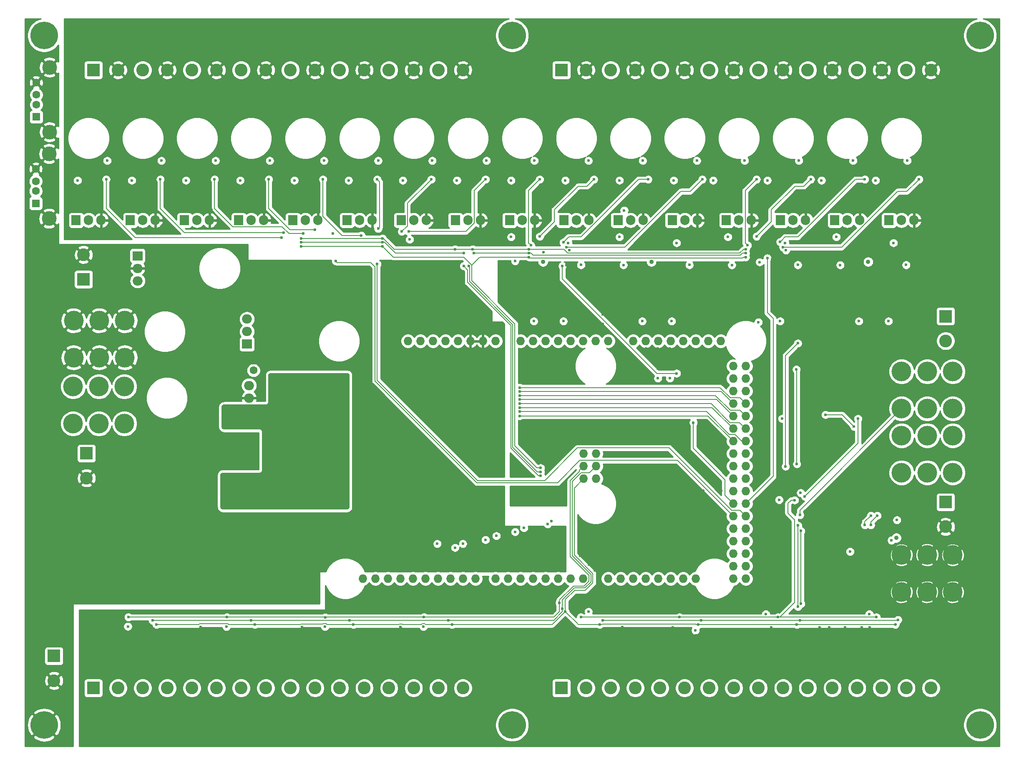
<source format=gbr>
G04 #@! TF.GenerationSoftware,KiCad,Pcbnew,(5.1.5)-3*
G04 #@! TF.CreationDate,2020-07-21T05:49:22-04:00*
G04 #@! TF.ProjectId,PCB,5043422e-6b69-4636-9164-5f7063625858,0*
G04 #@! TF.SameCoordinates,Original*
G04 #@! TF.FileFunction,Copper,L2,Inr*
G04 #@! TF.FilePolarity,Positive*
%FSLAX46Y46*%
G04 Gerber Fmt 4.6, Leading zero omitted, Abs format (unit mm)*
G04 Created by KiCad (PCBNEW (5.1.5)-3) date 2020-07-21 05:49:22*
%MOMM*%
%LPD*%
G04 APERTURE LIST*
%ADD10C,4.000000*%
%ADD11O,1.727200X1.727200*%
%ADD12O,1.905000X2.000000*%
%ADD13R,1.905000X2.000000*%
%ADD14R,2.600000X2.600000*%
%ADD15C,2.600000*%
%ADD16C,5.600000*%
%ADD17O,2.000000X1.905000*%
%ADD18R,2.000000X1.905000*%
%ADD19C,3.000000*%
%ADD20R,1.600000X1.600000*%
%ADD21C,1.600000*%
%ADD22C,0.600000*%
%ADD23C,0.900000*%
%ADD24C,0.200000*%
%ADD25C,0.254000*%
G04 APERTURE END LIST*
D10*
X305050000Y-145240000D03*
X305050000Y-152760000D03*
X310250000Y-145240000D03*
X310250000Y-152760000D03*
X315450000Y-145240000D03*
X315450000Y-152760000D03*
X305050000Y-158240000D03*
X305050000Y-165760000D03*
X310250000Y-158240000D03*
X310250000Y-165760000D03*
X315450000Y-158240000D03*
X315450000Y-165760000D03*
D11*
X240527000Y-166980000D03*
X273420000Y-144120000D03*
X270880000Y-144120000D03*
X273420000Y-146660000D03*
X270880000Y-146660000D03*
X273420000Y-149200000D03*
X270880000Y-149200000D03*
X273420000Y-151740000D03*
X270880000Y-151740000D03*
X273420000Y-154280000D03*
X270880000Y-154280000D03*
X273420000Y-156820000D03*
X270880000Y-156820000D03*
X273420000Y-159360000D03*
X270880000Y-159360000D03*
X273420000Y-161900000D03*
X270880000Y-161900000D03*
X273420000Y-164440000D03*
X270880000Y-164440000D03*
X273420000Y-166980000D03*
X270880000Y-166980000D03*
X273420000Y-169520000D03*
X270880000Y-169520000D03*
X273420000Y-172060000D03*
X270880000Y-172060000D03*
X273420000Y-174600000D03*
X270880000Y-174600000D03*
X273420000Y-177140000D03*
X270880000Y-177140000D03*
X273420000Y-179680000D03*
X270880000Y-179680000D03*
X273420000Y-182220000D03*
X270880000Y-182220000D03*
X273420000Y-184760000D03*
X270880000Y-184760000D03*
X273420000Y-187300000D03*
X270880000Y-187300000D03*
X268340000Y-139040000D03*
X265800000Y-139040000D03*
X263260000Y-139040000D03*
X260720000Y-139040000D03*
X258180000Y-139040000D03*
X255640000Y-139040000D03*
X253100000Y-139040000D03*
X250560000Y-139040000D03*
X245480000Y-139040000D03*
X242940000Y-139040000D03*
X240400000Y-139040000D03*
X237860000Y-139040000D03*
X235320000Y-139040000D03*
X232780000Y-139040000D03*
X230240000Y-139040000D03*
X204840000Y-139040000D03*
X210936000Y-187300000D03*
X208396000Y-187300000D03*
X205856000Y-187300000D03*
X200776000Y-187300000D03*
X198236000Y-187300000D03*
X195696000Y-187300000D03*
X213476000Y-187300000D03*
X216016000Y-187300000D03*
X218556000Y-187300000D03*
X203316000Y-187300000D03*
X222620000Y-187300000D03*
X225160000Y-187300000D03*
X227700000Y-187300000D03*
X230240000Y-187300000D03*
X232780000Y-187300000D03*
X235320000Y-187300000D03*
X237860000Y-187300000D03*
X240400000Y-187300000D03*
X245480000Y-187300000D03*
X248020000Y-187300000D03*
X250560000Y-187300000D03*
X253100000Y-187300000D03*
X255640000Y-187300000D03*
X258180000Y-187300000D03*
X260720000Y-187300000D03*
X263260000Y-187300000D03*
X207380000Y-139040000D03*
X209920000Y-139040000D03*
X212460000Y-139040000D03*
X215000000Y-139040000D03*
X217540000Y-139040000D03*
X220080000Y-139040000D03*
X222620000Y-139040000D03*
X227700000Y-139040000D03*
X243067000Y-166980000D03*
X240527000Y-164440000D03*
X243067000Y-164440000D03*
X243067000Y-161900000D03*
X240527000Y-161900000D03*
D12*
X153576000Y-114508000D03*
X151036000Y-114508000D03*
D13*
X148496000Y-114508000D03*
D12*
X186576000Y-114508000D03*
X184036000Y-114508000D03*
D13*
X181496000Y-114508000D03*
D12*
X241576000Y-114508000D03*
X239036000Y-114508000D03*
D13*
X236496000Y-114508000D03*
D12*
X197576000Y-114508000D03*
X195036000Y-114508000D03*
D13*
X192496000Y-114508000D03*
D12*
X252576000Y-114508000D03*
X250036000Y-114508000D03*
D13*
X247496000Y-114508000D03*
D14*
X141000000Y-209500000D03*
D15*
X146000000Y-209500000D03*
X151000000Y-209500000D03*
X156000000Y-209500000D03*
X161000000Y-209500000D03*
X166000000Y-209500000D03*
X171000000Y-209500000D03*
X176000000Y-209500000D03*
X181000000Y-209500000D03*
X186000000Y-209500000D03*
X191000000Y-209500000D03*
X196000000Y-209500000D03*
X201000000Y-209500000D03*
X206000000Y-209500000D03*
X211000000Y-209500000D03*
X216000000Y-209500000D03*
D16*
X226000000Y-217000000D03*
X321000000Y-217000000D03*
X321000000Y-77000000D03*
X226000000Y-77000000D03*
X131000000Y-77000000D03*
X131000000Y-217000000D03*
D17*
X172585000Y-148060000D03*
X172585000Y-150600000D03*
D18*
X172585000Y-153140000D03*
D12*
X230576000Y-114508000D03*
X228036000Y-114508000D03*
D13*
X225496000Y-114508000D03*
D12*
X142576000Y-114508000D03*
X140036000Y-114508000D03*
D13*
X137496000Y-114508000D03*
D12*
X164576000Y-114508000D03*
X162036000Y-114508000D03*
D13*
X159496000Y-114508000D03*
D12*
X175576000Y-114508000D03*
X173036000Y-114508000D03*
D13*
X170496000Y-114508000D03*
D12*
X208576000Y-114508000D03*
X206036000Y-114508000D03*
D13*
X203496000Y-114508000D03*
D12*
X219576000Y-114508000D03*
X217036000Y-114508000D03*
D13*
X214496000Y-114508000D03*
D12*
X263576000Y-114508000D03*
X261036000Y-114508000D03*
D13*
X258496000Y-114508000D03*
D12*
X274576000Y-114508000D03*
X272036000Y-114508000D03*
D13*
X269496000Y-114508000D03*
D12*
X285576000Y-114508000D03*
X283036000Y-114508000D03*
D13*
X280496000Y-114508000D03*
D12*
X296576000Y-114508000D03*
X294036000Y-114508000D03*
D13*
X291496000Y-114508000D03*
D12*
X307576000Y-114508000D03*
X305036000Y-114508000D03*
D13*
X302496000Y-114508000D03*
D17*
X172170208Y-134564999D03*
X172170208Y-137104999D03*
D18*
X172170208Y-139644999D03*
D17*
X149965000Y-126815000D03*
X149965000Y-124275000D03*
D18*
X149965000Y-121735000D03*
D15*
X311000000Y-209500000D03*
X306000000Y-209500000D03*
X301000000Y-209500000D03*
X296000000Y-209500000D03*
X291000000Y-209500000D03*
X286000000Y-209500000D03*
X281000000Y-209500000D03*
X276000000Y-209500000D03*
X271000000Y-209500000D03*
X266000000Y-209500000D03*
X261000000Y-209500000D03*
X256000000Y-209500000D03*
X251000000Y-209500000D03*
X246000000Y-209500000D03*
X241000000Y-209500000D03*
D14*
X236000000Y-209500000D03*
D15*
X216000000Y-84000000D03*
X211000000Y-84000000D03*
X206000000Y-84000000D03*
X201000000Y-84000000D03*
X196000000Y-84000000D03*
X191000000Y-84000000D03*
X186000000Y-84000000D03*
X181000000Y-84000000D03*
X176000000Y-84000000D03*
X171000000Y-84000000D03*
X166000000Y-84000000D03*
X161000000Y-84000000D03*
X156000000Y-84000000D03*
X151000000Y-84000000D03*
X146000000Y-84000000D03*
D14*
X141000000Y-84000000D03*
D10*
X147300000Y-155810000D03*
X147300000Y-148290000D03*
X142100000Y-155810000D03*
X142100000Y-148290000D03*
X136900000Y-155810000D03*
X136900000Y-148290000D03*
X137000000Y-134875000D03*
X137000000Y-142395000D03*
X142200000Y-134875000D03*
X142200000Y-142395000D03*
X147400000Y-134875000D03*
X147400000Y-142395000D03*
D15*
X133000000Y-208000000D03*
D14*
X133000000Y-203000000D03*
X139600000Y-161850000D03*
D15*
X139600000Y-166850000D03*
D14*
X236000000Y-84000000D03*
D15*
X241000000Y-84000000D03*
X246000000Y-84000000D03*
X251000000Y-84000000D03*
X256000000Y-84000000D03*
X261000000Y-84000000D03*
X266000000Y-84000000D03*
X271000000Y-84000000D03*
X276000000Y-84000000D03*
X281000000Y-84000000D03*
X286000000Y-84000000D03*
X291000000Y-84000000D03*
X296000000Y-84000000D03*
X301000000Y-84000000D03*
X306000000Y-84000000D03*
X311000000Y-84000000D03*
D14*
X139000000Y-126500000D03*
D15*
X139000000Y-121500000D03*
D19*
X132010000Y-101005000D03*
X132010000Y-114145000D03*
D20*
X129300000Y-111075000D03*
D21*
X129300000Y-108575000D03*
X129300000Y-106575000D03*
X129300000Y-104075000D03*
X129400000Y-86525000D03*
X129400000Y-89025000D03*
X129400000Y-91025000D03*
D20*
X129400000Y-93525000D03*
D19*
X132110000Y-96595000D03*
X132110000Y-83455000D03*
D10*
X305050000Y-182490000D03*
X305050000Y-190010000D03*
X310250000Y-182490000D03*
X310250000Y-190010000D03*
X315450000Y-182490000D03*
X315450000Y-190010000D03*
D14*
X314000000Y-134000000D03*
D15*
X314000000Y-139000000D03*
D14*
X314000000Y-171750000D03*
D15*
X314000000Y-176750000D03*
D22*
X258000000Y-146600000D03*
X255600000Y-146600000D03*
X175750000Y-156250000D03*
X176750000Y-156250000D03*
X177750000Y-156250000D03*
X178750000Y-156250000D03*
X179750000Y-156250000D03*
D21*
X173500000Y-145000000D03*
D22*
X176000000Y-157750000D03*
X177000000Y-157750000D03*
X178000000Y-157750000D03*
X179000000Y-157750000D03*
X179750000Y-158500000D03*
X178500000Y-158500000D03*
X177500000Y-158500000D03*
X176500000Y-158500000D03*
X176000000Y-159250000D03*
X177000000Y-159250000D03*
X178000000Y-159250000D03*
X179000000Y-159250000D03*
X179750000Y-160000000D03*
X178500000Y-160000000D03*
X177500000Y-160000000D03*
X176500000Y-160000000D03*
X176000000Y-160750000D03*
X177000000Y-160750000D03*
X178000000Y-160750000D03*
X179000000Y-160750000D03*
X179750000Y-161500000D03*
X178500000Y-161500000D03*
X177500000Y-161500000D03*
X176500000Y-161500000D03*
X175750000Y-163250000D03*
X176750000Y-163250000D03*
X177750000Y-163250000D03*
X178750000Y-163250000D03*
X179750000Y-163250000D03*
X181250000Y-157500000D03*
X181250000Y-160500000D03*
X181250000Y-159500000D03*
X181250000Y-161500000D03*
X181250000Y-158500000D03*
X181600000Y-129500000D03*
X181600000Y-132000000D03*
X189200000Y-129500000D03*
X189200000Y-132000000D03*
X185400000Y-129500000D03*
X185400000Y-132000000D03*
X208800000Y-159800000D03*
X206600000Y-157800000D03*
X204400000Y-155600000D03*
X202200000Y-153600000D03*
X200000000Y-151400000D03*
X197800000Y-149400000D03*
X211400000Y-157600000D03*
X209200000Y-155600000D03*
X207000000Y-153400000D03*
X204800000Y-151400000D03*
X202600000Y-149200000D03*
X200400000Y-147200000D03*
X223150000Y-183200000D03*
X224550000Y-185200000D03*
X223150000Y-185200000D03*
X224550000Y-183200000D03*
X216900000Y-183200000D03*
X218300000Y-185200000D03*
X216900000Y-185200000D03*
X218300000Y-183200000D03*
X210650000Y-183200000D03*
X212050000Y-185200000D03*
X210650000Y-185200000D03*
X212050000Y-183200000D03*
X207569800Y-185232300D03*
X207569800Y-183232300D03*
X235650000Y-183200000D03*
X235650000Y-185200000D03*
X230800000Y-183200000D03*
X229400000Y-183200000D03*
X229400000Y-185200000D03*
X230800000Y-185200000D03*
X222000000Y-147400000D03*
X222000000Y-155200000D03*
X220000000Y-155200000D03*
X220000000Y-147400000D03*
X218000000Y-147400000D03*
X216000000Y-147400000D03*
X214000000Y-147400000D03*
X212000000Y-147400000D03*
X210000000Y-147400000D03*
X210000000Y-155200000D03*
X212000000Y-155200000D03*
X214000000Y-155200000D03*
X216000000Y-155200000D03*
X218000000Y-155200000D03*
X223000000Y-168800000D03*
X219600000Y-168800000D03*
X223000000Y-166200000D03*
X219600000Y-166200000D03*
X215400000Y-166200000D03*
X217600000Y-164000000D03*
X215600000Y-162000000D03*
X213200000Y-164000000D03*
X213600000Y-159800000D03*
X211000000Y-162000000D03*
X208600000Y-145600000D03*
X206800000Y-143600000D03*
X204400000Y-141000000D03*
X204400000Y-137400000D03*
X204400000Y-135000000D03*
X204400000Y-133000000D03*
X204400000Y-130800000D03*
X204400000Y-127200000D03*
X204400000Y-124600000D03*
X204400000Y-123200000D03*
X196800000Y-124200000D03*
X197000000Y-127200000D03*
X197000000Y-130800000D03*
X197000000Y-134400000D03*
X170400000Y-132000000D03*
X170400000Y-129500000D03*
X174000000Y-129500000D03*
X174000000Y-132000000D03*
X177800000Y-129500000D03*
X177800000Y-132000000D03*
X197000000Y-137400000D03*
X197000000Y-141000000D03*
X197000000Y-143800000D03*
X197000000Y-146600000D03*
X191800000Y-133000000D03*
X194600000Y-135600000D03*
X194000000Y-131000000D03*
X182200000Y-141800000D03*
X178800000Y-141800000D03*
X176000000Y-138200000D03*
X178200000Y-135800000D03*
X176200000Y-133600000D03*
X174000000Y-136000000D03*
X224000000Y-137250000D03*
X221750000Y-137250000D03*
X221750000Y-135500000D03*
X224000000Y-140750000D03*
X220250000Y-135500000D03*
X220250000Y-137250000D03*
X196750000Y-185000000D03*
X180750000Y-191500000D03*
X179750000Y-175250000D03*
X171750000Y-185250000D03*
X175250000Y-175000000D03*
X166750000Y-183500000D03*
X155250000Y-184000000D03*
X151250000Y-184000000D03*
X144750000Y-170250000D03*
X147750000Y-167250000D03*
X168750000Y-146250000D03*
X174750000Y-148000000D03*
X163500000Y-150500000D03*
X163250000Y-143500000D03*
X157500000Y-124250000D03*
X146000000Y-128750000D03*
X146250000Y-124250000D03*
D23*
X298270000Y-122940000D03*
X254270000Y-122940000D03*
X232270000Y-122940000D03*
X304000000Y-179000000D03*
D22*
X276250000Y-123000000D03*
X151600000Y-103200000D03*
X148400000Y-103200000D03*
X162600000Y-103200000D03*
X159400000Y-103200000D03*
X173600000Y-103200000D03*
X170400000Y-103200000D03*
X184600000Y-103000000D03*
X181400000Y-103000000D03*
X255600000Y-140600000D03*
X258000000Y-140600000D03*
X253200000Y-144600000D03*
X250800000Y-144600000D03*
X250800000Y-142600000D03*
X253200000Y-140600000D03*
X255600000Y-142600000D03*
X185600000Y-106200000D03*
X183000000Y-106200000D03*
X163600000Y-106200000D03*
X163600000Y-109000000D03*
X161000000Y-109000000D03*
X161000000Y-106200000D03*
X152600000Y-106200000D03*
X152600000Y-108400000D03*
X150000000Y-108400000D03*
X150000000Y-106200000D03*
X141600000Y-106200000D03*
X141600000Y-108200000D03*
X139000000Y-108200000D03*
X139000000Y-106200000D03*
X258000000Y-144600000D03*
X255600000Y-144600000D03*
X258000000Y-142600000D03*
X155550000Y-200000000D03*
X151350000Y-200000000D03*
X148150000Y-200800000D03*
X143350000Y-202400000D03*
X143350000Y-200000000D03*
X140950000Y-202400000D03*
X145750000Y-202400000D03*
X148150000Y-199800000D03*
X175550000Y-200000000D03*
X171350000Y-200000000D03*
X168150000Y-200800000D03*
X163350000Y-202400000D03*
X163350000Y-200000000D03*
X160950000Y-202400000D03*
X165750000Y-202400000D03*
X168150000Y-199800000D03*
X195550000Y-200000000D03*
X191350000Y-200000000D03*
X188150000Y-200800000D03*
X183350000Y-202400000D03*
X183350000Y-200000000D03*
X180950000Y-202400000D03*
X185750000Y-202400000D03*
X188150000Y-199800000D03*
X215550000Y-200000000D03*
X211350000Y-200000000D03*
X208150000Y-200800000D03*
X203350000Y-202400000D03*
X203350000Y-200000000D03*
X200950000Y-202400000D03*
X205750000Y-202400000D03*
X208150000Y-199800000D03*
X215750000Y-202600000D03*
X203350000Y-197100000D03*
X209750000Y-200700000D03*
X209750000Y-199700000D03*
X213950000Y-200000000D03*
X213350000Y-202600000D03*
X215750000Y-203800000D03*
X212750000Y-200000000D03*
X210950000Y-202600000D03*
X210950000Y-203800000D03*
X213350000Y-203800000D03*
X205150000Y-200000000D03*
X236200000Y-202400000D03*
X238600000Y-200000000D03*
X240000000Y-198600000D03*
X243400000Y-199800000D03*
X243400000Y-200800000D03*
X243400000Y-198800000D03*
X238600000Y-202400000D03*
X241000000Y-202400000D03*
X280000000Y-198600000D03*
X246600000Y-200000000D03*
X278600000Y-200000000D03*
X286600000Y-200000000D03*
X283400000Y-199800000D03*
X283400000Y-200800000D03*
X283400000Y-198800000D03*
X290600000Y-200000000D03*
X278600000Y-202400000D03*
X281000000Y-202400000D03*
X298600000Y-200500000D03*
X306600000Y-200000000D03*
X303400000Y-199800000D03*
X303400000Y-200800000D03*
X303400000Y-198800000D03*
X310600000Y-200000000D03*
X301000000Y-202400000D03*
X237000000Y-123600000D03*
X303000000Y-103600000D03*
X303000000Y-105800000D03*
X301800000Y-103200000D03*
X301800000Y-101800000D03*
X299600000Y-103200000D03*
X299600000Y-101800000D03*
X292000000Y-103600000D03*
X292000000Y-105800000D03*
X290800000Y-103200000D03*
X290800000Y-101800000D03*
X288600000Y-103200000D03*
X288600000Y-101800000D03*
X281000000Y-103600000D03*
X281000000Y-105800000D03*
X279800000Y-103200000D03*
X279800000Y-101800000D03*
X277600000Y-103200000D03*
X277600000Y-101800000D03*
X226000000Y-103600000D03*
X227200000Y-106400000D03*
X224800000Y-101800000D03*
X222600000Y-103000000D03*
X224800000Y-103200000D03*
X222600000Y-101600000D03*
X237000000Y-103600000D03*
X238200000Y-106200000D03*
X235800000Y-101800000D03*
X233600000Y-103200000D03*
X235800000Y-103200000D03*
X233600000Y-101800000D03*
X248000000Y-103600000D03*
X249200000Y-106400000D03*
X246800000Y-101800000D03*
X244600000Y-103200000D03*
X246800000Y-103200000D03*
X244600000Y-101800000D03*
X259000000Y-103600000D03*
X260200000Y-106400000D03*
X257800000Y-103200000D03*
X257800000Y-101800000D03*
X255600000Y-103200000D03*
X255600000Y-101800000D03*
X153350000Y-202600000D03*
X153950000Y-200000000D03*
X140950000Y-203800000D03*
X150950000Y-202600000D03*
X145150000Y-200000000D03*
X141550000Y-200000000D03*
X150950000Y-203800000D03*
X152750000Y-200000000D03*
X153350000Y-203800000D03*
X155750000Y-203800000D03*
X145750000Y-203800000D03*
X143350000Y-203800000D03*
X155750000Y-202600000D03*
X143200000Y-197000000D03*
X149750000Y-200700000D03*
X149750000Y-199700000D03*
X173350000Y-202600000D03*
X173950000Y-200000000D03*
X160950000Y-203800000D03*
X170950000Y-202600000D03*
X161550000Y-200000000D03*
X170950000Y-203800000D03*
X172750000Y-200000000D03*
X173350000Y-203800000D03*
X175750000Y-203800000D03*
X165750000Y-203800000D03*
X163350000Y-203800000D03*
X175750000Y-202600000D03*
X162800000Y-197100000D03*
X169750000Y-200700000D03*
X169750000Y-199700000D03*
X193350000Y-202600000D03*
X193950000Y-200000000D03*
X180950000Y-203800000D03*
X190950000Y-202600000D03*
X185150000Y-200000000D03*
X181550000Y-200000000D03*
X190950000Y-203800000D03*
X192750000Y-200000000D03*
X193350000Y-203800000D03*
X195750000Y-203800000D03*
X185750000Y-203800000D03*
X183350000Y-203800000D03*
X195750000Y-202600000D03*
X183350000Y-197100000D03*
X189750000Y-200700000D03*
X189750000Y-199700000D03*
X200950000Y-203800000D03*
X205750000Y-203800000D03*
X203350000Y-203800000D03*
X201550000Y-200000000D03*
X305000000Y-198800000D03*
X305000000Y-199800000D03*
X305000000Y-200800000D03*
X307000000Y-198600000D03*
X298600000Y-197200000D03*
X308400000Y-197200000D03*
X300000000Y-198600000D03*
X236800000Y-200000000D03*
X236200000Y-203800000D03*
X238600000Y-203800000D03*
X241000000Y-203800000D03*
X240400000Y-200000000D03*
X246200000Y-202600000D03*
X248000000Y-200000000D03*
X249200000Y-200000000D03*
X246200000Y-203800000D03*
X248600000Y-203800000D03*
X248600000Y-202600000D03*
X251000000Y-203800000D03*
X251000000Y-202600000D03*
X306200000Y-202600000D03*
X308000000Y-200000000D03*
X309200000Y-200000000D03*
X306200000Y-203800000D03*
X308600000Y-203800000D03*
X308600000Y-202600000D03*
X311000000Y-203800000D03*
X311000000Y-202600000D03*
X296800000Y-200000000D03*
X296200000Y-203800000D03*
X298600000Y-203800000D03*
X301000000Y-203800000D03*
X300400000Y-200000000D03*
X288000000Y-200000000D03*
X289200000Y-200000000D03*
X288600000Y-203800000D03*
X288600000Y-202600000D03*
X291000000Y-203800000D03*
X291000000Y-202600000D03*
X276800000Y-200000000D03*
X276200000Y-203800000D03*
X278600000Y-203800000D03*
X281000000Y-203800000D03*
X280400000Y-200000000D03*
X266200000Y-202600000D03*
X268000000Y-200000000D03*
X269200000Y-200000000D03*
X266600000Y-200000000D03*
X266200000Y-203800000D03*
X268600000Y-203800000D03*
X268600000Y-202600000D03*
X271000000Y-203800000D03*
X271000000Y-202600000D03*
X270600000Y-200000000D03*
X263400000Y-198800000D03*
X263400000Y-200800000D03*
X263400000Y-199800000D03*
X265200000Y-198800000D03*
X265200000Y-199800000D03*
X265200000Y-200800000D03*
X267000000Y-198600000D03*
X258600000Y-197200000D03*
X269400000Y-197800000D03*
X260000000Y-198600000D03*
X245000000Y-198700000D03*
X245000000Y-199700000D03*
X245000000Y-200700000D03*
X238600000Y-197100000D03*
X248400000Y-197100000D03*
X293600000Y-197200000D03*
X297000000Y-197200000D03*
X290400000Y-197200000D03*
X293600000Y-192800000D03*
X297000000Y-192800000D03*
X290400000Y-192800000D03*
X285000000Y-198800000D03*
X285000000Y-200800000D03*
X285000000Y-199800000D03*
X287000000Y-198600000D03*
X288400000Y-197200000D03*
X278600000Y-197200000D03*
X258600000Y-202400000D03*
X258600000Y-204000000D03*
X258600000Y-200000000D03*
X260400000Y-200000000D03*
X256800000Y-200000000D03*
X261000000Y-203800000D03*
X261000000Y-202400000D03*
X256200000Y-202400000D03*
X256200000Y-203800000D03*
X286200000Y-203800000D03*
X286200000Y-202600000D03*
X151800000Y-198400000D03*
X154200000Y-197800000D03*
X268800000Y-103200000D03*
X266600000Y-103200000D03*
X266600000Y-101800000D03*
X268800000Y-101800000D03*
X270000000Y-103600000D03*
X270000000Y-105800000D03*
X278800000Y-122400000D03*
X276600000Y-121600000D03*
X277400000Y-121000000D03*
X280800000Y-123800000D03*
X292400000Y-137800000D03*
X294400000Y-137800000D03*
X298400000Y-137800000D03*
X299800000Y-137800000D03*
X302600000Y-138200000D03*
X300000000Y-141200000D03*
X301400000Y-140200000D03*
X311250000Y-139500000D03*
X307750000Y-139500000D03*
X293600000Y-142200000D03*
X292600000Y-142200000D03*
X291400000Y-142200000D03*
X292000000Y-143600000D03*
X294500000Y-144000000D03*
X303300000Y-141900000D03*
X304700000Y-141900000D03*
X306100000Y-141900000D03*
X232400000Y-119600000D03*
X232400000Y-121000000D03*
X232200000Y-147400000D03*
X232200000Y-145400000D03*
X232200000Y-143400000D03*
X231600000Y-142400000D03*
X230600000Y-141400000D03*
X232600000Y-140800000D03*
X233600000Y-141800000D03*
X234200000Y-143400000D03*
X234200000Y-145400000D03*
X234200000Y-147400000D03*
X235400000Y-147400000D03*
X235400000Y-145400000D03*
X235400000Y-143400000D03*
X237600000Y-143400000D03*
X237600000Y-145400000D03*
X237600000Y-147400000D03*
X232200000Y-155200000D03*
X234200000Y-155200000D03*
X234200000Y-157200000D03*
X232200000Y-157200000D03*
X234200000Y-159200000D03*
X232200000Y-159200000D03*
X234200000Y-161200000D03*
X232200000Y-161200000D03*
X234200000Y-163200000D03*
X232200000Y-163200000D03*
X235400000Y-155200000D03*
X235400000Y-157200000D03*
X235400000Y-159200000D03*
X235400000Y-161200000D03*
X235400000Y-163200000D03*
X237600000Y-161200000D03*
X237600000Y-159200000D03*
X237600000Y-157200000D03*
X237600000Y-155200000D03*
X250800000Y-200000000D03*
X294200000Y-157000000D03*
X294400000Y-154000000D03*
X250800000Y-155200000D03*
X253200000Y-155200000D03*
X250800000Y-157200000D03*
X253200000Y-157200000D03*
X253200000Y-159200000D03*
X250800000Y-159200000D03*
X255600000Y-155200000D03*
X255600000Y-157200000D03*
X255600000Y-159200000D03*
X258000000Y-159200000D03*
X258000000Y-157200000D03*
X258000000Y-155200000D03*
X258000000Y-162200000D03*
X255600000Y-162200000D03*
X253200000Y-162200000D03*
X250800000Y-162200000D03*
X250800000Y-164400000D03*
X253200000Y-164400000D03*
X253200000Y-166400000D03*
X250800000Y-166400000D03*
X250800000Y-168400000D03*
X253200000Y-168400000D03*
X255600000Y-164400000D03*
X258000000Y-164400000D03*
X258000000Y-166400000D03*
X255600000Y-166400000D03*
X267800000Y-163200000D03*
X263600000Y-164000000D03*
X260400000Y-167200000D03*
X258600000Y-169000000D03*
X256000000Y-171600000D03*
X253800000Y-173800000D03*
X251600000Y-176000000D03*
X249400000Y-178200000D03*
X260400000Y-159400000D03*
X261800000Y-162000000D03*
X266000000Y-161400000D03*
X265200000Y-165600000D03*
X262400000Y-168400000D03*
X260200000Y-170600000D03*
X258000000Y-172800000D03*
X255800000Y-175000000D03*
X253400000Y-177400000D03*
X251600000Y-179200000D03*
X254200000Y-180000000D03*
X258200000Y-176000000D03*
X262400000Y-171800000D03*
X267200000Y-167000000D03*
X257200000Y-181000000D03*
X259000000Y-179200000D03*
X258800000Y-181000000D03*
X260400000Y-179200000D03*
X260800000Y-177200000D03*
X262000000Y-177200000D03*
X263000000Y-175000000D03*
X264200000Y-175000000D03*
X265000000Y-173000000D03*
X266400000Y-171600000D03*
X268400000Y-169400000D03*
X268000000Y-173000000D03*
X269000000Y-174800000D03*
X266600000Y-174800000D03*
X269000000Y-176600000D03*
X266600000Y-176600000D03*
X265000000Y-178200000D03*
X263600000Y-179600000D03*
X262400000Y-180800000D03*
X261000000Y-182000000D03*
X261000000Y-184000000D03*
X263200000Y-182000000D03*
X264800000Y-180200000D03*
X266600000Y-180200000D03*
X269000000Y-180200000D03*
X267800000Y-178400000D03*
X259000000Y-182600000D03*
X259000000Y-184000000D03*
X255400000Y-182600000D03*
X255400000Y-184000000D03*
X252000000Y-182600000D03*
X252000000Y-184000000D03*
X248600000Y-184000000D03*
X248600000Y-182600000D03*
X245000000Y-182600000D03*
X245000000Y-184000000D03*
X242800000Y-185600000D03*
X241600000Y-184400000D03*
X239800000Y-182600000D03*
X242400000Y-182600000D03*
X244400000Y-116600000D03*
X244400000Y-118800000D03*
X242200000Y-118600000D03*
X242200000Y-117000000D03*
X245200000Y-114200000D03*
X247600000Y-116600000D03*
X244400000Y-124200000D03*
X244400000Y-126400000D03*
X242400000Y-127800000D03*
X246600000Y-128000000D03*
X244400000Y-128000000D03*
X244400000Y-129800000D03*
X244400000Y-132000000D03*
X244400000Y-133600000D03*
X244400000Y-135600000D03*
X242400000Y-135600000D03*
X242400000Y-129800000D03*
X242400000Y-131200000D03*
X246600000Y-129800000D03*
X246600000Y-132000000D03*
X246600000Y-133600000D03*
X246600000Y-135600000D03*
X253200000Y-146600000D03*
X250800000Y-146600000D03*
X247800000Y-155200000D03*
X247800000Y-147400000D03*
X247800000Y-159200000D03*
X247800000Y-162200000D03*
X247800000Y-164400000D03*
X245200000Y-164400000D03*
X245400000Y-162200000D03*
X245400000Y-159200000D03*
X229600000Y-166400000D03*
X228000000Y-165000000D03*
X226400000Y-163600000D03*
X227800000Y-160000000D03*
X229600000Y-161600000D03*
X231000000Y-163000000D03*
X226600000Y-166200000D03*
X226600000Y-168800000D03*
X229800000Y-168800000D03*
X260600000Y-147600000D03*
X260400000Y-155200000D03*
X260400000Y-157200000D03*
X264800000Y-147600000D03*
X267600000Y-145200000D03*
X275400000Y-160400000D03*
X275400000Y-158400000D03*
X275200000Y-155400000D03*
X275400000Y-163000000D03*
X275400000Y-165800000D03*
X275400000Y-168800000D03*
X275400000Y-172000000D03*
X278000000Y-169600000D03*
X278000000Y-172000000D03*
X275200000Y-174800000D03*
X277600000Y-176200000D03*
X279200000Y-178200000D03*
X281800000Y-178200000D03*
X279200000Y-180400000D03*
X281800000Y-180400000D03*
X285800000Y-178200000D03*
X285800000Y-180400000D03*
X288200000Y-179200000D03*
X287600000Y-181800000D03*
X290200000Y-182800000D03*
X290200000Y-180800000D03*
X292400000Y-180800000D03*
X292400000Y-182800000D03*
X172000000Y-106200000D03*
X172000000Y-109000000D03*
X174600000Y-106200000D03*
X174600000Y-109000000D03*
X219600000Y-112400000D03*
X219400000Y-106200000D03*
X216400000Y-106200000D03*
X215600000Y-112400000D03*
X208800000Y-112400000D03*
X202400000Y-112600000D03*
X205400000Y-106400000D03*
X208200000Y-106400000D03*
X197400000Y-106200000D03*
X194600000Y-106200000D03*
X198000000Y-112400000D03*
X191200000Y-112600000D03*
X188600000Y-112600000D03*
X182600000Y-112600000D03*
X180200000Y-112400000D03*
X175800000Y-112400000D03*
X171600000Y-112400000D03*
X169200000Y-112400000D03*
X165000000Y-112400000D03*
X160600000Y-112600000D03*
X223800000Y-112400000D03*
X226600000Y-112400000D03*
X230800000Y-112400000D03*
X240400000Y-113000000D03*
X243000000Y-112200000D03*
X241200000Y-106200000D03*
X241800000Y-108600000D03*
X239600000Y-108600000D03*
X140600000Y-103000000D03*
X137400000Y-103000000D03*
X137400000Y-103000000D03*
X279200000Y-184000000D03*
X279200000Y-186000000D03*
X279200000Y-188000000D03*
X279200000Y-190000000D03*
X279200000Y-192000000D03*
X275200000Y-192000000D03*
X275200000Y-190000000D03*
X275200000Y-188000000D03*
X275200000Y-184000000D03*
X276000000Y-181000000D03*
X259000000Y-189000000D03*
X255400000Y-189000000D03*
X252000000Y-189000000D03*
X248600000Y-189000000D03*
X245000000Y-189000000D03*
X301600000Y-194400000D03*
X301600000Y-192800000D03*
X256200000Y-178000000D03*
X269000000Y-165200000D03*
X260400000Y-174000000D03*
X264800000Y-169400000D03*
X264000000Y-156000000D03*
X266000000Y-156000000D03*
X264000000Y-158000000D03*
X266000000Y-158000000D03*
X264000000Y-160000000D03*
X136000000Y-74500000D03*
X137500000Y-77500000D03*
X145750000Y-74750000D03*
X156250000Y-74500000D03*
X159250000Y-77250000D03*
X167750000Y-74750000D03*
X170250000Y-77500000D03*
X178750000Y-75000000D03*
X181250000Y-78250000D03*
X190000000Y-74750000D03*
X191500000Y-78750000D03*
X201000000Y-75250000D03*
X202750000Y-79000000D03*
X212000000Y-76000000D03*
X213750000Y-79500000D03*
X222000000Y-74500000D03*
X228000000Y-82750000D03*
X230000000Y-74750000D03*
X239250000Y-74750000D03*
X241250000Y-77750000D03*
X250000000Y-75000000D03*
X252250000Y-78250000D03*
X261000000Y-75250000D03*
X263000000Y-79000000D03*
X272500000Y-76250000D03*
X274000000Y-80750000D03*
X276500000Y-87500000D03*
X265250000Y-88250000D03*
X254250000Y-88250000D03*
X243500000Y-88750000D03*
X232250000Y-87500000D03*
X284000000Y-75750000D03*
X284500000Y-81000000D03*
X287500000Y-87500000D03*
X294000000Y-74500000D03*
X296000000Y-78250000D03*
X305000000Y-75000000D03*
X307000000Y-79000000D03*
X303000000Y-82000000D03*
X294000000Y-87750000D03*
X316750000Y-74750000D03*
X323750000Y-81500000D03*
X324000000Y-99000000D03*
X324000000Y-119250000D03*
X324000000Y-137250000D03*
X303750000Y-117250000D03*
X303500000Y-112250000D03*
X292500000Y-112250000D03*
X292500000Y-116750000D03*
X281500000Y-116750000D03*
X281500000Y-112500000D03*
X270500000Y-112500000D03*
X259500000Y-112500000D03*
X259750000Y-117000000D03*
X271000000Y-116500000D03*
X237000000Y-116750000D03*
X226750000Y-116500000D03*
X229000000Y-124250000D03*
X292250000Y-135500000D03*
X288500000Y-124500000D03*
X276500000Y-133750000D03*
X276500000Y-131750000D03*
X272500000Y-133000000D03*
X272500000Y-134250000D03*
X279000000Y-132750000D03*
X275500000Y-143500000D03*
X275500000Y-148250000D03*
X290250000Y-156250000D03*
X285500000Y-156250000D03*
X324000000Y-152000000D03*
X324000000Y-165250000D03*
X324250000Y-178000000D03*
X324250000Y-190500000D03*
X324250000Y-203000000D03*
X324250000Y-213750000D03*
X317250000Y-220250000D03*
X303000000Y-220250000D03*
X287500000Y-220250000D03*
X274250000Y-220250000D03*
X259750000Y-220250000D03*
X245250000Y-220250000D03*
X228500000Y-220250000D03*
X213500000Y-220250000D03*
X196250000Y-220250000D03*
X176500000Y-220250000D03*
X162750000Y-220250000D03*
X149000000Y-220250000D03*
X138750000Y-216250000D03*
X214250000Y-193750000D03*
X220750000Y-193750000D03*
X229000000Y-193750000D03*
X229500000Y-200000000D03*
X219250000Y-200250000D03*
X230500000Y-102400000D03*
X241500000Y-102400000D03*
X252500000Y-102400000D03*
X143800000Y-102400000D03*
X154800000Y-102400000D03*
X165800000Y-102400000D03*
X176800000Y-102400000D03*
X187800000Y-102400000D03*
X198800000Y-102400000D03*
X209800000Y-102400000D03*
X220800000Y-102400000D03*
X306200000Y-102400000D03*
X295200000Y-102400000D03*
X284200000Y-102400000D03*
X273200000Y-102400000D03*
X263500000Y-102400000D03*
X237600000Y-120600000D03*
X281600000Y-120600000D03*
X189600000Y-117200000D03*
X205200000Y-118400000D03*
X280200000Y-171283601D03*
X280800000Y-154800000D03*
X233200000Y-176200000D03*
X230400000Y-135000000D03*
X234000000Y-175600000D03*
X236400000Y-135000000D03*
X226600000Y-122800000D03*
X225800000Y-117900000D03*
X239981250Y-123581250D03*
X237400000Y-119100000D03*
X210800000Y-180200000D03*
X294600000Y-181800000D03*
X252400000Y-135000000D03*
X252400000Y-135000000D03*
X228400000Y-177000000D03*
X258400000Y-135000000D03*
X258400000Y-135000000D03*
X226600000Y-177800000D03*
X247800000Y-117900000D03*
X248600000Y-123600000D03*
X259400000Y-119100000D03*
X261981250Y-123581250D03*
X222800000Y-178600000D03*
X276000000Y-135200000D03*
X280400000Y-135000000D03*
X220600000Y-179400000D03*
X270600000Y-123600000D03*
X269800000Y-117900000D03*
X281400000Y-119100000D03*
X283981250Y-123581250D03*
X296400000Y-135000000D03*
X216000000Y-180200000D03*
X292600000Y-123600000D03*
X291800000Y-117900000D03*
X303400000Y-119100000D03*
X305981250Y-123581250D03*
X284416487Y-174358523D03*
X284000000Y-139500000D03*
X281500000Y-164500000D03*
X283800000Y-164000000D03*
X283699998Y-144800000D03*
X227550000Y-154250000D03*
X227550000Y-153350006D03*
X227550000Y-152550003D03*
X227550000Y-151750000D03*
X227550000Y-150900009D03*
X227550000Y-150100006D03*
X227550000Y-149300003D03*
X227550000Y-148500000D03*
X137800000Y-106400000D03*
X148800000Y-106400000D03*
X159800000Y-106400000D03*
X170800000Y-106400000D03*
X181800000Y-106400000D03*
X192800000Y-106400000D03*
X203800000Y-106400000D03*
X214800000Y-106400000D03*
X248750000Y-112500000D03*
X225800000Y-106400000D03*
X236800000Y-106400000D03*
X247800000Y-106400000D03*
X258800000Y-106400000D03*
X266800000Y-106400000D03*
X277800000Y-106400000D03*
X288800000Y-106400000D03*
X299800000Y-106400000D03*
X304114265Y-175385735D03*
X303000000Y-179500000D03*
X199700000Y-119800000D03*
X229400000Y-122000006D03*
X299950000Y-195100000D03*
X279950000Y-195100000D03*
X239950000Y-195100000D03*
X259950000Y-195100000D03*
X208100000Y-195100000D03*
X188050000Y-195150000D03*
X168100000Y-195100000D03*
X148100000Y-195100000D03*
X235600000Y-192200000D03*
X283340139Y-171353044D03*
X273400000Y-122000006D03*
X183200000Y-119800000D03*
X231800000Y-164800000D03*
X148000000Y-197000000D03*
X213800000Y-196600000D03*
X193800000Y-196600000D03*
X173800000Y-196600000D03*
X303800000Y-196600000D03*
X283800000Y-196600000D03*
X263800000Y-196600000D03*
X199700000Y-119000000D03*
X229400000Y-121200003D03*
X231800000Y-165600000D03*
X273400000Y-121200003D03*
X183200000Y-119000000D03*
X217175735Y-123824265D03*
X218200000Y-121200000D03*
X216200000Y-121200000D03*
X284600000Y-177600000D03*
X284600000Y-192400000D03*
X243800000Y-196600000D03*
X153800000Y-196600000D03*
X236800000Y-193965687D03*
X193000000Y-195800000D03*
X173000000Y-195800000D03*
X284400000Y-195800000D03*
X264400000Y-195800000D03*
X199700000Y-118200000D03*
X229400000Y-120400000D03*
X236200000Y-193400000D03*
X284000000Y-176500000D03*
X231800000Y-166400000D03*
X284000000Y-193000000D03*
X273400000Y-120400000D03*
X183200000Y-118200000D03*
X216200000Y-123800000D03*
X214400000Y-120400000D03*
X218000000Y-120400000D03*
X244400000Y-195800000D03*
X153000000Y-195800000D03*
X304309626Y-195650242D03*
X213060006Y-195719992D03*
X168000000Y-197050000D03*
X188000000Y-197050000D03*
X208000000Y-197050000D03*
X198600000Y-123400000D03*
X220600000Y-106200000D03*
X205000000Y-116800000D03*
X209600000Y-106200000D03*
X203600000Y-116800000D03*
X198600000Y-106200000D03*
X198800000Y-116200000D03*
X187600000Y-106200000D03*
X195400000Y-117600000D03*
X236200000Y-123800000D03*
X259400000Y-145600000D03*
X262800000Y-155600000D03*
X264600000Y-106200000D03*
X264600000Y-106200000D03*
X237000000Y-120000000D03*
X253600000Y-106200000D03*
X236400000Y-119000000D03*
X242600000Y-106200000D03*
X231600000Y-117800000D03*
X231600000Y-106200000D03*
X229800000Y-119600000D03*
X277800000Y-122200000D03*
X281000000Y-120000000D03*
X308600000Y-106200000D03*
X297600000Y-106200000D03*
X280399994Y-118900000D03*
X275600000Y-117800000D03*
X286600000Y-106200000D03*
X273800000Y-119600000D03*
X275600000Y-106200000D03*
X143600000Y-106200000D03*
X179200000Y-118000000D03*
X154600000Y-106200000D03*
X179600000Y-117000000D03*
X165600000Y-106200000D03*
X183600000Y-117200000D03*
X176600000Y-106200000D03*
X186000000Y-116400000D03*
X190200000Y-122800000D03*
X296200000Y-154800000D03*
X285400000Y-170600000D03*
X284550000Y-169865000D03*
X289600000Y-154000000D03*
X295400000Y-156400000D03*
X241500000Y-194000000D03*
X263200000Y-197800000D03*
X277500000Y-194500000D03*
X298500000Y-194500000D03*
X300100000Y-174500000D03*
X298800000Y-176400000D03*
X297600000Y-176400000D03*
X298800000Y-174500000D03*
X302400000Y-135000000D03*
X214400000Y-181000000D03*
D24*
X284416487Y-173393513D02*
X305050000Y-152760000D01*
X284416487Y-174358523D02*
X284416487Y-173393513D01*
X281500000Y-142000000D02*
X284000000Y-139500000D01*
X281500000Y-164500000D02*
X281500000Y-142000000D01*
X283800000Y-164000000D02*
X283800000Y-144900002D01*
X283800000Y-144900002D02*
X283699998Y-144800000D01*
X265770000Y-154250000D02*
X270880000Y-159360000D01*
X231650000Y-154250000D02*
X265770000Y-154250000D01*
X231650000Y-154250000D02*
X227550000Y-154250000D01*
X231750000Y-154250000D02*
X231650000Y-154250000D01*
X231750000Y-153350006D02*
X227550000Y-153350006D01*
X265435704Y-153350006D02*
X231750000Y-153350006D01*
X271225731Y-157983601D02*
X270069299Y-157983601D01*
X270069299Y-157983601D02*
X265435704Y-153350006D01*
X272602130Y-159360000D02*
X271225731Y-157983601D01*
X273420000Y-159360000D02*
X272602130Y-159360000D01*
X266610003Y-152550003D02*
X270880000Y-156820000D01*
X227550000Y-152550003D02*
X266610003Y-152550003D01*
X231750000Y-151750000D02*
X227550000Y-151750000D01*
X270225698Y-155600000D02*
X266375698Y-151750000D01*
X266375698Y-151750000D02*
X231750000Y-151750000D01*
X272200000Y-155600000D02*
X270225698Y-155600000D01*
X273420000Y-156820000D02*
X272200000Y-155600000D01*
X270850000Y-154250000D02*
X270880000Y-154280000D01*
X267500009Y-150900009D02*
X270880000Y-154280000D01*
X227550000Y-150900009D02*
X267500009Y-150900009D01*
X227974264Y-150100006D02*
X227550000Y-150100006D01*
X270282097Y-153116399D02*
X267265704Y-150100006D01*
X267265704Y-150100006D02*
X227974264Y-150100006D01*
X272256399Y-153116399D02*
X270282097Y-153116399D01*
X273420000Y-154280000D02*
X272256399Y-153116399D01*
X268440003Y-149300003D02*
X270880000Y-151740000D01*
X227550000Y-149300003D02*
X268440003Y-149300003D01*
X231750000Y-148500000D02*
X227550000Y-148500000D01*
X268205698Y-148500000D02*
X231750000Y-148500000D01*
X270282097Y-150576399D02*
X268205698Y-148500000D01*
X272256399Y-150576399D02*
X270282097Y-150576399D01*
X273420000Y-151740000D02*
X272256399Y-150576399D01*
X208100000Y-195100000D02*
X188100000Y-195100000D01*
X188100000Y-195100000D02*
X188050000Y-195150000D01*
X168100000Y-195100000D02*
X188000000Y-195100000D01*
X188000000Y-195100000D02*
X188050000Y-195150000D01*
X148100000Y-195100000D02*
X168100000Y-195100000D01*
X259950000Y-195100000D02*
X239950000Y-195100000D01*
X279950000Y-195100000D02*
X259950000Y-195100000D01*
X299950000Y-195100000D02*
X279950000Y-195100000D01*
X235600000Y-192800000D02*
X235600000Y-192200000D01*
X235600000Y-194000000D02*
X235600000Y-192800000D01*
X208100000Y-195100000D02*
X234500000Y-195100000D01*
X234500000Y-195100000D02*
X235600000Y-194000000D01*
X235600000Y-191634301D02*
X238434301Y-188800000D01*
X235600000Y-192200000D02*
X235600000Y-191634301D01*
X240527000Y-164440000D02*
X239663401Y-165303599D01*
X239663401Y-165555770D02*
X237800000Y-167419171D01*
X239663401Y-165303599D02*
X239663401Y-165555770D01*
X237800000Y-167419171D02*
X237800000Y-173000000D01*
X240622130Y-188800000D02*
X241600000Y-187822130D01*
X238434301Y-188800000D02*
X240622130Y-188800000D01*
X241600000Y-187822130D02*
X241600000Y-186600000D01*
X237799990Y-182799990D02*
X237799990Y-173000000D01*
X241600000Y-186600000D02*
X237799990Y-182799990D01*
X272785743Y-122189999D02*
X272975736Y-122000006D01*
X229589993Y-122189999D02*
X272785743Y-122189999D01*
X272975736Y-122000006D02*
X273400000Y-122000006D01*
X229400000Y-122000006D02*
X229589993Y-122189999D01*
X183200000Y-119800000D02*
X199700000Y-119800000D01*
X201900006Y-122000006D02*
X199700000Y-119800000D01*
X217800000Y-123600000D02*
X216200000Y-122000000D01*
X216200000Y-122000000D02*
X201900006Y-122000006D01*
X219399994Y-122000006D02*
X217800000Y-123600000D01*
X229400000Y-122000006D02*
X219399994Y-122000006D01*
X282646956Y-171353044D02*
X283340139Y-171353044D01*
X282000000Y-172000000D02*
X282646956Y-171353044D01*
X282000000Y-174000000D02*
X282000000Y-172000000D01*
X283340139Y-192140139D02*
X283340139Y-175340139D01*
X279950000Y-195100000D02*
X280500000Y-195100000D01*
X283340139Y-175340139D02*
X282000000Y-174000000D01*
X226536399Y-135536399D02*
X226536399Y-160286399D01*
X217800000Y-123600000D02*
X217800000Y-126800000D01*
X217800000Y-126800000D02*
X226536399Y-135536399D01*
X240167000Y-164800000D02*
X240527000Y-164440000D01*
X231050000Y-164800000D02*
X231800000Y-164800000D01*
X226536399Y-160286399D02*
X231050000Y-164800000D01*
X280380278Y-195100000D02*
X283340139Y-192140139D01*
X279950000Y-195100000D02*
X280380278Y-195100000D01*
X239284313Y-196450000D02*
X236800000Y-193965687D01*
X242400020Y-186268622D02*
X238600000Y-182468602D01*
X236800000Y-193965687D02*
X236800000Y-191565698D01*
X238600000Y-182468602D02*
X238600000Y-168907000D01*
X238682849Y-189682849D02*
X240870678Y-189682849D01*
X242400020Y-188153508D02*
X242400020Y-186268622D01*
X236800000Y-191565698D02*
X238682849Y-189682849D01*
X238600000Y-168907000D02*
X240527000Y-166980000D01*
X240870678Y-189682849D02*
X242400020Y-188153508D01*
X229824264Y-121200003D02*
X229400000Y-121200003D01*
X230224272Y-121600011D02*
X229824264Y-121200003D01*
X272341424Y-121600011D02*
X230224272Y-121600011D01*
X272741431Y-121200003D02*
X272341424Y-121600011D01*
X273400000Y-121200003D02*
X272741431Y-121200003D01*
X183200000Y-119000000D02*
X199700000Y-119000000D01*
X228975736Y-121200003D02*
X229400000Y-121200003D01*
X200124264Y-119000000D02*
X202324267Y-121200003D01*
X199700000Y-119000000D02*
X200124264Y-119000000D01*
X218200000Y-121200000D02*
X228975736Y-121200003D01*
X202324267Y-121200003D02*
X216200000Y-121200000D01*
X284600000Y-177600000D02*
X284600000Y-192400000D01*
X217400000Y-124048530D02*
X217400000Y-126965698D01*
X217175735Y-123824265D02*
X217400000Y-124048530D01*
X217400000Y-126965698D02*
X226136389Y-135702087D01*
X226136389Y-135702087D02*
X226136389Y-160636389D01*
X231100000Y-165600000D02*
X231800000Y-165600000D01*
X226136389Y-160636389D02*
X231100000Y-165600000D01*
X263800000Y-196600000D02*
X283800000Y-196600000D01*
X263275735Y-196499999D02*
X263375736Y-196600000D01*
X244324265Y-196499999D02*
X263275735Y-196499999D01*
X263375736Y-196600000D02*
X263800000Y-196600000D01*
X244224264Y-196600000D02*
X244324265Y-196499999D01*
X243800000Y-196600000D02*
X244224264Y-196600000D01*
X239434313Y-196600000D02*
X239284313Y-196450000D01*
X243800000Y-196600000D02*
X239434313Y-196600000D01*
X213800000Y-196600000D02*
X234131398Y-196600000D01*
X236765711Y-193965687D02*
X236800000Y-193965687D01*
X234131398Y-196600000D02*
X236765711Y-193965687D01*
X203000000Y-196600000D02*
X193800000Y-196600000D01*
X203100001Y-196499999D02*
X203000000Y-196600000D01*
X203638001Y-196499999D02*
X203100001Y-196499999D01*
X203738002Y-196600000D02*
X203638001Y-196499999D01*
X208438002Y-196600000D02*
X208288001Y-196449999D01*
X208288001Y-196449999D02*
X207711999Y-196449999D01*
X207711999Y-196449999D02*
X207561998Y-196600000D01*
X213800000Y-196600000D02*
X208438002Y-196600000D01*
X207561998Y-196600000D02*
X203738002Y-196600000D01*
X193800000Y-196600000D02*
X188438002Y-196600000D01*
X188288001Y-196449999D02*
X187550001Y-196449999D01*
X188438002Y-196600000D02*
X188288001Y-196449999D01*
X187500001Y-196499999D02*
X183100001Y-196499999D01*
X187550001Y-196449999D02*
X187500001Y-196499999D01*
X183000000Y-196600000D02*
X173800000Y-196600000D01*
X183100001Y-196499999D02*
X183000000Y-196600000D01*
X162400000Y-196600000D02*
X153800000Y-196600000D01*
X162550001Y-196449999D02*
X162400000Y-196600000D01*
X173800000Y-196600000D02*
X168438002Y-196600000D01*
X168288001Y-196449999D02*
X162550001Y-196449999D01*
X168438002Y-196600000D02*
X168288001Y-196449999D01*
X283800000Y-196600000D02*
X303800000Y-196600000D01*
X241690601Y-165816399D02*
X243067000Y-164440000D01*
X238200000Y-167584870D02*
X239968471Y-165816399D01*
X242000010Y-186434311D02*
X238200000Y-182634301D01*
X239968471Y-165816399D02*
X241690601Y-165816399D01*
X236200000Y-193400000D02*
X236200000Y-191600000D01*
X238599990Y-189200010D02*
X240787819Y-189200010D01*
X238200000Y-182634301D02*
X238200000Y-167584870D01*
X240787819Y-189200010D02*
X242000010Y-187987819D01*
X236200000Y-191600000D02*
X238599990Y-189200010D01*
X242000010Y-187987819D02*
X242000010Y-186434311D01*
X284000000Y-193000000D02*
X284000000Y-176500000D01*
X272975736Y-120400000D02*
X273400000Y-120400000D01*
X272175735Y-121200001D02*
X272975736Y-120400000D01*
X237311999Y-121200001D02*
X272175735Y-121200001D01*
X236511998Y-120400000D02*
X237311999Y-121200001D01*
X229400000Y-120400000D02*
X236511998Y-120400000D01*
X183200000Y-118200000D02*
X199700000Y-118200000D01*
X202089962Y-120400000D02*
X199889962Y-118200000D01*
X199889962Y-118200000D02*
X199700000Y-118200000D01*
X214400000Y-120400000D02*
X202089962Y-120400000D01*
X229400000Y-120400000D02*
X218000000Y-120400000D01*
X218000000Y-120400000D02*
X214400000Y-120400000D01*
X217000000Y-124600000D02*
X217000000Y-127131396D01*
X216200000Y-123800000D02*
X217000000Y-124600000D01*
X217000000Y-127131396D02*
X225736379Y-135867775D01*
X225736379Y-160802077D02*
X225736379Y-160336379D01*
X225736379Y-135867775D02*
X225736379Y-160336379D01*
X231800000Y-166400000D02*
X231334302Y-166400000D01*
X231334302Y-166400000D02*
X225736379Y-160802077D01*
X284400000Y-195800000D02*
X264400000Y-195800000D01*
X264400000Y-195800000D02*
X244400000Y-195800000D01*
X153000000Y-195800000D02*
X173000000Y-195800000D01*
X173000000Y-195800000D02*
X193000000Y-195800000D01*
X284400000Y-195800000D02*
X304159868Y-195800000D01*
X304159868Y-195800000D02*
X304309626Y-195650242D01*
X193000000Y-195800000D02*
X212979998Y-195800000D01*
X212979998Y-195800000D02*
X213060006Y-195719992D01*
X236200000Y-193400000D02*
X236200000Y-193965698D01*
X234445706Y-195719992D02*
X213484270Y-195719992D01*
X236200000Y-193965698D02*
X234445706Y-195719992D01*
X213484270Y-195719992D02*
X213060006Y-195719992D01*
X272556401Y-173736401D02*
X273420000Y-174600000D01*
X272256399Y-173436399D02*
X272556401Y-173736401D01*
X270534269Y-173436399D02*
X272256399Y-173436399D01*
X257834269Y-160736399D02*
X270534269Y-173436399D01*
X239263601Y-160736399D02*
X257834269Y-160736399D01*
X232600000Y-167400000D02*
X239263601Y-160736399D01*
X219000000Y-167400000D02*
X232600000Y-167400000D01*
X198600000Y-147000000D02*
X219000000Y-167400000D01*
X198600000Y-123400000D02*
X198600000Y-147000000D01*
X220300001Y-106499999D02*
X220600000Y-106200000D01*
X218323490Y-108476510D02*
X220300001Y-106499999D01*
X218323490Y-115074306D02*
X218323490Y-108476510D01*
X216597796Y-116800000D02*
X218323490Y-115074306D01*
X205000000Y-116800000D02*
X216597796Y-116800000D01*
X209300001Y-106499999D02*
X209600000Y-106200000D01*
X204748501Y-111051499D02*
X209300001Y-106499999D01*
X204748501Y-115651499D02*
X204748501Y-111051499D01*
X203600000Y-116800000D02*
X204748501Y-115651499D01*
X198899999Y-106499999D02*
X198600000Y-106200000D01*
X199099999Y-106699999D02*
X198899999Y-106499999D01*
X199099999Y-115900001D02*
X199099999Y-106699999D01*
X198800000Y-116200000D02*
X199099999Y-115900001D01*
X187600000Y-106624264D02*
X187600000Y-106200000D01*
X187600000Y-113713184D02*
X187600000Y-106624264D01*
X191486816Y-117600000D02*
X187600000Y-113713184D01*
X195400000Y-117600000D02*
X191486816Y-117600000D01*
X236200000Y-126402130D02*
X255397870Y-145600000D01*
X236200000Y-123800000D02*
X236200000Y-126402130D01*
X255397870Y-145600000D02*
X259400000Y-145600000D01*
X270880000Y-172060000D02*
X269200000Y-170380000D01*
X269200000Y-170380000D02*
X269200000Y-167200000D01*
X262800000Y-160800000D02*
X262800000Y-155600000D01*
X269200000Y-167200000D02*
X262800000Y-160800000D01*
X260251408Y-108651408D02*
X248902816Y-120000000D01*
X262148592Y-108651408D02*
X264300001Y-106499999D01*
X260251408Y-108651408D02*
X262148592Y-108651408D01*
X237424264Y-120000000D02*
X237000000Y-120000000D01*
X248902816Y-120000000D02*
X237424264Y-120000000D01*
X264600000Y-106200000D02*
X264300001Y-106499999D01*
X240002817Y-117899999D02*
X237500001Y-117899999D01*
X237500001Y-117899999D02*
X236699999Y-118700001D01*
X236699999Y-118700001D02*
X236400000Y-119000000D01*
X251702816Y-106200000D02*
X240002817Y-117899999D01*
X253600000Y-106200000D02*
X251702816Y-106200000D01*
X241200000Y-107600000D02*
X242600000Y-106200000D01*
X239400000Y-107600000D02*
X241200000Y-107600000D01*
X234600000Y-112400000D02*
X239400000Y-107600000D01*
X231600000Y-117800000D02*
X234600000Y-114800000D01*
X234600000Y-114800000D02*
X234600000Y-112400000D01*
X229323490Y-108476510D02*
X231600000Y-106200000D01*
X229800000Y-119600000D02*
X229323490Y-119123490D01*
X229323490Y-119123490D02*
X229323490Y-108476510D01*
X277800000Y-133288002D02*
X279000000Y-134488002D01*
X277800000Y-122200000D02*
X277800000Y-125000000D01*
X279000000Y-166480000D02*
X273420000Y-172060000D01*
X279000000Y-134488002D02*
X279000000Y-166480000D01*
X277800000Y-125000000D02*
X277800000Y-133288002D01*
X281424264Y-120000000D02*
X281000000Y-120000000D01*
X292902816Y-120000000D02*
X281424264Y-120000000D01*
X306148592Y-108651408D02*
X308300001Y-106499999D01*
X304251408Y-108651408D02*
X306148592Y-108651408D01*
X308300001Y-106499999D02*
X308600000Y-106200000D01*
X304251408Y-108651408D02*
X292902816Y-120000000D01*
X297600000Y-106200000D02*
X295702816Y-106200000D01*
X281399995Y-117899999D02*
X280699993Y-118600001D01*
X280699993Y-118600001D02*
X280399994Y-118900000D01*
X295702816Y-106200000D02*
X284002817Y-117899999D01*
X284002817Y-117899999D02*
X281399995Y-117899999D01*
X275600000Y-117800000D02*
X278600000Y-114800000D01*
X278600000Y-114800000D02*
X278600000Y-112400000D01*
X283400000Y-107600000D02*
X285200000Y-107600000D01*
X278600000Y-112400000D02*
X283400000Y-107600000D01*
X285200000Y-107600000D02*
X286600000Y-106200000D01*
X273323490Y-119123490D02*
X273323490Y-108476510D01*
X273323490Y-108476510D02*
X275600000Y-106200000D01*
X273800000Y-119600000D02*
X273323490Y-119123490D01*
X143600000Y-112104502D02*
X143600000Y-106624264D01*
X149495498Y-118000000D02*
X143600000Y-112104502D01*
X143600000Y-106624264D02*
X143600000Y-106200000D01*
X179200000Y-118000000D02*
X149495498Y-118000000D01*
X154600000Y-112104502D02*
X154600000Y-106624264D01*
X159495498Y-117000000D02*
X154600000Y-112104502D01*
X154600000Y-106624264D02*
X154600000Y-106200000D01*
X179600000Y-117000000D02*
X159495498Y-117000000D01*
X165600000Y-106624264D02*
X165600000Y-106200000D01*
X165600000Y-112104502D02*
X165600000Y-106624264D01*
X169303499Y-115808001D02*
X165600000Y-112104502D01*
X179296003Y-115808001D02*
X169303499Y-115808001D01*
X180688002Y-117200000D02*
X179296003Y-115808001D01*
X183600000Y-117200000D02*
X180688002Y-117200000D01*
X176600000Y-106624264D02*
X176600000Y-106200000D01*
X180895498Y-116400000D02*
X176600000Y-112104502D01*
X176600000Y-112104502D02*
X176600000Y-106624264D01*
X186000000Y-116400000D02*
X180895498Y-116400000D01*
X270016401Y-173736401D02*
X270880000Y-174600000D01*
X259556399Y-163276399D02*
X270016401Y-173736401D01*
X239755673Y-163276399D02*
X259556399Y-163276399D01*
X218834301Y-167800000D02*
X235232072Y-167800000D01*
X190200000Y-122800000D02*
X190499999Y-123099999D01*
X190499999Y-123099999D02*
X197299999Y-123099999D01*
X235232072Y-167800000D02*
X239755673Y-163276399D01*
X198199990Y-123999990D02*
X198199990Y-147165689D01*
X197299999Y-123099999D02*
X198199990Y-123999990D01*
X198199990Y-147165689D02*
X218834301Y-167800000D01*
X296200000Y-159800000D02*
X285400000Y-170600000D01*
X296200000Y-154800000D02*
X296200000Y-159800000D01*
X293000000Y-154000000D02*
X295400000Y-156400000D01*
X289600000Y-154000000D02*
X293000000Y-154000000D01*
X298800000Y-175800000D02*
X300100000Y-174500000D01*
X298800000Y-176400000D02*
X298800000Y-175800000D01*
X297600000Y-175700000D02*
X298800000Y-174500000D01*
X297600000Y-176400000D02*
X297600000Y-175700000D01*
D25*
G36*
X224998048Y-73697006D02*
G01*
X224372918Y-73955943D01*
X223810315Y-74331862D01*
X223331862Y-74810315D01*
X222955943Y-75372918D01*
X222697006Y-75998048D01*
X222565000Y-76661682D01*
X222565000Y-77338318D01*
X222697006Y-78001952D01*
X222955943Y-78627082D01*
X223331862Y-79189685D01*
X223810315Y-79668138D01*
X224372918Y-80044057D01*
X224998048Y-80302994D01*
X225661682Y-80435000D01*
X226338318Y-80435000D01*
X227001952Y-80302994D01*
X227627082Y-80044057D01*
X228189685Y-79668138D01*
X228668138Y-79189685D01*
X229044057Y-78627082D01*
X229302994Y-78001952D01*
X229435000Y-77338318D01*
X229435000Y-76661682D01*
X229302994Y-75998048D01*
X229044057Y-75372918D01*
X228668138Y-74810315D01*
X228189685Y-74331862D01*
X227627082Y-73955943D01*
X227001952Y-73697006D01*
X226650011Y-73627000D01*
X320349989Y-73627000D01*
X319998048Y-73697006D01*
X319372918Y-73955943D01*
X318810315Y-74331862D01*
X318331862Y-74810315D01*
X317955943Y-75372918D01*
X317697006Y-75998048D01*
X317565000Y-76661682D01*
X317565000Y-77338318D01*
X317697006Y-78001952D01*
X317955943Y-78627082D01*
X318331862Y-79189685D01*
X318810315Y-79668138D01*
X319372918Y-80044057D01*
X319998048Y-80302994D01*
X320661682Y-80435000D01*
X321338318Y-80435000D01*
X322001952Y-80302994D01*
X322627082Y-80044057D01*
X323189685Y-79668138D01*
X323668138Y-79189685D01*
X324044057Y-78627082D01*
X324302994Y-78001952D01*
X324435000Y-77338318D01*
X324435000Y-76661682D01*
X324302994Y-75998048D01*
X324044057Y-75372918D01*
X323668138Y-74810315D01*
X323189685Y-74331862D01*
X322627082Y-73955943D01*
X322001952Y-73697006D01*
X321650011Y-73627000D01*
X324873000Y-73627000D01*
X324873000Y-221315000D01*
X138127000Y-221315000D01*
X138127000Y-216661682D01*
X222565000Y-216661682D01*
X222565000Y-217338318D01*
X222697006Y-218001952D01*
X222955943Y-218627082D01*
X223331862Y-219189685D01*
X223810315Y-219668138D01*
X224372918Y-220044057D01*
X224998048Y-220302994D01*
X225661682Y-220435000D01*
X226338318Y-220435000D01*
X227001952Y-220302994D01*
X227627082Y-220044057D01*
X228189685Y-219668138D01*
X228668138Y-219189685D01*
X229044057Y-218627082D01*
X229302994Y-218001952D01*
X229435000Y-217338318D01*
X229435000Y-216661682D01*
X317565000Y-216661682D01*
X317565000Y-217338318D01*
X317697006Y-218001952D01*
X317955943Y-218627082D01*
X318331862Y-219189685D01*
X318810315Y-219668138D01*
X319372918Y-220044057D01*
X319998048Y-220302994D01*
X320661682Y-220435000D01*
X321338318Y-220435000D01*
X322001952Y-220302994D01*
X322627082Y-220044057D01*
X323189685Y-219668138D01*
X323668138Y-219189685D01*
X324044057Y-218627082D01*
X324302994Y-218001952D01*
X324435000Y-217338318D01*
X324435000Y-216661682D01*
X324302994Y-215998048D01*
X324044057Y-215372918D01*
X323668138Y-214810315D01*
X323189685Y-214331862D01*
X322627082Y-213955943D01*
X322001952Y-213697006D01*
X321338318Y-213565000D01*
X320661682Y-213565000D01*
X319998048Y-213697006D01*
X319372918Y-213955943D01*
X318810315Y-214331862D01*
X318331862Y-214810315D01*
X317955943Y-215372918D01*
X317697006Y-215998048D01*
X317565000Y-216661682D01*
X229435000Y-216661682D01*
X229302994Y-215998048D01*
X229044057Y-215372918D01*
X228668138Y-214810315D01*
X228189685Y-214331862D01*
X227627082Y-213955943D01*
X227001952Y-213697006D01*
X226338318Y-213565000D01*
X225661682Y-213565000D01*
X224998048Y-213697006D01*
X224372918Y-213955943D01*
X223810315Y-214331862D01*
X223331862Y-214810315D01*
X222955943Y-215372918D01*
X222697006Y-215998048D01*
X222565000Y-216661682D01*
X138127000Y-216661682D01*
X138127000Y-208200000D01*
X139061928Y-208200000D01*
X139061928Y-210800000D01*
X139074188Y-210924482D01*
X139110498Y-211044180D01*
X139169463Y-211154494D01*
X139248815Y-211251185D01*
X139345506Y-211330537D01*
X139455820Y-211389502D01*
X139575518Y-211425812D01*
X139700000Y-211438072D01*
X142300000Y-211438072D01*
X142424482Y-211425812D01*
X142544180Y-211389502D01*
X142654494Y-211330537D01*
X142751185Y-211251185D01*
X142830537Y-211154494D01*
X142889502Y-211044180D01*
X142925812Y-210924482D01*
X142938072Y-210800000D01*
X142938072Y-209309419D01*
X144065000Y-209309419D01*
X144065000Y-209690581D01*
X144139361Y-210064419D01*
X144285225Y-210416566D01*
X144496987Y-210733491D01*
X144766509Y-211003013D01*
X145083434Y-211214775D01*
X145435581Y-211360639D01*
X145809419Y-211435000D01*
X146190581Y-211435000D01*
X146564419Y-211360639D01*
X146916566Y-211214775D01*
X147233491Y-211003013D01*
X147503013Y-210733491D01*
X147714775Y-210416566D01*
X147860639Y-210064419D01*
X147935000Y-209690581D01*
X147935000Y-209309419D01*
X149065000Y-209309419D01*
X149065000Y-209690581D01*
X149139361Y-210064419D01*
X149285225Y-210416566D01*
X149496987Y-210733491D01*
X149766509Y-211003013D01*
X150083434Y-211214775D01*
X150435581Y-211360639D01*
X150809419Y-211435000D01*
X151190581Y-211435000D01*
X151564419Y-211360639D01*
X151916566Y-211214775D01*
X152233491Y-211003013D01*
X152503013Y-210733491D01*
X152714775Y-210416566D01*
X152860639Y-210064419D01*
X152935000Y-209690581D01*
X152935000Y-209309419D01*
X154065000Y-209309419D01*
X154065000Y-209690581D01*
X154139361Y-210064419D01*
X154285225Y-210416566D01*
X154496987Y-210733491D01*
X154766509Y-211003013D01*
X155083434Y-211214775D01*
X155435581Y-211360639D01*
X155809419Y-211435000D01*
X156190581Y-211435000D01*
X156564419Y-211360639D01*
X156916566Y-211214775D01*
X157233491Y-211003013D01*
X157503013Y-210733491D01*
X157714775Y-210416566D01*
X157860639Y-210064419D01*
X157935000Y-209690581D01*
X157935000Y-209309419D01*
X159065000Y-209309419D01*
X159065000Y-209690581D01*
X159139361Y-210064419D01*
X159285225Y-210416566D01*
X159496987Y-210733491D01*
X159766509Y-211003013D01*
X160083434Y-211214775D01*
X160435581Y-211360639D01*
X160809419Y-211435000D01*
X161190581Y-211435000D01*
X161564419Y-211360639D01*
X161916566Y-211214775D01*
X162233491Y-211003013D01*
X162503013Y-210733491D01*
X162714775Y-210416566D01*
X162860639Y-210064419D01*
X162935000Y-209690581D01*
X162935000Y-209309419D01*
X164065000Y-209309419D01*
X164065000Y-209690581D01*
X164139361Y-210064419D01*
X164285225Y-210416566D01*
X164496987Y-210733491D01*
X164766509Y-211003013D01*
X165083434Y-211214775D01*
X165435581Y-211360639D01*
X165809419Y-211435000D01*
X166190581Y-211435000D01*
X166564419Y-211360639D01*
X166916566Y-211214775D01*
X167233491Y-211003013D01*
X167503013Y-210733491D01*
X167714775Y-210416566D01*
X167860639Y-210064419D01*
X167935000Y-209690581D01*
X167935000Y-209309419D01*
X169065000Y-209309419D01*
X169065000Y-209690581D01*
X169139361Y-210064419D01*
X169285225Y-210416566D01*
X169496987Y-210733491D01*
X169766509Y-211003013D01*
X170083434Y-211214775D01*
X170435581Y-211360639D01*
X170809419Y-211435000D01*
X171190581Y-211435000D01*
X171564419Y-211360639D01*
X171916566Y-211214775D01*
X172233491Y-211003013D01*
X172503013Y-210733491D01*
X172714775Y-210416566D01*
X172860639Y-210064419D01*
X172935000Y-209690581D01*
X172935000Y-209309419D01*
X174065000Y-209309419D01*
X174065000Y-209690581D01*
X174139361Y-210064419D01*
X174285225Y-210416566D01*
X174496987Y-210733491D01*
X174766509Y-211003013D01*
X175083434Y-211214775D01*
X175435581Y-211360639D01*
X175809419Y-211435000D01*
X176190581Y-211435000D01*
X176564419Y-211360639D01*
X176916566Y-211214775D01*
X177233491Y-211003013D01*
X177503013Y-210733491D01*
X177714775Y-210416566D01*
X177860639Y-210064419D01*
X177935000Y-209690581D01*
X177935000Y-209309419D01*
X179065000Y-209309419D01*
X179065000Y-209690581D01*
X179139361Y-210064419D01*
X179285225Y-210416566D01*
X179496987Y-210733491D01*
X179766509Y-211003013D01*
X180083434Y-211214775D01*
X180435581Y-211360639D01*
X180809419Y-211435000D01*
X181190581Y-211435000D01*
X181564419Y-211360639D01*
X181916566Y-211214775D01*
X182233491Y-211003013D01*
X182503013Y-210733491D01*
X182714775Y-210416566D01*
X182860639Y-210064419D01*
X182935000Y-209690581D01*
X182935000Y-209309419D01*
X184065000Y-209309419D01*
X184065000Y-209690581D01*
X184139361Y-210064419D01*
X184285225Y-210416566D01*
X184496987Y-210733491D01*
X184766509Y-211003013D01*
X185083434Y-211214775D01*
X185435581Y-211360639D01*
X185809419Y-211435000D01*
X186190581Y-211435000D01*
X186564419Y-211360639D01*
X186916566Y-211214775D01*
X187233491Y-211003013D01*
X187503013Y-210733491D01*
X187714775Y-210416566D01*
X187860639Y-210064419D01*
X187935000Y-209690581D01*
X187935000Y-209309419D01*
X189065000Y-209309419D01*
X189065000Y-209690581D01*
X189139361Y-210064419D01*
X189285225Y-210416566D01*
X189496987Y-210733491D01*
X189766509Y-211003013D01*
X190083434Y-211214775D01*
X190435581Y-211360639D01*
X190809419Y-211435000D01*
X191190581Y-211435000D01*
X191564419Y-211360639D01*
X191916566Y-211214775D01*
X192233491Y-211003013D01*
X192503013Y-210733491D01*
X192714775Y-210416566D01*
X192860639Y-210064419D01*
X192935000Y-209690581D01*
X192935000Y-209309419D01*
X194065000Y-209309419D01*
X194065000Y-209690581D01*
X194139361Y-210064419D01*
X194285225Y-210416566D01*
X194496987Y-210733491D01*
X194766509Y-211003013D01*
X195083434Y-211214775D01*
X195435581Y-211360639D01*
X195809419Y-211435000D01*
X196190581Y-211435000D01*
X196564419Y-211360639D01*
X196916566Y-211214775D01*
X197233491Y-211003013D01*
X197503013Y-210733491D01*
X197714775Y-210416566D01*
X197860639Y-210064419D01*
X197935000Y-209690581D01*
X197935000Y-209309419D01*
X199065000Y-209309419D01*
X199065000Y-209690581D01*
X199139361Y-210064419D01*
X199285225Y-210416566D01*
X199496987Y-210733491D01*
X199766509Y-211003013D01*
X200083434Y-211214775D01*
X200435581Y-211360639D01*
X200809419Y-211435000D01*
X201190581Y-211435000D01*
X201564419Y-211360639D01*
X201916566Y-211214775D01*
X202233491Y-211003013D01*
X202503013Y-210733491D01*
X202714775Y-210416566D01*
X202860639Y-210064419D01*
X202935000Y-209690581D01*
X202935000Y-209309419D01*
X204065000Y-209309419D01*
X204065000Y-209690581D01*
X204139361Y-210064419D01*
X204285225Y-210416566D01*
X204496987Y-210733491D01*
X204766509Y-211003013D01*
X205083434Y-211214775D01*
X205435581Y-211360639D01*
X205809419Y-211435000D01*
X206190581Y-211435000D01*
X206564419Y-211360639D01*
X206916566Y-211214775D01*
X207233491Y-211003013D01*
X207503013Y-210733491D01*
X207714775Y-210416566D01*
X207860639Y-210064419D01*
X207935000Y-209690581D01*
X207935000Y-209309419D01*
X209065000Y-209309419D01*
X209065000Y-209690581D01*
X209139361Y-210064419D01*
X209285225Y-210416566D01*
X209496987Y-210733491D01*
X209766509Y-211003013D01*
X210083434Y-211214775D01*
X210435581Y-211360639D01*
X210809419Y-211435000D01*
X211190581Y-211435000D01*
X211564419Y-211360639D01*
X211916566Y-211214775D01*
X212233491Y-211003013D01*
X212503013Y-210733491D01*
X212714775Y-210416566D01*
X212860639Y-210064419D01*
X212935000Y-209690581D01*
X212935000Y-209309419D01*
X214065000Y-209309419D01*
X214065000Y-209690581D01*
X214139361Y-210064419D01*
X214285225Y-210416566D01*
X214496987Y-210733491D01*
X214766509Y-211003013D01*
X215083434Y-211214775D01*
X215435581Y-211360639D01*
X215809419Y-211435000D01*
X216190581Y-211435000D01*
X216564419Y-211360639D01*
X216916566Y-211214775D01*
X217233491Y-211003013D01*
X217503013Y-210733491D01*
X217714775Y-210416566D01*
X217860639Y-210064419D01*
X217935000Y-209690581D01*
X217935000Y-209309419D01*
X217860639Y-208935581D01*
X217714775Y-208583434D01*
X217503013Y-208266509D01*
X217436504Y-208200000D01*
X234061928Y-208200000D01*
X234061928Y-210800000D01*
X234074188Y-210924482D01*
X234110498Y-211044180D01*
X234169463Y-211154494D01*
X234248815Y-211251185D01*
X234345506Y-211330537D01*
X234455820Y-211389502D01*
X234575518Y-211425812D01*
X234700000Y-211438072D01*
X237300000Y-211438072D01*
X237424482Y-211425812D01*
X237544180Y-211389502D01*
X237654494Y-211330537D01*
X237751185Y-211251185D01*
X237830537Y-211154494D01*
X237889502Y-211044180D01*
X237925812Y-210924482D01*
X237938072Y-210800000D01*
X237938072Y-209309419D01*
X239065000Y-209309419D01*
X239065000Y-209690581D01*
X239139361Y-210064419D01*
X239285225Y-210416566D01*
X239496987Y-210733491D01*
X239766509Y-211003013D01*
X240083434Y-211214775D01*
X240435581Y-211360639D01*
X240809419Y-211435000D01*
X241190581Y-211435000D01*
X241564419Y-211360639D01*
X241916566Y-211214775D01*
X242233491Y-211003013D01*
X242503013Y-210733491D01*
X242714775Y-210416566D01*
X242860639Y-210064419D01*
X242935000Y-209690581D01*
X242935000Y-209309419D01*
X244065000Y-209309419D01*
X244065000Y-209690581D01*
X244139361Y-210064419D01*
X244285225Y-210416566D01*
X244496987Y-210733491D01*
X244766509Y-211003013D01*
X245083434Y-211214775D01*
X245435581Y-211360639D01*
X245809419Y-211435000D01*
X246190581Y-211435000D01*
X246564419Y-211360639D01*
X246916566Y-211214775D01*
X247233491Y-211003013D01*
X247503013Y-210733491D01*
X247714775Y-210416566D01*
X247860639Y-210064419D01*
X247935000Y-209690581D01*
X247935000Y-209309419D01*
X249065000Y-209309419D01*
X249065000Y-209690581D01*
X249139361Y-210064419D01*
X249285225Y-210416566D01*
X249496987Y-210733491D01*
X249766509Y-211003013D01*
X250083434Y-211214775D01*
X250435581Y-211360639D01*
X250809419Y-211435000D01*
X251190581Y-211435000D01*
X251564419Y-211360639D01*
X251916566Y-211214775D01*
X252233491Y-211003013D01*
X252503013Y-210733491D01*
X252714775Y-210416566D01*
X252860639Y-210064419D01*
X252935000Y-209690581D01*
X252935000Y-209309419D01*
X254065000Y-209309419D01*
X254065000Y-209690581D01*
X254139361Y-210064419D01*
X254285225Y-210416566D01*
X254496987Y-210733491D01*
X254766509Y-211003013D01*
X255083434Y-211214775D01*
X255435581Y-211360639D01*
X255809419Y-211435000D01*
X256190581Y-211435000D01*
X256564419Y-211360639D01*
X256916566Y-211214775D01*
X257233491Y-211003013D01*
X257503013Y-210733491D01*
X257714775Y-210416566D01*
X257860639Y-210064419D01*
X257935000Y-209690581D01*
X257935000Y-209309419D01*
X259065000Y-209309419D01*
X259065000Y-209690581D01*
X259139361Y-210064419D01*
X259285225Y-210416566D01*
X259496987Y-210733491D01*
X259766509Y-211003013D01*
X260083434Y-211214775D01*
X260435581Y-211360639D01*
X260809419Y-211435000D01*
X261190581Y-211435000D01*
X261564419Y-211360639D01*
X261916566Y-211214775D01*
X262233491Y-211003013D01*
X262503013Y-210733491D01*
X262714775Y-210416566D01*
X262860639Y-210064419D01*
X262935000Y-209690581D01*
X262935000Y-209309419D01*
X264065000Y-209309419D01*
X264065000Y-209690581D01*
X264139361Y-210064419D01*
X264285225Y-210416566D01*
X264496987Y-210733491D01*
X264766509Y-211003013D01*
X265083434Y-211214775D01*
X265435581Y-211360639D01*
X265809419Y-211435000D01*
X266190581Y-211435000D01*
X266564419Y-211360639D01*
X266916566Y-211214775D01*
X267233491Y-211003013D01*
X267503013Y-210733491D01*
X267714775Y-210416566D01*
X267860639Y-210064419D01*
X267935000Y-209690581D01*
X267935000Y-209309419D01*
X269065000Y-209309419D01*
X269065000Y-209690581D01*
X269139361Y-210064419D01*
X269285225Y-210416566D01*
X269496987Y-210733491D01*
X269766509Y-211003013D01*
X270083434Y-211214775D01*
X270435581Y-211360639D01*
X270809419Y-211435000D01*
X271190581Y-211435000D01*
X271564419Y-211360639D01*
X271916566Y-211214775D01*
X272233491Y-211003013D01*
X272503013Y-210733491D01*
X272714775Y-210416566D01*
X272860639Y-210064419D01*
X272935000Y-209690581D01*
X272935000Y-209309419D01*
X274065000Y-209309419D01*
X274065000Y-209690581D01*
X274139361Y-210064419D01*
X274285225Y-210416566D01*
X274496987Y-210733491D01*
X274766509Y-211003013D01*
X275083434Y-211214775D01*
X275435581Y-211360639D01*
X275809419Y-211435000D01*
X276190581Y-211435000D01*
X276564419Y-211360639D01*
X276916566Y-211214775D01*
X277233491Y-211003013D01*
X277503013Y-210733491D01*
X277714775Y-210416566D01*
X277860639Y-210064419D01*
X277935000Y-209690581D01*
X277935000Y-209309419D01*
X279065000Y-209309419D01*
X279065000Y-209690581D01*
X279139361Y-210064419D01*
X279285225Y-210416566D01*
X279496987Y-210733491D01*
X279766509Y-211003013D01*
X280083434Y-211214775D01*
X280435581Y-211360639D01*
X280809419Y-211435000D01*
X281190581Y-211435000D01*
X281564419Y-211360639D01*
X281916566Y-211214775D01*
X282233491Y-211003013D01*
X282503013Y-210733491D01*
X282714775Y-210416566D01*
X282860639Y-210064419D01*
X282935000Y-209690581D01*
X282935000Y-209309419D01*
X284065000Y-209309419D01*
X284065000Y-209690581D01*
X284139361Y-210064419D01*
X284285225Y-210416566D01*
X284496987Y-210733491D01*
X284766509Y-211003013D01*
X285083434Y-211214775D01*
X285435581Y-211360639D01*
X285809419Y-211435000D01*
X286190581Y-211435000D01*
X286564419Y-211360639D01*
X286916566Y-211214775D01*
X287233491Y-211003013D01*
X287503013Y-210733491D01*
X287714775Y-210416566D01*
X287860639Y-210064419D01*
X287935000Y-209690581D01*
X287935000Y-209309419D01*
X289065000Y-209309419D01*
X289065000Y-209690581D01*
X289139361Y-210064419D01*
X289285225Y-210416566D01*
X289496987Y-210733491D01*
X289766509Y-211003013D01*
X290083434Y-211214775D01*
X290435581Y-211360639D01*
X290809419Y-211435000D01*
X291190581Y-211435000D01*
X291564419Y-211360639D01*
X291916566Y-211214775D01*
X292233491Y-211003013D01*
X292503013Y-210733491D01*
X292714775Y-210416566D01*
X292860639Y-210064419D01*
X292935000Y-209690581D01*
X292935000Y-209309419D01*
X294065000Y-209309419D01*
X294065000Y-209690581D01*
X294139361Y-210064419D01*
X294285225Y-210416566D01*
X294496987Y-210733491D01*
X294766509Y-211003013D01*
X295083434Y-211214775D01*
X295435581Y-211360639D01*
X295809419Y-211435000D01*
X296190581Y-211435000D01*
X296564419Y-211360639D01*
X296916566Y-211214775D01*
X297233491Y-211003013D01*
X297503013Y-210733491D01*
X297714775Y-210416566D01*
X297860639Y-210064419D01*
X297935000Y-209690581D01*
X297935000Y-209309419D01*
X299065000Y-209309419D01*
X299065000Y-209690581D01*
X299139361Y-210064419D01*
X299285225Y-210416566D01*
X299496987Y-210733491D01*
X299766509Y-211003013D01*
X300083434Y-211214775D01*
X300435581Y-211360639D01*
X300809419Y-211435000D01*
X301190581Y-211435000D01*
X301564419Y-211360639D01*
X301916566Y-211214775D01*
X302233491Y-211003013D01*
X302503013Y-210733491D01*
X302714775Y-210416566D01*
X302860639Y-210064419D01*
X302935000Y-209690581D01*
X302935000Y-209309419D01*
X304065000Y-209309419D01*
X304065000Y-209690581D01*
X304139361Y-210064419D01*
X304285225Y-210416566D01*
X304496987Y-210733491D01*
X304766509Y-211003013D01*
X305083434Y-211214775D01*
X305435581Y-211360639D01*
X305809419Y-211435000D01*
X306190581Y-211435000D01*
X306564419Y-211360639D01*
X306916566Y-211214775D01*
X307233491Y-211003013D01*
X307503013Y-210733491D01*
X307714775Y-210416566D01*
X307860639Y-210064419D01*
X307935000Y-209690581D01*
X307935000Y-209309419D01*
X309065000Y-209309419D01*
X309065000Y-209690581D01*
X309139361Y-210064419D01*
X309285225Y-210416566D01*
X309496987Y-210733491D01*
X309766509Y-211003013D01*
X310083434Y-211214775D01*
X310435581Y-211360639D01*
X310809419Y-211435000D01*
X311190581Y-211435000D01*
X311564419Y-211360639D01*
X311916566Y-211214775D01*
X312233491Y-211003013D01*
X312503013Y-210733491D01*
X312714775Y-210416566D01*
X312860639Y-210064419D01*
X312935000Y-209690581D01*
X312935000Y-209309419D01*
X312860639Y-208935581D01*
X312714775Y-208583434D01*
X312503013Y-208266509D01*
X312233491Y-207996987D01*
X311916566Y-207785225D01*
X311564419Y-207639361D01*
X311190581Y-207565000D01*
X310809419Y-207565000D01*
X310435581Y-207639361D01*
X310083434Y-207785225D01*
X309766509Y-207996987D01*
X309496987Y-208266509D01*
X309285225Y-208583434D01*
X309139361Y-208935581D01*
X309065000Y-209309419D01*
X307935000Y-209309419D01*
X307860639Y-208935581D01*
X307714775Y-208583434D01*
X307503013Y-208266509D01*
X307233491Y-207996987D01*
X306916566Y-207785225D01*
X306564419Y-207639361D01*
X306190581Y-207565000D01*
X305809419Y-207565000D01*
X305435581Y-207639361D01*
X305083434Y-207785225D01*
X304766509Y-207996987D01*
X304496987Y-208266509D01*
X304285225Y-208583434D01*
X304139361Y-208935581D01*
X304065000Y-209309419D01*
X302935000Y-209309419D01*
X302860639Y-208935581D01*
X302714775Y-208583434D01*
X302503013Y-208266509D01*
X302233491Y-207996987D01*
X301916566Y-207785225D01*
X301564419Y-207639361D01*
X301190581Y-207565000D01*
X300809419Y-207565000D01*
X300435581Y-207639361D01*
X300083434Y-207785225D01*
X299766509Y-207996987D01*
X299496987Y-208266509D01*
X299285225Y-208583434D01*
X299139361Y-208935581D01*
X299065000Y-209309419D01*
X297935000Y-209309419D01*
X297860639Y-208935581D01*
X297714775Y-208583434D01*
X297503013Y-208266509D01*
X297233491Y-207996987D01*
X296916566Y-207785225D01*
X296564419Y-207639361D01*
X296190581Y-207565000D01*
X295809419Y-207565000D01*
X295435581Y-207639361D01*
X295083434Y-207785225D01*
X294766509Y-207996987D01*
X294496987Y-208266509D01*
X294285225Y-208583434D01*
X294139361Y-208935581D01*
X294065000Y-209309419D01*
X292935000Y-209309419D01*
X292860639Y-208935581D01*
X292714775Y-208583434D01*
X292503013Y-208266509D01*
X292233491Y-207996987D01*
X291916566Y-207785225D01*
X291564419Y-207639361D01*
X291190581Y-207565000D01*
X290809419Y-207565000D01*
X290435581Y-207639361D01*
X290083434Y-207785225D01*
X289766509Y-207996987D01*
X289496987Y-208266509D01*
X289285225Y-208583434D01*
X289139361Y-208935581D01*
X289065000Y-209309419D01*
X287935000Y-209309419D01*
X287860639Y-208935581D01*
X287714775Y-208583434D01*
X287503013Y-208266509D01*
X287233491Y-207996987D01*
X286916566Y-207785225D01*
X286564419Y-207639361D01*
X286190581Y-207565000D01*
X285809419Y-207565000D01*
X285435581Y-207639361D01*
X285083434Y-207785225D01*
X284766509Y-207996987D01*
X284496987Y-208266509D01*
X284285225Y-208583434D01*
X284139361Y-208935581D01*
X284065000Y-209309419D01*
X282935000Y-209309419D01*
X282860639Y-208935581D01*
X282714775Y-208583434D01*
X282503013Y-208266509D01*
X282233491Y-207996987D01*
X281916566Y-207785225D01*
X281564419Y-207639361D01*
X281190581Y-207565000D01*
X280809419Y-207565000D01*
X280435581Y-207639361D01*
X280083434Y-207785225D01*
X279766509Y-207996987D01*
X279496987Y-208266509D01*
X279285225Y-208583434D01*
X279139361Y-208935581D01*
X279065000Y-209309419D01*
X277935000Y-209309419D01*
X277860639Y-208935581D01*
X277714775Y-208583434D01*
X277503013Y-208266509D01*
X277233491Y-207996987D01*
X276916566Y-207785225D01*
X276564419Y-207639361D01*
X276190581Y-207565000D01*
X275809419Y-207565000D01*
X275435581Y-207639361D01*
X275083434Y-207785225D01*
X274766509Y-207996987D01*
X274496987Y-208266509D01*
X274285225Y-208583434D01*
X274139361Y-208935581D01*
X274065000Y-209309419D01*
X272935000Y-209309419D01*
X272860639Y-208935581D01*
X272714775Y-208583434D01*
X272503013Y-208266509D01*
X272233491Y-207996987D01*
X271916566Y-207785225D01*
X271564419Y-207639361D01*
X271190581Y-207565000D01*
X270809419Y-207565000D01*
X270435581Y-207639361D01*
X270083434Y-207785225D01*
X269766509Y-207996987D01*
X269496987Y-208266509D01*
X269285225Y-208583434D01*
X269139361Y-208935581D01*
X269065000Y-209309419D01*
X267935000Y-209309419D01*
X267860639Y-208935581D01*
X267714775Y-208583434D01*
X267503013Y-208266509D01*
X267233491Y-207996987D01*
X266916566Y-207785225D01*
X266564419Y-207639361D01*
X266190581Y-207565000D01*
X265809419Y-207565000D01*
X265435581Y-207639361D01*
X265083434Y-207785225D01*
X264766509Y-207996987D01*
X264496987Y-208266509D01*
X264285225Y-208583434D01*
X264139361Y-208935581D01*
X264065000Y-209309419D01*
X262935000Y-209309419D01*
X262860639Y-208935581D01*
X262714775Y-208583434D01*
X262503013Y-208266509D01*
X262233491Y-207996987D01*
X261916566Y-207785225D01*
X261564419Y-207639361D01*
X261190581Y-207565000D01*
X260809419Y-207565000D01*
X260435581Y-207639361D01*
X260083434Y-207785225D01*
X259766509Y-207996987D01*
X259496987Y-208266509D01*
X259285225Y-208583434D01*
X259139361Y-208935581D01*
X259065000Y-209309419D01*
X257935000Y-209309419D01*
X257860639Y-208935581D01*
X257714775Y-208583434D01*
X257503013Y-208266509D01*
X257233491Y-207996987D01*
X256916566Y-207785225D01*
X256564419Y-207639361D01*
X256190581Y-207565000D01*
X255809419Y-207565000D01*
X255435581Y-207639361D01*
X255083434Y-207785225D01*
X254766509Y-207996987D01*
X254496987Y-208266509D01*
X254285225Y-208583434D01*
X254139361Y-208935581D01*
X254065000Y-209309419D01*
X252935000Y-209309419D01*
X252860639Y-208935581D01*
X252714775Y-208583434D01*
X252503013Y-208266509D01*
X252233491Y-207996987D01*
X251916566Y-207785225D01*
X251564419Y-207639361D01*
X251190581Y-207565000D01*
X250809419Y-207565000D01*
X250435581Y-207639361D01*
X250083434Y-207785225D01*
X249766509Y-207996987D01*
X249496987Y-208266509D01*
X249285225Y-208583434D01*
X249139361Y-208935581D01*
X249065000Y-209309419D01*
X247935000Y-209309419D01*
X247860639Y-208935581D01*
X247714775Y-208583434D01*
X247503013Y-208266509D01*
X247233491Y-207996987D01*
X246916566Y-207785225D01*
X246564419Y-207639361D01*
X246190581Y-207565000D01*
X245809419Y-207565000D01*
X245435581Y-207639361D01*
X245083434Y-207785225D01*
X244766509Y-207996987D01*
X244496987Y-208266509D01*
X244285225Y-208583434D01*
X244139361Y-208935581D01*
X244065000Y-209309419D01*
X242935000Y-209309419D01*
X242860639Y-208935581D01*
X242714775Y-208583434D01*
X242503013Y-208266509D01*
X242233491Y-207996987D01*
X241916566Y-207785225D01*
X241564419Y-207639361D01*
X241190581Y-207565000D01*
X240809419Y-207565000D01*
X240435581Y-207639361D01*
X240083434Y-207785225D01*
X239766509Y-207996987D01*
X239496987Y-208266509D01*
X239285225Y-208583434D01*
X239139361Y-208935581D01*
X239065000Y-209309419D01*
X237938072Y-209309419D01*
X237938072Y-208200000D01*
X237925812Y-208075518D01*
X237889502Y-207955820D01*
X237830537Y-207845506D01*
X237751185Y-207748815D01*
X237654494Y-207669463D01*
X237544180Y-207610498D01*
X237424482Y-207574188D01*
X237300000Y-207561928D01*
X234700000Y-207561928D01*
X234575518Y-207574188D01*
X234455820Y-207610498D01*
X234345506Y-207669463D01*
X234248815Y-207748815D01*
X234169463Y-207845506D01*
X234110498Y-207955820D01*
X234074188Y-208075518D01*
X234061928Y-208200000D01*
X217436504Y-208200000D01*
X217233491Y-207996987D01*
X216916566Y-207785225D01*
X216564419Y-207639361D01*
X216190581Y-207565000D01*
X215809419Y-207565000D01*
X215435581Y-207639361D01*
X215083434Y-207785225D01*
X214766509Y-207996987D01*
X214496987Y-208266509D01*
X214285225Y-208583434D01*
X214139361Y-208935581D01*
X214065000Y-209309419D01*
X212935000Y-209309419D01*
X212860639Y-208935581D01*
X212714775Y-208583434D01*
X212503013Y-208266509D01*
X212233491Y-207996987D01*
X211916566Y-207785225D01*
X211564419Y-207639361D01*
X211190581Y-207565000D01*
X210809419Y-207565000D01*
X210435581Y-207639361D01*
X210083434Y-207785225D01*
X209766509Y-207996987D01*
X209496987Y-208266509D01*
X209285225Y-208583434D01*
X209139361Y-208935581D01*
X209065000Y-209309419D01*
X207935000Y-209309419D01*
X207860639Y-208935581D01*
X207714775Y-208583434D01*
X207503013Y-208266509D01*
X207233491Y-207996987D01*
X206916566Y-207785225D01*
X206564419Y-207639361D01*
X206190581Y-207565000D01*
X205809419Y-207565000D01*
X205435581Y-207639361D01*
X205083434Y-207785225D01*
X204766509Y-207996987D01*
X204496987Y-208266509D01*
X204285225Y-208583434D01*
X204139361Y-208935581D01*
X204065000Y-209309419D01*
X202935000Y-209309419D01*
X202860639Y-208935581D01*
X202714775Y-208583434D01*
X202503013Y-208266509D01*
X202233491Y-207996987D01*
X201916566Y-207785225D01*
X201564419Y-207639361D01*
X201190581Y-207565000D01*
X200809419Y-207565000D01*
X200435581Y-207639361D01*
X200083434Y-207785225D01*
X199766509Y-207996987D01*
X199496987Y-208266509D01*
X199285225Y-208583434D01*
X199139361Y-208935581D01*
X199065000Y-209309419D01*
X197935000Y-209309419D01*
X197860639Y-208935581D01*
X197714775Y-208583434D01*
X197503013Y-208266509D01*
X197233491Y-207996987D01*
X196916566Y-207785225D01*
X196564419Y-207639361D01*
X196190581Y-207565000D01*
X195809419Y-207565000D01*
X195435581Y-207639361D01*
X195083434Y-207785225D01*
X194766509Y-207996987D01*
X194496987Y-208266509D01*
X194285225Y-208583434D01*
X194139361Y-208935581D01*
X194065000Y-209309419D01*
X192935000Y-209309419D01*
X192860639Y-208935581D01*
X192714775Y-208583434D01*
X192503013Y-208266509D01*
X192233491Y-207996987D01*
X191916566Y-207785225D01*
X191564419Y-207639361D01*
X191190581Y-207565000D01*
X190809419Y-207565000D01*
X190435581Y-207639361D01*
X190083434Y-207785225D01*
X189766509Y-207996987D01*
X189496987Y-208266509D01*
X189285225Y-208583434D01*
X189139361Y-208935581D01*
X189065000Y-209309419D01*
X187935000Y-209309419D01*
X187860639Y-208935581D01*
X187714775Y-208583434D01*
X187503013Y-208266509D01*
X187233491Y-207996987D01*
X186916566Y-207785225D01*
X186564419Y-207639361D01*
X186190581Y-207565000D01*
X185809419Y-207565000D01*
X185435581Y-207639361D01*
X185083434Y-207785225D01*
X184766509Y-207996987D01*
X184496987Y-208266509D01*
X184285225Y-208583434D01*
X184139361Y-208935581D01*
X184065000Y-209309419D01*
X182935000Y-209309419D01*
X182860639Y-208935581D01*
X182714775Y-208583434D01*
X182503013Y-208266509D01*
X182233491Y-207996987D01*
X181916566Y-207785225D01*
X181564419Y-207639361D01*
X181190581Y-207565000D01*
X180809419Y-207565000D01*
X180435581Y-207639361D01*
X180083434Y-207785225D01*
X179766509Y-207996987D01*
X179496987Y-208266509D01*
X179285225Y-208583434D01*
X179139361Y-208935581D01*
X179065000Y-209309419D01*
X177935000Y-209309419D01*
X177860639Y-208935581D01*
X177714775Y-208583434D01*
X177503013Y-208266509D01*
X177233491Y-207996987D01*
X176916566Y-207785225D01*
X176564419Y-207639361D01*
X176190581Y-207565000D01*
X175809419Y-207565000D01*
X175435581Y-207639361D01*
X175083434Y-207785225D01*
X174766509Y-207996987D01*
X174496987Y-208266509D01*
X174285225Y-208583434D01*
X174139361Y-208935581D01*
X174065000Y-209309419D01*
X172935000Y-209309419D01*
X172860639Y-208935581D01*
X172714775Y-208583434D01*
X172503013Y-208266509D01*
X172233491Y-207996987D01*
X171916566Y-207785225D01*
X171564419Y-207639361D01*
X171190581Y-207565000D01*
X170809419Y-207565000D01*
X170435581Y-207639361D01*
X170083434Y-207785225D01*
X169766509Y-207996987D01*
X169496987Y-208266509D01*
X169285225Y-208583434D01*
X169139361Y-208935581D01*
X169065000Y-209309419D01*
X167935000Y-209309419D01*
X167860639Y-208935581D01*
X167714775Y-208583434D01*
X167503013Y-208266509D01*
X167233491Y-207996987D01*
X166916566Y-207785225D01*
X166564419Y-207639361D01*
X166190581Y-207565000D01*
X165809419Y-207565000D01*
X165435581Y-207639361D01*
X165083434Y-207785225D01*
X164766509Y-207996987D01*
X164496987Y-208266509D01*
X164285225Y-208583434D01*
X164139361Y-208935581D01*
X164065000Y-209309419D01*
X162935000Y-209309419D01*
X162860639Y-208935581D01*
X162714775Y-208583434D01*
X162503013Y-208266509D01*
X162233491Y-207996987D01*
X161916566Y-207785225D01*
X161564419Y-207639361D01*
X161190581Y-207565000D01*
X160809419Y-207565000D01*
X160435581Y-207639361D01*
X160083434Y-207785225D01*
X159766509Y-207996987D01*
X159496987Y-208266509D01*
X159285225Y-208583434D01*
X159139361Y-208935581D01*
X159065000Y-209309419D01*
X157935000Y-209309419D01*
X157860639Y-208935581D01*
X157714775Y-208583434D01*
X157503013Y-208266509D01*
X157233491Y-207996987D01*
X156916566Y-207785225D01*
X156564419Y-207639361D01*
X156190581Y-207565000D01*
X155809419Y-207565000D01*
X155435581Y-207639361D01*
X155083434Y-207785225D01*
X154766509Y-207996987D01*
X154496987Y-208266509D01*
X154285225Y-208583434D01*
X154139361Y-208935581D01*
X154065000Y-209309419D01*
X152935000Y-209309419D01*
X152860639Y-208935581D01*
X152714775Y-208583434D01*
X152503013Y-208266509D01*
X152233491Y-207996987D01*
X151916566Y-207785225D01*
X151564419Y-207639361D01*
X151190581Y-207565000D01*
X150809419Y-207565000D01*
X150435581Y-207639361D01*
X150083434Y-207785225D01*
X149766509Y-207996987D01*
X149496987Y-208266509D01*
X149285225Y-208583434D01*
X149139361Y-208935581D01*
X149065000Y-209309419D01*
X147935000Y-209309419D01*
X147860639Y-208935581D01*
X147714775Y-208583434D01*
X147503013Y-208266509D01*
X147233491Y-207996987D01*
X146916566Y-207785225D01*
X146564419Y-207639361D01*
X146190581Y-207565000D01*
X145809419Y-207565000D01*
X145435581Y-207639361D01*
X145083434Y-207785225D01*
X144766509Y-207996987D01*
X144496987Y-208266509D01*
X144285225Y-208583434D01*
X144139361Y-208935581D01*
X144065000Y-209309419D01*
X142938072Y-209309419D01*
X142938072Y-208200000D01*
X142925812Y-208075518D01*
X142889502Y-207955820D01*
X142830537Y-207845506D01*
X142751185Y-207748815D01*
X142654494Y-207669463D01*
X142544180Y-207610498D01*
X142424482Y-207574188D01*
X142300000Y-207561928D01*
X139700000Y-207561928D01*
X139575518Y-207574188D01*
X139455820Y-207610498D01*
X139345506Y-207669463D01*
X139248815Y-207748815D01*
X139169463Y-207845506D01*
X139110498Y-207955820D01*
X139074188Y-208075518D01*
X139061928Y-208200000D01*
X138127000Y-208200000D01*
X138127000Y-196907911D01*
X147065000Y-196907911D01*
X147065000Y-197092089D01*
X147100932Y-197272729D01*
X147171414Y-197442889D01*
X147273738Y-197596028D01*
X147403972Y-197726262D01*
X147557111Y-197828586D01*
X147727271Y-197899068D01*
X147907911Y-197935000D01*
X148092089Y-197935000D01*
X148272729Y-197899068D01*
X148442889Y-197828586D01*
X148596028Y-197726262D01*
X148726262Y-197596028D01*
X148828586Y-197442889D01*
X148899068Y-197272729D01*
X148935000Y-197092089D01*
X148935000Y-196907911D01*
X148899068Y-196727271D01*
X148828586Y-196557111D01*
X148726262Y-196403972D01*
X148596028Y-196273738D01*
X148442889Y-196171414D01*
X148272729Y-196100932D01*
X148092089Y-196065000D01*
X147907911Y-196065000D01*
X147727271Y-196100932D01*
X147557111Y-196171414D01*
X147403972Y-196273738D01*
X147273738Y-196403972D01*
X147171414Y-196557111D01*
X147100932Y-196727271D01*
X147065000Y-196907911D01*
X138127000Y-196907911D01*
X138127000Y-193627000D01*
X188000000Y-193627000D01*
X188024776Y-193624560D01*
X188048601Y-193617333D01*
X188070557Y-193605597D01*
X188089803Y-193589803D01*
X188105597Y-193570557D01*
X188117333Y-193548601D01*
X188124560Y-193524776D01*
X188127000Y-193500000D01*
X188127000Y-188657445D01*
X188394081Y-189302235D01*
X188856674Y-189994556D01*
X189445444Y-190583326D01*
X190137765Y-191045919D01*
X190907029Y-191364559D01*
X191723677Y-191527000D01*
X192556323Y-191527000D01*
X193372971Y-191364559D01*
X194142235Y-191045919D01*
X194834556Y-190583326D01*
X195423326Y-189994556D01*
X195885919Y-189302235D01*
X196117063Y-188744205D01*
X196133125Y-188741010D01*
X196405853Y-188628042D01*
X196651302Y-188464039D01*
X196860039Y-188255302D01*
X196966000Y-188096719D01*
X197071961Y-188255302D01*
X197280698Y-188464039D01*
X197526147Y-188628042D01*
X197798875Y-188741010D01*
X198088401Y-188798600D01*
X198383599Y-188798600D01*
X198673125Y-188741010D01*
X198945853Y-188628042D01*
X199191302Y-188464039D01*
X199400039Y-188255302D01*
X199506000Y-188096719D01*
X199611961Y-188255302D01*
X199820698Y-188464039D01*
X200066147Y-188628042D01*
X200338875Y-188741010D01*
X200628401Y-188798600D01*
X200923599Y-188798600D01*
X201213125Y-188741010D01*
X201485853Y-188628042D01*
X201731302Y-188464039D01*
X201940039Y-188255302D01*
X202046000Y-188096719D01*
X202151961Y-188255302D01*
X202360698Y-188464039D01*
X202606147Y-188628042D01*
X202878875Y-188741010D01*
X203168401Y-188798600D01*
X203463599Y-188798600D01*
X203753125Y-188741010D01*
X204025853Y-188628042D01*
X204271302Y-188464039D01*
X204480039Y-188255302D01*
X204586000Y-188096719D01*
X204691961Y-188255302D01*
X204900698Y-188464039D01*
X205146147Y-188628042D01*
X205418875Y-188741010D01*
X205708401Y-188798600D01*
X206003599Y-188798600D01*
X206293125Y-188741010D01*
X206565853Y-188628042D01*
X206811302Y-188464039D01*
X207020039Y-188255302D01*
X207126000Y-188096719D01*
X207231961Y-188255302D01*
X207440698Y-188464039D01*
X207686147Y-188628042D01*
X207958875Y-188741010D01*
X208248401Y-188798600D01*
X208543599Y-188798600D01*
X208833125Y-188741010D01*
X209105853Y-188628042D01*
X209351302Y-188464039D01*
X209560039Y-188255302D01*
X209666000Y-188096719D01*
X209771961Y-188255302D01*
X209980698Y-188464039D01*
X210226147Y-188628042D01*
X210498875Y-188741010D01*
X210788401Y-188798600D01*
X211083599Y-188798600D01*
X211373125Y-188741010D01*
X211645853Y-188628042D01*
X211891302Y-188464039D01*
X212100039Y-188255302D01*
X212206000Y-188096719D01*
X212311961Y-188255302D01*
X212520698Y-188464039D01*
X212766147Y-188628042D01*
X213038875Y-188741010D01*
X213328401Y-188798600D01*
X213623599Y-188798600D01*
X213913125Y-188741010D01*
X214185853Y-188628042D01*
X214431302Y-188464039D01*
X214640039Y-188255302D01*
X214746000Y-188096719D01*
X214851961Y-188255302D01*
X215060698Y-188464039D01*
X215306147Y-188628042D01*
X215578875Y-188741010D01*
X215868401Y-188798600D01*
X216163599Y-188798600D01*
X216453125Y-188741010D01*
X216725853Y-188628042D01*
X216971302Y-188464039D01*
X217180039Y-188255302D01*
X217286000Y-188096719D01*
X217391961Y-188255302D01*
X217600698Y-188464039D01*
X217846147Y-188628042D01*
X218118875Y-188741010D01*
X218408401Y-188798600D01*
X218703599Y-188798600D01*
X218993125Y-188741010D01*
X219265853Y-188628042D01*
X219511302Y-188464039D01*
X219720039Y-188255302D01*
X219884042Y-188009853D01*
X219997010Y-187737125D01*
X220054600Y-187447599D01*
X220054600Y-187152401D01*
X219997010Y-186862875D01*
X219973976Y-186807267D01*
X221207132Y-186794935D01*
X221178990Y-186862875D01*
X221121400Y-187152401D01*
X221121400Y-187447599D01*
X221178990Y-187737125D01*
X221291958Y-188009853D01*
X221455961Y-188255302D01*
X221664698Y-188464039D01*
X221910147Y-188628042D01*
X222182875Y-188741010D01*
X222472401Y-188798600D01*
X222767599Y-188798600D01*
X223057125Y-188741010D01*
X223329853Y-188628042D01*
X223575302Y-188464039D01*
X223784039Y-188255302D01*
X223890000Y-188096719D01*
X223995961Y-188255302D01*
X224204698Y-188464039D01*
X224450147Y-188628042D01*
X224722875Y-188741010D01*
X225012401Y-188798600D01*
X225307599Y-188798600D01*
X225597125Y-188741010D01*
X225869853Y-188628042D01*
X226115302Y-188464039D01*
X226324039Y-188255302D01*
X226430000Y-188096719D01*
X226535961Y-188255302D01*
X226744698Y-188464039D01*
X226990147Y-188628042D01*
X227262875Y-188741010D01*
X227552401Y-188798600D01*
X227847599Y-188798600D01*
X228137125Y-188741010D01*
X228409853Y-188628042D01*
X228655302Y-188464039D01*
X228864039Y-188255302D01*
X228970000Y-188096719D01*
X229075961Y-188255302D01*
X229284698Y-188464039D01*
X229530147Y-188628042D01*
X229802875Y-188741010D01*
X230092401Y-188798600D01*
X230387599Y-188798600D01*
X230677125Y-188741010D01*
X230949853Y-188628042D01*
X231195302Y-188464039D01*
X231404039Y-188255302D01*
X231510000Y-188096719D01*
X231615961Y-188255302D01*
X231824698Y-188464039D01*
X232070147Y-188628042D01*
X232342875Y-188741010D01*
X232632401Y-188798600D01*
X232927599Y-188798600D01*
X233217125Y-188741010D01*
X233489853Y-188628042D01*
X233735302Y-188464039D01*
X233944039Y-188255302D01*
X234050000Y-188096719D01*
X234155961Y-188255302D01*
X234364698Y-188464039D01*
X234610147Y-188628042D01*
X234882875Y-188741010D01*
X235172401Y-188798600D01*
X235467599Y-188798600D01*
X235757125Y-188741010D01*
X236029853Y-188628042D01*
X236275302Y-188464039D01*
X236484039Y-188255302D01*
X236590000Y-188096719D01*
X236695961Y-188255302D01*
X236904698Y-188464039D01*
X237150147Y-188628042D01*
X237422875Y-188741010D01*
X237448706Y-188746148D01*
X235105808Y-191089047D01*
X235077763Y-191112063D01*
X234985914Y-191223981D01*
X234917663Y-191351668D01*
X234886040Y-191455915D01*
X234875635Y-191490216D01*
X234862822Y-191620309D01*
X234771414Y-191757111D01*
X234700932Y-191927271D01*
X234665000Y-192107911D01*
X234665000Y-192292089D01*
X234700932Y-192472729D01*
X234771414Y-192642889D01*
X234865000Y-192782951D01*
X234865000Y-192836104D01*
X234865001Y-192836114D01*
X234865000Y-193695553D01*
X234195554Y-194365000D01*
X208682951Y-194365000D01*
X208542889Y-194271414D01*
X208372729Y-194200932D01*
X208192089Y-194165000D01*
X208007911Y-194165000D01*
X207827271Y-194200932D01*
X207657111Y-194271414D01*
X207517049Y-194365000D01*
X188558120Y-194365000D01*
X188492889Y-194321414D01*
X188322729Y-194250932D01*
X188142089Y-194215000D01*
X187957911Y-194215000D01*
X187777271Y-194250932D01*
X187607111Y-194321414D01*
X187541880Y-194365000D01*
X168682951Y-194365000D01*
X168542889Y-194271414D01*
X168372729Y-194200932D01*
X168192089Y-194165000D01*
X168007911Y-194165000D01*
X167827271Y-194200932D01*
X167657111Y-194271414D01*
X167517049Y-194365000D01*
X148682951Y-194365000D01*
X148542889Y-194271414D01*
X148372729Y-194200932D01*
X148192089Y-194165000D01*
X148007911Y-194165000D01*
X147827271Y-194200932D01*
X147657111Y-194271414D01*
X147503972Y-194373738D01*
X147373738Y-194503972D01*
X147271414Y-194657111D01*
X147200932Y-194827271D01*
X147165000Y-195007911D01*
X147165000Y-195192089D01*
X147200932Y-195372729D01*
X147271414Y-195542889D01*
X147373738Y-195696028D01*
X147503972Y-195826262D01*
X147657111Y-195928586D01*
X147827271Y-195999068D01*
X148007911Y-196035000D01*
X148192089Y-196035000D01*
X148372729Y-195999068D01*
X148542889Y-195928586D01*
X148682951Y-195835000D01*
X152065000Y-195835000D01*
X152065000Y-195892089D01*
X152100932Y-196072729D01*
X152171414Y-196242889D01*
X152273738Y-196396028D01*
X152403972Y-196526262D01*
X152557111Y-196628586D01*
X152727271Y-196699068D01*
X152872119Y-196727881D01*
X152900932Y-196872729D01*
X152971414Y-197042889D01*
X153073738Y-197196028D01*
X153203972Y-197326262D01*
X153357111Y-197428586D01*
X153527271Y-197499068D01*
X153707911Y-197535000D01*
X153892089Y-197535000D01*
X154072729Y-197499068D01*
X154242889Y-197428586D01*
X154382951Y-197335000D01*
X162363895Y-197335000D01*
X162400000Y-197338556D01*
X162436105Y-197335000D01*
X162544085Y-197324365D01*
X162682633Y-197282337D01*
X162810320Y-197214087D01*
X162845764Y-197184999D01*
X167073535Y-197184999D01*
X167100932Y-197322729D01*
X167171414Y-197492889D01*
X167273738Y-197646028D01*
X167403972Y-197776262D01*
X167557111Y-197878586D01*
X167727271Y-197949068D01*
X167907911Y-197985000D01*
X168092089Y-197985000D01*
X168272729Y-197949068D01*
X168442889Y-197878586D01*
X168596028Y-197776262D01*
X168726262Y-197646028D01*
X168828586Y-197492889D01*
X168893985Y-197335000D01*
X173217049Y-197335000D01*
X173357111Y-197428586D01*
X173527271Y-197499068D01*
X173707911Y-197535000D01*
X173892089Y-197535000D01*
X174072729Y-197499068D01*
X174242889Y-197428586D01*
X174382951Y-197335000D01*
X182963895Y-197335000D01*
X183000000Y-197338556D01*
X183036105Y-197335000D01*
X183144085Y-197324365D01*
X183282633Y-197282337D01*
X183371196Y-197234999D01*
X187083481Y-197234999D01*
X187100932Y-197322729D01*
X187171414Y-197492889D01*
X187273738Y-197646028D01*
X187403972Y-197776262D01*
X187557111Y-197878586D01*
X187727271Y-197949068D01*
X187907911Y-197985000D01*
X188092089Y-197985000D01*
X188272729Y-197949068D01*
X188442889Y-197878586D01*
X188596028Y-197776262D01*
X188726262Y-197646028D01*
X188828586Y-197492889D01*
X188893985Y-197335000D01*
X193217049Y-197335000D01*
X193357111Y-197428586D01*
X193527271Y-197499068D01*
X193707911Y-197535000D01*
X193892089Y-197535000D01*
X194072729Y-197499068D01*
X194242889Y-197428586D01*
X194382951Y-197335000D01*
X202963895Y-197335000D01*
X203000000Y-197338556D01*
X203036105Y-197335000D01*
X203144085Y-197324365D01*
X203282633Y-197282337D01*
X203369001Y-197236172D01*
X203455369Y-197282337D01*
X203593917Y-197324365D01*
X203701897Y-197335000D01*
X203738002Y-197338556D01*
X203774107Y-197335000D01*
X207106015Y-197335000D01*
X207171414Y-197492889D01*
X207273738Y-197646028D01*
X207403972Y-197776262D01*
X207557111Y-197878586D01*
X207727271Y-197949068D01*
X207907911Y-197985000D01*
X208092089Y-197985000D01*
X208272729Y-197949068D01*
X208442889Y-197878586D01*
X208596028Y-197776262D01*
X208726262Y-197646028D01*
X208828586Y-197492889D01*
X208893985Y-197335000D01*
X213217049Y-197335000D01*
X213357111Y-197428586D01*
X213527271Y-197499068D01*
X213707911Y-197535000D01*
X213892089Y-197535000D01*
X214072729Y-197499068D01*
X214242889Y-197428586D01*
X214382951Y-197335000D01*
X234095293Y-197335000D01*
X234131398Y-197338556D01*
X234167503Y-197335000D01*
X234275483Y-197324365D01*
X234414031Y-197282337D01*
X234541718Y-197214087D01*
X234653636Y-197122238D01*
X234676657Y-197094188D01*
X236782856Y-194987989D01*
X238790119Y-196995253D01*
X238790125Y-196995258D01*
X238889054Y-197094187D01*
X238912075Y-197122238D01*
X239023993Y-197214087D01*
X239151680Y-197282337D01*
X239257981Y-197314583D01*
X239290227Y-197324365D01*
X239434312Y-197338556D01*
X239470417Y-197335000D01*
X243217049Y-197335000D01*
X243357111Y-197428586D01*
X243527271Y-197499068D01*
X243707911Y-197535000D01*
X243892089Y-197535000D01*
X244072729Y-197499068D01*
X244242889Y-197428586D01*
X244396028Y-197326262D01*
X244410803Y-197311487D01*
X244506897Y-197282337D01*
X244595460Y-197234999D01*
X262453006Y-197234999D01*
X262371414Y-197357111D01*
X262300932Y-197527271D01*
X262265000Y-197707911D01*
X262265000Y-197892089D01*
X262300932Y-198072729D01*
X262371414Y-198242889D01*
X262473738Y-198396028D01*
X262603972Y-198526262D01*
X262757111Y-198628586D01*
X262927271Y-198699068D01*
X263107911Y-198735000D01*
X263292089Y-198735000D01*
X263472729Y-198699068D01*
X263642889Y-198628586D01*
X263796028Y-198526262D01*
X263926262Y-198396028D01*
X264028586Y-198242889D01*
X264099068Y-198072729D01*
X264135000Y-197892089D01*
X264135000Y-197707911D01*
X264099068Y-197527271D01*
X264085240Y-197493886D01*
X264242889Y-197428586D01*
X264382951Y-197335000D01*
X283217049Y-197335000D01*
X283357111Y-197428586D01*
X283527271Y-197499068D01*
X283707911Y-197535000D01*
X283892089Y-197535000D01*
X284072729Y-197499068D01*
X284242889Y-197428586D01*
X284382951Y-197335000D01*
X303217049Y-197335000D01*
X303357111Y-197428586D01*
X303527271Y-197499068D01*
X303707911Y-197535000D01*
X303892089Y-197535000D01*
X304072729Y-197499068D01*
X304242889Y-197428586D01*
X304396028Y-197326262D01*
X304526262Y-197196028D01*
X304628586Y-197042889D01*
X304699068Y-196872729D01*
X304735000Y-196692089D01*
X304735000Y-196507911D01*
X304730989Y-196487744D01*
X304752515Y-196478828D01*
X304905654Y-196376504D01*
X305035888Y-196246270D01*
X305138212Y-196093131D01*
X305208694Y-195922971D01*
X305244626Y-195742331D01*
X305244626Y-195558153D01*
X305208694Y-195377513D01*
X305138212Y-195207353D01*
X305035888Y-195054214D01*
X304905654Y-194923980D01*
X304752515Y-194821656D01*
X304582355Y-194751174D01*
X304401715Y-194715242D01*
X304217537Y-194715242D01*
X304036897Y-194751174D01*
X303866737Y-194821656D01*
X303713598Y-194923980D01*
X303583364Y-195054214D01*
X303576157Y-195065000D01*
X300885000Y-195065000D01*
X300885000Y-195007911D01*
X300849068Y-194827271D01*
X300778586Y-194657111D01*
X300676262Y-194503972D01*
X300546028Y-194373738D01*
X300392889Y-194271414D01*
X300222729Y-194200932D01*
X300042089Y-194165000D01*
X299857911Y-194165000D01*
X299677271Y-194200932D01*
X299507111Y-194271414D01*
X299419494Y-194329958D01*
X299399068Y-194227271D01*
X299328586Y-194057111D01*
X299226262Y-193903972D01*
X299096028Y-193773738D01*
X298942889Y-193671414D01*
X298772729Y-193600932D01*
X298592089Y-193565000D01*
X298407911Y-193565000D01*
X298227271Y-193600932D01*
X298057111Y-193671414D01*
X297903972Y-193773738D01*
X297773738Y-193903972D01*
X297671414Y-194057111D01*
X297600932Y-194227271D01*
X297573536Y-194365000D01*
X282154724Y-194365000D01*
X283143713Y-193376012D01*
X283171414Y-193442889D01*
X283273738Y-193596028D01*
X283403972Y-193726262D01*
X283557111Y-193828586D01*
X283727271Y-193899068D01*
X283907911Y-193935000D01*
X284092089Y-193935000D01*
X284272729Y-193899068D01*
X284442889Y-193828586D01*
X284596028Y-193726262D01*
X284726262Y-193596028D01*
X284828586Y-193442889D01*
X284891354Y-193291354D01*
X285042889Y-193228586D01*
X285196028Y-193126262D01*
X285326262Y-192996028D01*
X285428586Y-192842889D01*
X285499068Y-192672729D01*
X285535000Y-192492089D01*
X285535000Y-192307911D01*
X285499068Y-192127271D01*
X285428586Y-191957111D01*
X285355276Y-191847394D01*
X303740108Y-191847394D01*
X303994968Y-192096712D01*
X304422337Y-192262443D01*
X304873827Y-192341614D01*
X305332088Y-192331183D01*
X305779507Y-192231549D01*
X306105032Y-192096712D01*
X306359892Y-191847394D01*
X308940108Y-191847394D01*
X309194968Y-192096712D01*
X309622337Y-192262443D01*
X310073827Y-192341614D01*
X310532088Y-192331183D01*
X310979507Y-192231549D01*
X311305032Y-192096712D01*
X311559892Y-191847394D01*
X314140108Y-191847394D01*
X314394968Y-192096712D01*
X314822337Y-192262443D01*
X315273827Y-192341614D01*
X315732088Y-192331183D01*
X316179507Y-192231549D01*
X316505032Y-192096712D01*
X316759892Y-191847394D01*
X315450000Y-190537502D01*
X314140108Y-191847394D01*
X311559892Y-191847394D01*
X310250000Y-190537502D01*
X308940108Y-191847394D01*
X306359892Y-191847394D01*
X305050000Y-190537502D01*
X303740108Y-191847394D01*
X285355276Y-191847394D01*
X285335000Y-191817049D01*
X285335000Y-189833827D01*
X302718386Y-189833827D01*
X302728817Y-190292088D01*
X302828451Y-190739507D01*
X302963288Y-191065032D01*
X303212606Y-191319892D01*
X304522498Y-190010000D01*
X305577502Y-190010000D01*
X306887394Y-191319892D01*
X307136712Y-191065032D01*
X307302443Y-190637663D01*
X307381614Y-190186173D01*
X307373594Y-189833827D01*
X307918386Y-189833827D01*
X307928817Y-190292088D01*
X308028451Y-190739507D01*
X308163288Y-191065032D01*
X308412606Y-191319892D01*
X309722498Y-190010000D01*
X310777502Y-190010000D01*
X312087394Y-191319892D01*
X312336712Y-191065032D01*
X312502443Y-190637663D01*
X312581614Y-190186173D01*
X312573594Y-189833827D01*
X313118386Y-189833827D01*
X313128817Y-190292088D01*
X313228451Y-190739507D01*
X313363288Y-191065032D01*
X313612606Y-191319892D01*
X314922498Y-190010000D01*
X315977502Y-190010000D01*
X317287394Y-191319892D01*
X317536712Y-191065032D01*
X317702443Y-190637663D01*
X317781614Y-190186173D01*
X317771183Y-189727912D01*
X317671549Y-189280493D01*
X317536712Y-188954968D01*
X317287394Y-188700108D01*
X315977502Y-190010000D01*
X314922498Y-190010000D01*
X313612606Y-188700108D01*
X313363288Y-188954968D01*
X313197557Y-189382337D01*
X313118386Y-189833827D01*
X312573594Y-189833827D01*
X312571183Y-189727912D01*
X312471549Y-189280493D01*
X312336712Y-188954968D01*
X312087394Y-188700108D01*
X310777502Y-190010000D01*
X309722498Y-190010000D01*
X308412606Y-188700108D01*
X308163288Y-188954968D01*
X307997557Y-189382337D01*
X307918386Y-189833827D01*
X307373594Y-189833827D01*
X307371183Y-189727912D01*
X307271549Y-189280493D01*
X307136712Y-188954968D01*
X306887394Y-188700108D01*
X305577502Y-190010000D01*
X304522498Y-190010000D01*
X303212606Y-188700108D01*
X302963288Y-188954968D01*
X302797557Y-189382337D01*
X302718386Y-189833827D01*
X285335000Y-189833827D01*
X285335000Y-188172606D01*
X303740108Y-188172606D01*
X305050000Y-189482498D01*
X306359892Y-188172606D01*
X308940108Y-188172606D01*
X310250000Y-189482498D01*
X311559892Y-188172606D01*
X314140108Y-188172606D01*
X315450000Y-189482498D01*
X316759892Y-188172606D01*
X316505032Y-187923288D01*
X316077663Y-187757557D01*
X315626173Y-187678386D01*
X315167912Y-187688817D01*
X314720493Y-187788451D01*
X314394968Y-187923288D01*
X314140108Y-188172606D01*
X311559892Y-188172606D01*
X311305032Y-187923288D01*
X310877663Y-187757557D01*
X310426173Y-187678386D01*
X309967912Y-187688817D01*
X309520493Y-187788451D01*
X309194968Y-187923288D01*
X308940108Y-188172606D01*
X306359892Y-188172606D01*
X306105032Y-187923288D01*
X305677663Y-187757557D01*
X305226173Y-187678386D01*
X304767912Y-187688817D01*
X304320493Y-187788451D01*
X303994968Y-187923288D01*
X303740108Y-188172606D01*
X285335000Y-188172606D01*
X285335000Y-184327394D01*
X303740108Y-184327394D01*
X303994968Y-184576712D01*
X304422337Y-184742443D01*
X304873827Y-184821614D01*
X305332088Y-184811183D01*
X305779507Y-184711549D01*
X306105032Y-184576712D01*
X306332236Y-184354448D01*
X308913054Y-184354448D01*
X309165063Y-184617873D01*
X309601037Y-184788647D01*
X310061951Y-184871086D01*
X310530091Y-184862021D01*
X310987467Y-184761800D01*
X311334937Y-184617873D01*
X311586946Y-184354448D01*
X311559892Y-184327394D01*
X314140108Y-184327394D01*
X314394968Y-184576712D01*
X314822337Y-184742443D01*
X315273827Y-184821614D01*
X315732088Y-184811183D01*
X316179507Y-184711549D01*
X316505032Y-184576712D01*
X316759892Y-184327394D01*
X315450000Y-183017502D01*
X314140108Y-184327394D01*
X311559892Y-184327394D01*
X310250000Y-183017502D01*
X308913054Y-184354448D01*
X306332236Y-184354448D01*
X306359892Y-184327394D01*
X305050000Y-183017502D01*
X303740108Y-184327394D01*
X285335000Y-184327394D01*
X285335000Y-181707911D01*
X293665000Y-181707911D01*
X293665000Y-181892089D01*
X293700932Y-182072729D01*
X293771414Y-182242889D01*
X293873738Y-182396028D01*
X294003972Y-182526262D01*
X294157111Y-182628586D01*
X294327271Y-182699068D01*
X294507911Y-182735000D01*
X294692089Y-182735000D01*
X294872729Y-182699068D01*
X295042889Y-182628586D01*
X295196028Y-182526262D01*
X295326262Y-182396028D01*
X295381186Y-182313827D01*
X302718386Y-182313827D01*
X302728817Y-182772088D01*
X302828451Y-183219507D01*
X302963288Y-183545032D01*
X303212606Y-183799892D01*
X304522498Y-182490000D01*
X305577502Y-182490000D01*
X306887394Y-183799892D01*
X307136712Y-183545032D01*
X307302443Y-183117663D01*
X307381614Y-182666173D01*
X307373324Y-182301951D01*
X307868914Y-182301951D01*
X307877979Y-182770091D01*
X307978200Y-183227467D01*
X308122127Y-183574937D01*
X308385552Y-183826946D01*
X309722498Y-182490000D01*
X310777502Y-182490000D01*
X312114448Y-183826946D01*
X312377873Y-183574937D01*
X312548647Y-183138963D01*
X312631086Y-182678049D01*
X312624034Y-182313827D01*
X313118386Y-182313827D01*
X313128817Y-182772088D01*
X313228451Y-183219507D01*
X313363288Y-183545032D01*
X313612606Y-183799892D01*
X314922498Y-182490000D01*
X315977502Y-182490000D01*
X317287394Y-183799892D01*
X317536712Y-183545032D01*
X317702443Y-183117663D01*
X317781614Y-182666173D01*
X317771183Y-182207912D01*
X317671549Y-181760493D01*
X317536712Y-181434968D01*
X317287394Y-181180108D01*
X315977502Y-182490000D01*
X314922498Y-182490000D01*
X313612606Y-181180108D01*
X313363288Y-181434968D01*
X313197557Y-181862337D01*
X313118386Y-182313827D01*
X312624034Y-182313827D01*
X312622021Y-182209909D01*
X312521800Y-181752533D01*
X312377873Y-181405063D01*
X312114448Y-181153054D01*
X310777502Y-182490000D01*
X309722498Y-182490000D01*
X308385552Y-181153054D01*
X308122127Y-181405063D01*
X307951353Y-181841037D01*
X307868914Y-182301951D01*
X307373324Y-182301951D01*
X307371183Y-182207912D01*
X307271549Y-181760493D01*
X307136712Y-181434968D01*
X306887394Y-181180108D01*
X305577502Y-182490000D01*
X304522498Y-182490000D01*
X303212606Y-181180108D01*
X302963288Y-181434968D01*
X302797557Y-181862337D01*
X302718386Y-182313827D01*
X295381186Y-182313827D01*
X295428586Y-182242889D01*
X295499068Y-182072729D01*
X295535000Y-181892089D01*
X295535000Y-181707911D01*
X295499068Y-181527271D01*
X295428586Y-181357111D01*
X295326262Y-181203972D01*
X295196028Y-181073738D01*
X295042889Y-180971414D01*
X294872729Y-180900932D01*
X294692089Y-180865000D01*
X294507911Y-180865000D01*
X294327271Y-180900932D01*
X294157111Y-180971414D01*
X294003972Y-181073738D01*
X293873738Y-181203972D01*
X293771414Y-181357111D01*
X293700932Y-181527271D01*
X293665000Y-181707911D01*
X285335000Y-181707911D01*
X285335000Y-180652606D01*
X303740108Y-180652606D01*
X305050000Y-181962498D01*
X306359892Y-180652606D01*
X306332237Y-180625552D01*
X308913054Y-180625552D01*
X310250000Y-181962498D01*
X311559892Y-180652606D01*
X314140108Y-180652606D01*
X315450000Y-181962498D01*
X316759892Y-180652606D01*
X316505032Y-180403288D01*
X316077663Y-180237557D01*
X315626173Y-180158386D01*
X315167912Y-180168817D01*
X314720493Y-180268451D01*
X314394968Y-180403288D01*
X314140108Y-180652606D01*
X311559892Y-180652606D01*
X311586946Y-180625552D01*
X311334937Y-180362127D01*
X310898963Y-180191353D01*
X310438049Y-180108914D01*
X309969909Y-180117979D01*
X309512533Y-180218200D01*
X309165063Y-180362127D01*
X308913054Y-180625552D01*
X306332237Y-180625552D01*
X306105032Y-180403288D01*
X305677663Y-180237557D01*
X305226173Y-180158386D01*
X304767912Y-180168817D01*
X304320493Y-180268451D01*
X303994968Y-180403288D01*
X303740108Y-180652606D01*
X285335000Y-180652606D01*
X285335000Y-179407911D01*
X302065000Y-179407911D01*
X302065000Y-179592089D01*
X302100932Y-179772729D01*
X302171414Y-179942889D01*
X302273738Y-180096028D01*
X302403972Y-180226262D01*
X302557111Y-180328586D01*
X302727271Y-180399068D01*
X302907911Y-180435000D01*
X303092089Y-180435000D01*
X303272729Y-180399068D01*
X303442889Y-180328586D01*
X303596028Y-180226262D01*
X303726262Y-180096028D01*
X303752343Y-180056994D01*
X303893137Y-180085000D01*
X304106863Y-180085000D01*
X304316483Y-180043304D01*
X304513940Y-179961515D01*
X304691647Y-179842775D01*
X304842775Y-179691647D01*
X304961515Y-179513940D01*
X305043304Y-179316483D01*
X305085000Y-179106863D01*
X305085000Y-178893137D01*
X305043304Y-178683517D01*
X304961515Y-178486060D01*
X304842775Y-178308353D01*
X304691647Y-178157225D01*
X304604843Y-178099224D01*
X312830381Y-178099224D01*
X312962317Y-178394312D01*
X313303045Y-178565159D01*
X313670557Y-178666250D01*
X314050729Y-178693701D01*
X314428951Y-178646457D01*
X314790690Y-178526333D01*
X315037683Y-178394312D01*
X315169619Y-178099224D01*
X314000000Y-176929605D01*
X312830381Y-178099224D01*
X304604843Y-178099224D01*
X304513940Y-178038485D01*
X304316483Y-177956696D01*
X304106863Y-177915000D01*
X303893137Y-177915000D01*
X303683517Y-177956696D01*
X303486060Y-178038485D01*
X303308353Y-178157225D01*
X303157225Y-178308353D01*
X303038485Y-178486060D01*
X303005787Y-178565000D01*
X302907911Y-178565000D01*
X302727271Y-178600932D01*
X302557111Y-178671414D01*
X302403972Y-178773738D01*
X302273738Y-178903972D01*
X302171414Y-179057111D01*
X302100932Y-179227271D01*
X302065000Y-179407911D01*
X285335000Y-179407911D01*
X285335000Y-178182951D01*
X285428586Y-178042889D01*
X285499068Y-177872729D01*
X285535000Y-177692089D01*
X285535000Y-177507911D01*
X285499068Y-177327271D01*
X285428586Y-177157111D01*
X285326262Y-177003972D01*
X285196028Y-176873738D01*
X285042889Y-176771414D01*
X284910257Y-176716477D01*
X284935000Y-176592089D01*
X284935000Y-176407911D01*
X284915109Y-176307911D01*
X296665000Y-176307911D01*
X296665000Y-176492089D01*
X296700932Y-176672729D01*
X296771414Y-176842889D01*
X296873738Y-176996028D01*
X297003972Y-177126262D01*
X297157111Y-177228586D01*
X297327271Y-177299068D01*
X297507911Y-177335000D01*
X297692089Y-177335000D01*
X297872729Y-177299068D01*
X298042889Y-177228586D01*
X298196028Y-177126262D01*
X298200000Y-177122290D01*
X298203972Y-177126262D01*
X298357111Y-177228586D01*
X298527271Y-177299068D01*
X298707911Y-177335000D01*
X298892089Y-177335000D01*
X299072729Y-177299068D01*
X299242889Y-177228586D01*
X299396028Y-177126262D01*
X299526262Y-176996028D01*
X299628586Y-176842889D01*
X299646049Y-176800729D01*
X312056299Y-176800729D01*
X312103543Y-177178951D01*
X312223667Y-177540690D01*
X312355688Y-177787683D01*
X312650776Y-177919619D01*
X313820395Y-176750000D01*
X314179605Y-176750000D01*
X315349224Y-177919619D01*
X315644312Y-177787683D01*
X315815159Y-177446955D01*
X315916250Y-177079443D01*
X315943701Y-176699271D01*
X315896457Y-176321049D01*
X315776333Y-175959310D01*
X315644312Y-175712317D01*
X315349224Y-175580381D01*
X314179605Y-176750000D01*
X313820395Y-176750000D01*
X312650776Y-175580381D01*
X312355688Y-175712317D01*
X312184841Y-176053045D01*
X312083750Y-176420557D01*
X312056299Y-176800729D01*
X299646049Y-176800729D01*
X299699068Y-176672729D01*
X299735000Y-176492089D01*
X299735000Y-176307911D01*
X299699068Y-176127271D01*
X299644329Y-175995118D01*
X300207515Y-175431932D01*
X300372729Y-175399068D01*
X300542889Y-175328586D01*
X300595180Y-175293646D01*
X303179265Y-175293646D01*
X303179265Y-175477824D01*
X303215197Y-175658464D01*
X303285679Y-175828624D01*
X303388003Y-175981763D01*
X303518237Y-176111997D01*
X303671376Y-176214321D01*
X303841536Y-176284803D01*
X304022176Y-176320735D01*
X304206354Y-176320735D01*
X304386994Y-176284803D01*
X304557154Y-176214321D01*
X304710293Y-176111997D01*
X304840527Y-175981763D01*
X304942851Y-175828624D01*
X305013333Y-175658464D01*
X305049265Y-175477824D01*
X305049265Y-175400776D01*
X312830381Y-175400776D01*
X314000000Y-176570395D01*
X315169619Y-175400776D01*
X315037683Y-175105688D01*
X314696955Y-174934841D01*
X314329443Y-174833750D01*
X313949271Y-174806299D01*
X313571049Y-174853543D01*
X313209310Y-174973667D01*
X312962317Y-175105688D01*
X312830381Y-175400776D01*
X305049265Y-175400776D01*
X305049265Y-175293646D01*
X305013333Y-175113006D01*
X304942851Y-174942846D01*
X304840527Y-174789707D01*
X304710293Y-174659473D01*
X304557154Y-174557149D01*
X304386994Y-174486667D01*
X304206354Y-174450735D01*
X304022176Y-174450735D01*
X303841536Y-174486667D01*
X303671376Y-174557149D01*
X303518237Y-174659473D01*
X303388003Y-174789707D01*
X303285679Y-174942846D01*
X303215197Y-175113006D01*
X303179265Y-175293646D01*
X300595180Y-175293646D01*
X300696028Y-175226262D01*
X300826262Y-175096028D01*
X300928586Y-174942889D01*
X300999068Y-174772729D01*
X301035000Y-174592089D01*
X301035000Y-174407911D01*
X300999068Y-174227271D01*
X300928586Y-174057111D01*
X300826262Y-173903972D01*
X300696028Y-173773738D01*
X300542889Y-173671414D01*
X300372729Y-173600932D01*
X300192089Y-173565000D01*
X300007911Y-173565000D01*
X299827271Y-173600932D01*
X299657111Y-173671414D01*
X299503972Y-173773738D01*
X299450000Y-173827710D01*
X299396028Y-173773738D01*
X299242889Y-173671414D01*
X299072729Y-173600932D01*
X298892089Y-173565000D01*
X298707911Y-173565000D01*
X298527271Y-173600932D01*
X298357111Y-173671414D01*
X298203972Y-173773738D01*
X298073738Y-173903972D01*
X297971414Y-174057111D01*
X297900932Y-174227271D01*
X297868068Y-174392485D01*
X297105808Y-175154746D01*
X297077763Y-175177762D01*
X296985914Y-175289680D01*
X296927445Y-175399068D01*
X296917664Y-175417367D01*
X296875635Y-175555915D01*
X296861444Y-175700000D01*
X296865000Y-175736105D01*
X296865000Y-175817049D01*
X296771414Y-175957111D01*
X296700932Y-176127271D01*
X296665000Y-176307911D01*
X284915109Y-176307911D01*
X284899068Y-176227271D01*
X284828586Y-176057111D01*
X284726262Y-175903972D01*
X284596028Y-175773738D01*
X284442889Y-175671414D01*
X284272729Y-175600932D01*
X284092089Y-175565000D01*
X284075139Y-175565000D01*
X284075139Y-175376244D01*
X284078695Y-175340139D01*
X284067452Y-175225984D01*
X284143758Y-175257591D01*
X284324398Y-175293523D01*
X284508576Y-175293523D01*
X284689216Y-175257591D01*
X284859376Y-175187109D01*
X285012515Y-175084785D01*
X285142749Y-174954551D01*
X285245073Y-174801412D01*
X285315555Y-174631252D01*
X285351487Y-174450612D01*
X285351487Y-174266434D01*
X285315555Y-174085794D01*
X285245073Y-173915634D01*
X285151487Y-173775572D01*
X285151487Y-173697959D01*
X288399446Y-170450000D01*
X312061928Y-170450000D01*
X312061928Y-173050000D01*
X312074188Y-173174482D01*
X312110498Y-173294180D01*
X312169463Y-173404494D01*
X312248815Y-173501185D01*
X312345506Y-173580537D01*
X312455820Y-173639502D01*
X312575518Y-173675812D01*
X312700000Y-173688072D01*
X315300000Y-173688072D01*
X315424482Y-173675812D01*
X315544180Y-173639502D01*
X315654494Y-173580537D01*
X315751185Y-173501185D01*
X315830537Y-173404494D01*
X315889502Y-173294180D01*
X315925812Y-173174482D01*
X315938072Y-173050000D01*
X315938072Y-170450000D01*
X315925812Y-170325518D01*
X315889502Y-170205820D01*
X315830537Y-170095506D01*
X315751185Y-169998815D01*
X315654494Y-169919463D01*
X315544180Y-169860498D01*
X315424482Y-169824188D01*
X315300000Y-169811928D01*
X312700000Y-169811928D01*
X312575518Y-169824188D01*
X312455820Y-169860498D01*
X312345506Y-169919463D01*
X312248815Y-169998815D01*
X312169463Y-170095506D01*
X312110498Y-170205820D01*
X312074188Y-170325518D01*
X312061928Y-170450000D01*
X288399446Y-170450000D01*
X293348971Y-165500475D01*
X302415000Y-165500475D01*
X302415000Y-166019525D01*
X302516261Y-166528601D01*
X302714893Y-167008141D01*
X303003262Y-167439715D01*
X303370285Y-167806738D01*
X303801859Y-168095107D01*
X304281399Y-168293739D01*
X304790475Y-168395000D01*
X305309525Y-168395000D01*
X305818601Y-168293739D01*
X306298141Y-168095107D01*
X306729715Y-167806738D01*
X307096738Y-167439715D01*
X307385107Y-167008141D01*
X307583739Y-166528601D01*
X307650000Y-166195483D01*
X307716261Y-166528601D01*
X307914893Y-167008141D01*
X308203262Y-167439715D01*
X308570285Y-167806738D01*
X309001859Y-168095107D01*
X309481399Y-168293739D01*
X309990475Y-168395000D01*
X310509525Y-168395000D01*
X311018601Y-168293739D01*
X311498141Y-168095107D01*
X311929715Y-167806738D01*
X312296738Y-167439715D01*
X312585107Y-167008141D01*
X312783739Y-166528601D01*
X312850000Y-166195483D01*
X312916261Y-166528601D01*
X313114893Y-167008141D01*
X313403262Y-167439715D01*
X313770285Y-167806738D01*
X314201859Y-168095107D01*
X314681399Y-168293739D01*
X315190475Y-168395000D01*
X315709525Y-168395000D01*
X316218601Y-168293739D01*
X316698141Y-168095107D01*
X317129715Y-167806738D01*
X317496738Y-167439715D01*
X317785107Y-167008141D01*
X317983739Y-166528601D01*
X318085000Y-166019525D01*
X318085000Y-165500475D01*
X317983739Y-164991399D01*
X317785107Y-164511859D01*
X317496738Y-164080285D01*
X317129715Y-163713262D01*
X316698141Y-163424893D01*
X316218601Y-163226261D01*
X315709525Y-163125000D01*
X315190475Y-163125000D01*
X314681399Y-163226261D01*
X314201859Y-163424893D01*
X313770285Y-163713262D01*
X313403262Y-164080285D01*
X313114893Y-164511859D01*
X312916261Y-164991399D01*
X312850000Y-165324517D01*
X312783739Y-164991399D01*
X312585107Y-164511859D01*
X312296738Y-164080285D01*
X311929715Y-163713262D01*
X311498141Y-163424893D01*
X311018601Y-163226261D01*
X310509525Y-163125000D01*
X309990475Y-163125000D01*
X309481399Y-163226261D01*
X309001859Y-163424893D01*
X308570285Y-163713262D01*
X308203262Y-164080285D01*
X307914893Y-164511859D01*
X307716261Y-164991399D01*
X307650000Y-165324517D01*
X307583739Y-164991399D01*
X307385107Y-164511859D01*
X307096738Y-164080285D01*
X306729715Y-163713262D01*
X306298141Y-163424893D01*
X305818601Y-163226261D01*
X305309525Y-163125000D01*
X304790475Y-163125000D01*
X304281399Y-163226261D01*
X303801859Y-163424893D01*
X303370285Y-163713262D01*
X303003262Y-164080285D01*
X302714893Y-164511859D01*
X302516261Y-164991399D01*
X302415000Y-165500475D01*
X293348971Y-165500475D01*
X300868971Y-157980475D01*
X302415000Y-157980475D01*
X302415000Y-158499525D01*
X302516261Y-159008601D01*
X302714893Y-159488141D01*
X303003262Y-159919715D01*
X303370285Y-160286738D01*
X303801859Y-160575107D01*
X304281399Y-160773739D01*
X304790475Y-160875000D01*
X305309525Y-160875000D01*
X305818601Y-160773739D01*
X306298141Y-160575107D01*
X306729715Y-160286738D01*
X307096738Y-159919715D01*
X307385107Y-159488141D01*
X307583739Y-159008601D01*
X307650000Y-158675483D01*
X307716261Y-159008601D01*
X307914893Y-159488141D01*
X308203262Y-159919715D01*
X308570285Y-160286738D01*
X309001859Y-160575107D01*
X309481399Y-160773739D01*
X309990475Y-160875000D01*
X310509525Y-160875000D01*
X311018601Y-160773739D01*
X311498141Y-160575107D01*
X311929715Y-160286738D01*
X312296738Y-159919715D01*
X312585107Y-159488141D01*
X312783739Y-159008601D01*
X312850000Y-158675483D01*
X312916261Y-159008601D01*
X313114893Y-159488141D01*
X313403262Y-159919715D01*
X313770285Y-160286738D01*
X314201859Y-160575107D01*
X314681399Y-160773739D01*
X315190475Y-160875000D01*
X315709525Y-160875000D01*
X316218601Y-160773739D01*
X316698141Y-160575107D01*
X317129715Y-160286738D01*
X317496738Y-159919715D01*
X317785107Y-159488141D01*
X317983739Y-159008601D01*
X318085000Y-158499525D01*
X318085000Y-157980475D01*
X317983739Y-157471399D01*
X317785107Y-156991859D01*
X317496738Y-156560285D01*
X317129715Y-156193262D01*
X316698141Y-155904893D01*
X316218601Y-155706261D01*
X315709525Y-155605000D01*
X315190475Y-155605000D01*
X314681399Y-155706261D01*
X314201859Y-155904893D01*
X313770285Y-156193262D01*
X313403262Y-156560285D01*
X313114893Y-156991859D01*
X312916261Y-157471399D01*
X312850000Y-157804517D01*
X312783739Y-157471399D01*
X312585107Y-156991859D01*
X312296738Y-156560285D01*
X311929715Y-156193262D01*
X311498141Y-155904893D01*
X311018601Y-155706261D01*
X310509525Y-155605000D01*
X309990475Y-155605000D01*
X309481399Y-155706261D01*
X309001859Y-155904893D01*
X308570285Y-156193262D01*
X308203262Y-156560285D01*
X307914893Y-156991859D01*
X307716261Y-157471399D01*
X307650000Y-157804517D01*
X307583739Y-157471399D01*
X307385107Y-156991859D01*
X307096738Y-156560285D01*
X306729715Y-156193262D01*
X306298141Y-155904893D01*
X305818601Y-155706261D01*
X305309525Y-155605000D01*
X304790475Y-155605000D01*
X304281399Y-155706261D01*
X303801859Y-155904893D01*
X303370285Y-156193262D01*
X303003262Y-156560285D01*
X302714893Y-156991859D01*
X302516261Y-157471399D01*
X302415000Y-157980475D01*
X300868971Y-157980475D01*
X303773373Y-155076074D01*
X303801859Y-155095107D01*
X304281399Y-155293739D01*
X304790475Y-155395000D01*
X305309525Y-155395000D01*
X305818601Y-155293739D01*
X306298141Y-155095107D01*
X306729715Y-154806738D01*
X307096738Y-154439715D01*
X307385107Y-154008141D01*
X307583739Y-153528601D01*
X307650000Y-153195483D01*
X307716261Y-153528601D01*
X307914893Y-154008141D01*
X308203262Y-154439715D01*
X308570285Y-154806738D01*
X309001859Y-155095107D01*
X309481399Y-155293739D01*
X309990475Y-155395000D01*
X310509525Y-155395000D01*
X311018601Y-155293739D01*
X311498141Y-155095107D01*
X311929715Y-154806738D01*
X312296738Y-154439715D01*
X312585107Y-154008141D01*
X312783739Y-153528601D01*
X312850000Y-153195483D01*
X312916261Y-153528601D01*
X313114893Y-154008141D01*
X313403262Y-154439715D01*
X313770285Y-154806738D01*
X314201859Y-155095107D01*
X314681399Y-155293739D01*
X315190475Y-155395000D01*
X315709525Y-155395000D01*
X316218601Y-155293739D01*
X316698141Y-155095107D01*
X317129715Y-154806738D01*
X317496738Y-154439715D01*
X317785107Y-154008141D01*
X317983739Y-153528601D01*
X318085000Y-153019525D01*
X318085000Y-152500475D01*
X317983739Y-151991399D01*
X317785107Y-151511859D01*
X317496738Y-151080285D01*
X317129715Y-150713262D01*
X316698141Y-150424893D01*
X316218601Y-150226261D01*
X315709525Y-150125000D01*
X315190475Y-150125000D01*
X314681399Y-150226261D01*
X314201859Y-150424893D01*
X313770285Y-150713262D01*
X313403262Y-151080285D01*
X313114893Y-151511859D01*
X312916261Y-151991399D01*
X312850000Y-152324517D01*
X312783739Y-151991399D01*
X312585107Y-151511859D01*
X312296738Y-151080285D01*
X311929715Y-150713262D01*
X311498141Y-150424893D01*
X311018601Y-150226261D01*
X310509525Y-150125000D01*
X309990475Y-150125000D01*
X309481399Y-150226261D01*
X309001859Y-150424893D01*
X308570285Y-150713262D01*
X308203262Y-151080285D01*
X307914893Y-151511859D01*
X307716261Y-151991399D01*
X307650000Y-152324517D01*
X307583739Y-151991399D01*
X307385107Y-151511859D01*
X307096738Y-151080285D01*
X306729715Y-150713262D01*
X306298141Y-150424893D01*
X305818601Y-150226261D01*
X305309525Y-150125000D01*
X304790475Y-150125000D01*
X304281399Y-150226261D01*
X303801859Y-150424893D01*
X303370285Y-150713262D01*
X303003262Y-151080285D01*
X302714893Y-151511859D01*
X302516261Y-151991399D01*
X302415000Y-152500475D01*
X302415000Y-153019525D01*
X302516261Y-153528601D01*
X302714893Y-154008141D01*
X302733926Y-154036627D01*
X296935059Y-159835494D01*
X296938555Y-159800001D01*
X296935000Y-159763906D01*
X296935000Y-155382951D01*
X297028586Y-155242889D01*
X297099068Y-155072729D01*
X297135000Y-154892089D01*
X297135000Y-154707911D01*
X297099068Y-154527271D01*
X297028586Y-154357111D01*
X296926262Y-154203972D01*
X296796028Y-154073738D01*
X296642889Y-153971414D01*
X296472729Y-153900932D01*
X296292089Y-153865000D01*
X296107911Y-153865000D01*
X295927271Y-153900932D01*
X295757111Y-153971414D01*
X295603972Y-154073738D01*
X295473738Y-154203972D01*
X295371414Y-154357111D01*
X295300932Y-154527271D01*
X295265000Y-154707911D01*
X295265000Y-154892089D01*
X295300932Y-155072729D01*
X295371414Y-155242889D01*
X295465000Y-155382951D01*
X295465000Y-155425553D01*
X293545259Y-153505812D01*
X293522238Y-153477762D01*
X293410320Y-153385913D01*
X293282633Y-153317663D01*
X293144085Y-153275635D01*
X293036105Y-153265000D01*
X293000000Y-153261444D01*
X292963895Y-153265000D01*
X290182951Y-153265000D01*
X290042889Y-153171414D01*
X289872729Y-153100932D01*
X289692089Y-153065000D01*
X289507911Y-153065000D01*
X289327271Y-153100932D01*
X289157111Y-153171414D01*
X289003972Y-153273738D01*
X288873738Y-153403972D01*
X288771414Y-153557111D01*
X288700932Y-153727271D01*
X288665000Y-153907911D01*
X288665000Y-154092089D01*
X288700932Y-154272729D01*
X288771414Y-154442889D01*
X288873738Y-154596028D01*
X289003972Y-154726262D01*
X289157111Y-154828586D01*
X289327271Y-154899068D01*
X289507911Y-154935000D01*
X289692089Y-154935000D01*
X289872729Y-154899068D01*
X290042889Y-154828586D01*
X290182951Y-154735000D01*
X292695554Y-154735000D01*
X294468069Y-156507515D01*
X294500932Y-156672729D01*
X294571414Y-156842889D01*
X294673738Y-156996028D01*
X294803972Y-157126262D01*
X294957111Y-157228586D01*
X295127271Y-157299068D01*
X295307911Y-157335000D01*
X295465001Y-157335000D01*
X295465001Y-159495552D01*
X285425407Y-169535147D01*
X285378586Y-169422111D01*
X285276262Y-169268972D01*
X285146028Y-169138738D01*
X284992889Y-169036414D01*
X284822729Y-168965932D01*
X284642089Y-168930000D01*
X284457911Y-168930000D01*
X284277271Y-168965932D01*
X284107111Y-169036414D01*
X283953972Y-169138738D01*
X283823738Y-169268972D01*
X283721414Y-169422111D01*
X283650932Y-169592271D01*
X283615000Y-169772911D01*
X283615000Y-169957089D01*
X283650932Y-170137729D01*
X283721414Y-170307889D01*
X283823738Y-170461028D01*
X283953972Y-170591262D01*
X284107111Y-170693586D01*
X284277271Y-170764068D01*
X284457911Y-170800000D01*
X284486465Y-170800000D01*
X284500932Y-170872729D01*
X284571414Y-171042889D01*
X284673738Y-171196028D01*
X284803972Y-171326262D01*
X284957111Y-171428586D01*
X285127271Y-171499068D01*
X285247559Y-171522995D01*
X283922295Y-172848259D01*
X283894250Y-172871275D01*
X283802401Y-172983193D01*
X283774119Y-173036105D01*
X283734151Y-173110880D01*
X283692122Y-173249428D01*
X283677931Y-173393513D01*
X283681488Y-173429627D01*
X283681488Y-173775571D01*
X283587901Y-173915634D01*
X283517419Y-174085794D01*
X283481487Y-174266434D01*
X283481487Y-174442040D01*
X282735000Y-173695554D01*
X282735000Y-172304446D01*
X282873611Y-172165835D01*
X282897250Y-172181630D01*
X283067410Y-172252112D01*
X283248050Y-172288044D01*
X283432228Y-172288044D01*
X283612868Y-172252112D01*
X283783028Y-172181630D01*
X283936167Y-172079306D01*
X284066401Y-171949072D01*
X284168725Y-171795933D01*
X284239207Y-171625773D01*
X284275139Y-171445133D01*
X284275139Y-171260955D01*
X284239207Y-171080315D01*
X284168725Y-170910155D01*
X284066401Y-170757016D01*
X283936167Y-170626782D01*
X283783028Y-170524458D01*
X283612868Y-170453976D01*
X283432228Y-170418044D01*
X283248050Y-170418044D01*
X283067410Y-170453976D01*
X282897250Y-170524458D01*
X282757188Y-170618044D01*
X282683061Y-170618044D01*
X282646956Y-170614488D01*
X282610851Y-170618044D01*
X282502871Y-170628679D01*
X282364323Y-170670707D01*
X282236636Y-170738957D01*
X282124718Y-170830806D01*
X282101702Y-170858851D01*
X281505808Y-171454746D01*
X281477763Y-171477762D01*
X281385914Y-171589680D01*
X281353843Y-171649681D01*
X281317664Y-171717367D01*
X281275635Y-171855915D01*
X281261444Y-172000000D01*
X281265001Y-172036115D01*
X281265000Y-173963895D01*
X281261444Y-174000000D01*
X281275635Y-174144085D01*
X281280695Y-174160764D01*
X281317663Y-174282632D01*
X281385913Y-174410319D01*
X281477762Y-174522237D01*
X281505808Y-174545254D01*
X282605140Y-175644587D01*
X282605139Y-191835692D01*
X280234871Y-194205961D01*
X280222729Y-194200932D01*
X280042089Y-194165000D01*
X279857911Y-194165000D01*
X279677271Y-194200932D01*
X279507111Y-194271414D01*
X279367049Y-194365000D01*
X278426464Y-194365000D01*
X278399068Y-194227271D01*
X278328586Y-194057111D01*
X278226262Y-193903972D01*
X278096028Y-193773738D01*
X277942889Y-193671414D01*
X277772729Y-193600932D01*
X277592089Y-193565000D01*
X277407911Y-193565000D01*
X277227271Y-193600932D01*
X277057111Y-193671414D01*
X276903972Y-193773738D01*
X276773738Y-193903972D01*
X276671414Y-194057111D01*
X276600932Y-194227271D01*
X276573536Y-194365000D01*
X260532951Y-194365000D01*
X260392889Y-194271414D01*
X260222729Y-194200932D01*
X260042089Y-194165000D01*
X259857911Y-194165000D01*
X259677271Y-194200932D01*
X259507111Y-194271414D01*
X259367049Y-194365000D01*
X242360848Y-194365000D01*
X242399068Y-194272729D01*
X242435000Y-194092089D01*
X242435000Y-193907911D01*
X242399068Y-193727271D01*
X242328586Y-193557111D01*
X242226262Y-193403972D01*
X242096028Y-193273738D01*
X241942889Y-193171414D01*
X241772729Y-193100932D01*
X241592089Y-193065000D01*
X241407911Y-193065000D01*
X241227271Y-193100932D01*
X241057111Y-193171414D01*
X240903972Y-193273738D01*
X240773738Y-193403972D01*
X240671414Y-193557111D01*
X240600932Y-193727271D01*
X240565000Y-193907911D01*
X240565000Y-194092089D01*
X240600932Y-194272729D01*
X240639152Y-194365000D01*
X240532951Y-194365000D01*
X240392889Y-194271414D01*
X240222729Y-194200932D01*
X240042089Y-194165000D01*
X239857911Y-194165000D01*
X239677271Y-194200932D01*
X239507111Y-194271414D01*
X239353972Y-194373738D01*
X239223738Y-194503972D01*
X239121414Y-194657111D01*
X239050932Y-194827271D01*
X239015000Y-195007911D01*
X239015000Y-195141240D01*
X237731932Y-193858172D01*
X237699068Y-193692958D01*
X237628586Y-193522798D01*
X237535000Y-193382736D01*
X237535000Y-191870144D01*
X238987296Y-190417849D01*
X240834573Y-190417849D01*
X240870678Y-190421405D01*
X240906783Y-190417849D01*
X241014763Y-190407214D01*
X241153311Y-190365186D01*
X241280998Y-190296936D01*
X241392916Y-190205087D01*
X241415936Y-190177037D01*
X242894217Y-188698758D01*
X242922257Y-188675746D01*
X242945270Y-188647705D01*
X242945273Y-188647702D01*
X243014106Y-188563829D01*
X243014107Y-188563828D01*
X243082357Y-188436141D01*
X243124385Y-188297593D01*
X243135020Y-188189613D01*
X243135020Y-188189604D01*
X243138575Y-188153509D01*
X243135020Y-188117414D01*
X243135020Y-186304727D01*
X243138576Y-186268622D01*
X243124385Y-186124537D01*
X243106940Y-186067029D01*
X243082357Y-185985989D01*
X243014107Y-185858302D01*
X242922258Y-185746384D01*
X242894213Y-185723368D01*
X239335000Y-182164156D01*
X239335000Y-174273136D01*
X239656674Y-174754556D01*
X240245444Y-175343326D01*
X240937765Y-175805919D01*
X241707029Y-176124559D01*
X242523677Y-176287000D01*
X243356323Y-176287000D01*
X244172971Y-176124559D01*
X244942235Y-175805919D01*
X245634556Y-175343326D01*
X246223326Y-174754556D01*
X246685919Y-174062235D01*
X247004559Y-173292971D01*
X247167000Y-172476323D01*
X247167000Y-171643677D01*
X247004559Y-170827029D01*
X246685919Y-170057765D01*
X246223326Y-169365444D01*
X245634556Y-168776674D01*
X244942235Y-168314081D01*
X244172971Y-167995441D01*
X244171244Y-167995097D01*
X244231039Y-167935302D01*
X244395042Y-167689853D01*
X244508010Y-167417125D01*
X244565600Y-167127599D01*
X244565600Y-166832401D01*
X244508010Y-166542875D01*
X244395042Y-166270147D01*
X244231039Y-166024698D01*
X244022302Y-165815961D01*
X243863719Y-165710000D01*
X244022302Y-165604039D01*
X244231039Y-165395302D01*
X244395042Y-165149853D01*
X244508010Y-164877125D01*
X244565600Y-164587599D01*
X244565600Y-164292401D01*
X244509706Y-164011399D01*
X259251953Y-164011399D01*
X269433090Y-174192537D01*
X269381400Y-174452401D01*
X269381400Y-174747599D01*
X269438990Y-175037125D01*
X269551958Y-175309853D01*
X269715961Y-175555302D01*
X269924698Y-175764039D01*
X270083281Y-175870000D01*
X269924698Y-175975961D01*
X269715961Y-176184698D01*
X269551958Y-176430147D01*
X269438990Y-176702875D01*
X269381400Y-176992401D01*
X269381400Y-177287599D01*
X269438990Y-177577125D01*
X269551958Y-177849853D01*
X269715961Y-178095302D01*
X269924698Y-178304039D01*
X270083281Y-178410000D01*
X269924698Y-178515961D01*
X269715961Y-178724698D01*
X269551958Y-178970147D01*
X269438990Y-179242875D01*
X269381400Y-179532401D01*
X269381400Y-179827599D01*
X269438990Y-180117125D01*
X269551958Y-180389853D01*
X269715961Y-180635302D01*
X269924698Y-180844039D01*
X270083281Y-180950000D01*
X269924698Y-181055961D01*
X269715961Y-181264698D01*
X269551958Y-181510147D01*
X269438990Y-181782875D01*
X269381400Y-182072401D01*
X269381400Y-182367599D01*
X269438990Y-182657125D01*
X269551958Y-182929853D01*
X269715961Y-183175302D01*
X269924698Y-183384039D01*
X270083281Y-183490000D01*
X269924698Y-183595961D01*
X269715961Y-183804698D01*
X269633040Y-183928798D01*
X269072235Y-183554081D01*
X268302971Y-183235441D01*
X267486323Y-183073000D01*
X266653677Y-183073000D01*
X265837029Y-183235441D01*
X265067765Y-183554081D01*
X264375444Y-184016674D01*
X263786674Y-184605444D01*
X263324081Y-185297765D01*
X263115468Y-185801400D01*
X263112401Y-185801400D01*
X262822875Y-185858990D01*
X262550147Y-185971958D01*
X262304698Y-186135961D01*
X262095961Y-186344698D01*
X261990000Y-186503281D01*
X261884039Y-186344698D01*
X261675302Y-186135961D01*
X261429853Y-185971958D01*
X261157125Y-185858990D01*
X260867599Y-185801400D01*
X260572401Y-185801400D01*
X260282875Y-185858990D01*
X260010147Y-185971958D01*
X259764698Y-186135961D01*
X259555961Y-186344698D01*
X259450000Y-186503281D01*
X259344039Y-186344698D01*
X259135302Y-186135961D01*
X258889853Y-185971958D01*
X258617125Y-185858990D01*
X258327599Y-185801400D01*
X258032401Y-185801400D01*
X257742875Y-185858990D01*
X257470147Y-185971958D01*
X257224698Y-186135961D01*
X257015961Y-186344698D01*
X256910000Y-186503281D01*
X256804039Y-186344698D01*
X256595302Y-186135961D01*
X256349853Y-185971958D01*
X256077125Y-185858990D01*
X255787599Y-185801400D01*
X255492401Y-185801400D01*
X255202875Y-185858990D01*
X254930147Y-185971958D01*
X254684698Y-186135961D01*
X254475961Y-186344698D01*
X254370000Y-186503281D01*
X254264039Y-186344698D01*
X254055302Y-186135961D01*
X253809853Y-185971958D01*
X253537125Y-185858990D01*
X253247599Y-185801400D01*
X252952401Y-185801400D01*
X252662875Y-185858990D01*
X252390147Y-185971958D01*
X252144698Y-186135961D01*
X251935961Y-186344698D01*
X251830000Y-186503281D01*
X251724039Y-186344698D01*
X251515302Y-186135961D01*
X251269853Y-185971958D01*
X250997125Y-185858990D01*
X250707599Y-185801400D01*
X250412401Y-185801400D01*
X250122875Y-185858990D01*
X249850147Y-185971958D01*
X249604698Y-186135961D01*
X249395961Y-186344698D01*
X249290000Y-186503281D01*
X249184039Y-186344698D01*
X248975302Y-186135961D01*
X248729853Y-185971958D01*
X248457125Y-185858990D01*
X248167599Y-185801400D01*
X247872401Y-185801400D01*
X247582875Y-185858990D01*
X247310147Y-185971958D01*
X247064698Y-186135961D01*
X246855961Y-186344698D01*
X246750000Y-186503281D01*
X246644039Y-186344698D01*
X246435302Y-186135961D01*
X246189853Y-185971958D01*
X245917125Y-185858990D01*
X245627599Y-185801400D01*
X245332401Y-185801400D01*
X245042875Y-185858990D01*
X244770147Y-185971958D01*
X244524698Y-186135961D01*
X244315961Y-186344698D01*
X244151958Y-186590147D01*
X244038990Y-186862875D01*
X243981400Y-187152401D01*
X243981400Y-187447599D01*
X244038990Y-187737125D01*
X244151958Y-188009853D01*
X244315961Y-188255302D01*
X244524698Y-188464039D01*
X244770147Y-188628042D01*
X245042875Y-188741010D01*
X245332401Y-188798600D01*
X245627599Y-188798600D01*
X245917125Y-188741010D01*
X246189853Y-188628042D01*
X246435302Y-188464039D01*
X246644039Y-188255302D01*
X246750000Y-188096719D01*
X246855961Y-188255302D01*
X247064698Y-188464039D01*
X247310147Y-188628042D01*
X247582875Y-188741010D01*
X247872401Y-188798600D01*
X248167599Y-188798600D01*
X248457125Y-188741010D01*
X248729853Y-188628042D01*
X248975302Y-188464039D01*
X249184039Y-188255302D01*
X249290000Y-188096719D01*
X249395961Y-188255302D01*
X249604698Y-188464039D01*
X249850147Y-188628042D01*
X250122875Y-188741010D01*
X250412401Y-188798600D01*
X250707599Y-188798600D01*
X250997125Y-188741010D01*
X251269853Y-188628042D01*
X251515302Y-188464039D01*
X251724039Y-188255302D01*
X251830000Y-188096719D01*
X251935961Y-188255302D01*
X252144698Y-188464039D01*
X252390147Y-188628042D01*
X252662875Y-188741010D01*
X252952401Y-188798600D01*
X253247599Y-188798600D01*
X253537125Y-188741010D01*
X253809853Y-188628042D01*
X254055302Y-188464039D01*
X254264039Y-188255302D01*
X254370000Y-188096719D01*
X254475961Y-188255302D01*
X254684698Y-188464039D01*
X254930147Y-188628042D01*
X255202875Y-188741010D01*
X255492401Y-188798600D01*
X255787599Y-188798600D01*
X256077125Y-188741010D01*
X256349853Y-188628042D01*
X256595302Y-188464039D01*
X256804039Y-188255302D01*
X256910000Y-188096719D01*
X257015961Y-188255302D01*
X257224698Y-188464039D01*
X257470147Y-188628042D01*
X257742875Y-188741010D01*
X258032401Y-188798600D01*
X258327599Y-188798600D01*
X258617125Y-188741010D01*
X258889853Y-188628042D01*
X259135302Y-188464039D01*
X259344039Y-188255302D01*
X259450000Y-188096719D01*
X259555961Y-188255302D01*
X259764698Y-188464039D01*
X260010147Y-188628042D01*
X260282875Y-188741010D01*
X260572401Y-188798600D01*
X260867599Y-188798600D01*
X261157125Y-188741010D01*
X261429853Y-188628042D01*
X261675302Y-188464039D01*
X261884039Y-188255302D01*
X261990000Y-188096719D01*
X262095961Y-188255302D01*
X262304698Y-188464039D01*
X262550147Y-188628042D01*
X262822875Y-188741010D01*
X263112401Y-188798600D01*
X263115468Y-188798600D01*
X263324081Y-189302235D01*
X263786674Y-189994556D01*
X264375444Y-190583326D01*
X265067765Y-191045919D01*
X265837029Y-191364559D01*
X266653677Y-191527000D01*
X267486323Y-191527000D01*
X268302971Y-191364559D01*
X269072235Y-191045919D01*
X269764556Y-190583326D01*
X270353326Y-189994556D01*
X270815919Y-189302235D01*
X271024532Y-188798600D01*
X271027599Y-188798600D01*
X271317125Y-188741010D01*
X271589853Y-188628042D01*
X271835302Y-188464039D01*
X272044039Y-188255302D01*
X272150000Y-188096719D01*
X272255961Y-188255302D01*
X272464698Y-188464039D01*
X272710147Y-188628042D01*
X272982875Y-188741010D01*
X273272401Y-188798600D01*
X273567599Y-188798600D01*
X273857125Y-188741010D01*
X274129853Y-188628042D01*
X274375302Y-188464039D01*
X274584039Y-188255302D01*
X274748042Y-188009853D01*
X274861010Y-187737125D01*
X274918600Y-187447599D01*
X274918600Y-187152401D01*
X274861010Y-186862875D01*
X274748042Y-186590147D01*
X274584039Y-186344698D01*
X274375302Y-186135961D01*
X274216719Y-186030000D01*
X274375302Y-185924039D01*
X274584039Y-185715302D01*
X274748042Y-185469853D01*
X274861010Y-185197125D01*
X274918600Y-184907599D01*
X274918600Y-184612401D01*
X274861010Y-184322875D01*
X274748042Y-184050147D01*
X274584039Y-183804698D01*
X274375302Y-183595961D01*
X274216719Y-183490000D01*
X274375302Y-183384039D01*
X274584039Y-183175302D01*
X274748042Y-182929853D01*
X274861010Y-182657125D01*
X274918600Y-182367599D01*
X274918600Y-182072401D01*
X274861010Y-181782875D01*
X274748042Y-181510147D01*
X274584039Y-181264698D01*
X274375302Y-181055961D01*
X274216719Y-180950000D01*
X274375302Y-180844039D01*
X274584039Y-180635302D01*
X274748042Y-180389853D01*
X274861010Y-180117125D01*
X274918600Y-179827599D01*
X274918600Y-179532401D01*
X274861010Y-179242875D01*
X274748042Y-178970147D01*
X274584039Y-178724698D01*
X274375302Y-178515961D01*
X274216719Y-178410000D01*
X274375302Y-178304039D01*
X274584039Y-178095302D01*
X274748042Y-177849853D01*
X274861010Y-177577125D01*
X274918600Y-177287599D01*
X274918600Y-176992401D01*
X274861010Y-176702875D01*
X274748042Y-176430147D01*
X274584039Y-176184698D01*
X274375302Y-175975961D01*
X274216719Y-175870000D01*
X274375302Y-175764039D01*
X274584039Y-175555302D01*
X274748042Y-175309853D01*
X274861010Y-175037125D01*
X274918600Y-174747599D01*
X274918600Y-174452401D01*
X274861010Y-174162875D01*
X274748042Y-173890147D01*
X274584039Y-173644698D01*
X274375302Y-173435961D01*
X274216719Y-173330000D01*
X274375302Y-173224039D01*
X274584039Y-173015302D01*
X274748042Y-172769853D01*
X274861010Y-172497125D01*
X274918600Y-172207599D01*
X274918600Y-171912401D01*
X274866910Y-171652536D01*
X275327934Y-171191512D01*
X279265000Y-171191512D01*
X279265000Y-171375690D01*
X279300932Y-171556330D01*
X279371414Y-171726490D01*
X279473738Y-171879629D01*
X279603972Y-172009863D01*
X279757111Y-172112187D01*
X279927271Y-172182669D01*
X280107911Y-172218601D01*
X280292089Y-172218601D01*
X280472729Y-172182669D01*
X280642889Y-172112187D01*
X280796028Y-172009863D01*
X280926262Y-171879629D01*
X281028586Y-171726490D01*
X281099068Y-171556330D01*
X281135000Y-171375690D01*
X281135000Y-171191512D01*
X281099068Y-171010872D01*
X281028586Y-170840712D01*
X280926262Y-170687573D01*
X280796028Y-170557339D01*
X280642889Y-170455015D01*
X280472729Y-170384533D01*
X280292089Y-170348601D01*
X280107911Y-170348601D01*
X279927271Y-170384533D01*
X279757111Y-170455015D01*
X279603972Y-170557339D01*
X279473738Y-170687573D01*
X279371414Y-170840712D01*
X279300932Y-171010872D01*
X279265000Y-171191512D01*
X275327934Y-171191512D01*
X279494193Y-167025254D01*
X279522238Y-167002238D01*
X279614087Y-166890320D01*
X279620799Y-166877762D01*
X279682337Y-166762634D01*
X279724365Y-166624085D01*
X279738556Y-166480000D01*
X279735000Y-166443895D01*
X279735000Y-154707911D01*
X279865000Y-154707911D01*
X279865000Y-154892089D01*
X279900932Y-155072729D01*
X279971414Y-155242889D01*
X280073738Y-155396028D01*
X280203972Y-155526262D01*
X280357111Y-155628586D01*
X280527271Y-155699068D01*
X280707911Y-155735000D01*
X280765000Y-155735000D01*
X280765000Y-163917049D01*
X280671414Y-164057111D01*
X280600932Y-164227271D01*
X280565000Y-164407911D01*
X280565000Y-164592089D01*
X280600932Y-164772729D01*
X280671414Y-164942889D01*
X280773738Y-165096028D01*
X280903972Y-165226262D01*
X281057111Y-165328586D01*
X281227271Y-165399068D01*
X281407911Y-165435000D01*
X281592089Y-165435000D01*
X281772729Y-165399068D01*
X281942889Y-165328586D01*
X282096028Y-165226262D01*
X282226262Y-165096028D01*
X282328586Y-164942889D01*
X282399068Y-164772729D01*
X282435000Y-164592089D01*
X282435000Y-164407911D01*
X282399068Y-164227271D01*
X282328586Y-164057111D01*
X282235000Y-163917049D01*
X282235000Y-144707911D01*
X282764998Y-144707911D01*
X282764998Y-144892089D01*
X282800930Y-145072729D01*
X282871412Y-145242889D01*
X282973736Y-145396028D01*
X283065001Y-145487293D01*
X283065000Y-163417049D01*
X282971414Y-163557111D01*
X282900932Y-163727271D01*
X282865000Y-163907911D01*
X282865000Y-164092089D01*
X282900932Y-164272729D01*
X282971414Y-164442889D01*
X283073738Y-164596028D01*
X283203972Y-164726262D01*
X283357111Y-164828586D01*
X283527271Y-164899068D01*
X283707911Y-164935000D01*
X283892089Y-164935000D01*
X284072729Y-164899068D01*
X284242889Y-164828586D01*
X284396028Y-164726262D01*
X284526262Y-164596028D01*
X284628586Y-164442889D01*
X284699068Y-164272729D01*
X284735000Y-164092089D01*
X284735000Y-163907911D01*
X284699068Y-163727271D01*
X284628586Y-163557111D01*
X284535000Y-163417049D01*
X284535000Y-145227399D01*
X284599066Y-145072729D01*
X284617416Y-144980475D01*
X302415000Y-144980475D01*
X302415000Y-145499525D01*
X302516261Y-146008601D01*
X302714893Y-146488141D01*
X303003262Y-146919715D01*
X303370285Y-147286738D01*
X303801859Y-147575107D01*
X304281399Y-147773739D01*
X304790475Y-147875000D01*
X305309525Y-147875000D01*
X305818601Y-147773739D01*
X306298141Y-147575107D01*
X306729715Y-147286738D01*
X307096738Y-146919715D01*
X307385107Y-146488141D01*
X307583739Y-146008601D01*
X307650000Y-145675483D01*
X307716261Y-146008601D01*
X307914893Y-146488141D01*
X308203262Y-146919715D01*
X308570285Y-147286738D01*
X309001859Y-147575107D01*
X309481399Y-147773739D01*
X309990475Y-147875000D01*
X310509525Y-147875000D01*
X311018601Y-147773739D01*
X311498141Y-147575107D01*
X311929715Y-147286738D01*
X312296738Y-146919715D01*
X312585107Y-146488141D01*
X312783739Y-146008601D01*
X312850000Y-145675483D01*
X312916261Y-146008601D01*
X313114893Y-146488141D01*
X313403262Y-146919715D01*
X313770285Y-147286738D01*
X314201859Y-147575107D01*
X314681399Y-147773739D01*
X315190475Y-147875000D01*
X315709525Y-147875000D01*
X316218601Y-147773739D01*
X316698141Y-147575107D01*
X317129715Y-147286738D01*
X317496738Y-146919715D01*
X317785107Y-146488141D01*
X317983739Y-146008601D01*
X318085000Y-145499525D01*
X318085000Y-144980475D01*
X317983739Y-144471399D01*
X317785107Y-143991859D01*
X317496738Y-143560285D01*
X317129715Y-143193262D01*
X316698141Y-142904893D01*
X316218601Y-142706261D01*
X315709525Y-142605000D01*
X315190475Y-142605000D01*
X314681399Y-142706261D01*
X314201859Y-142904893D01*
X313770285Y-143193262D01*
X313403262Y-143560285D01*
X313114893Y-143991859D01*
X312916261Y-144471399D01*
X312850000Y-144804517D01*
X312783739Y-144471399D01*
X312585107Y-143991859D01*
X312296738Y-143560285D01*
X311929715Y-143193262D01*
X311498141Y-142904893D01*
X311018601Y-142706261D01*
X310509525Y-142605000D01*
X309990475Y-142605000D01*
X309481399Y-142706261D01*
X309001859Y-142904893D01*
X308570285Y-143193262D01*
X308203262Y-143560285D01*
X307914893Y-143991859D01*
X307716261Y-144471399D01*
X307650000Y-144804517D01*
X307583739Y-144471399D01*
X307385107Y-143991859D01*
X307096738Y-143560285D01*
X306729715Y-143193262D01*
X306298141Y-142904893D01*
X305818601Y-142706261D01*
X305309525Y-142605000D01*
X304790475Y-142605000D01*
X304281399Y-142706261D01*
X303801859Y-142904893D01*
X303370285Y-143193262D01*
X303003262Y-143560285D01*
X302714893Y-143991859D01*
X302516261Y-144471399D01*
X302415000Y-144980475D01*
X284617416Y-144980475D01*
X284634998Y-144892089D01*
X284634998Y-144707911D01*
X284599066Y-144527271D01*
X284528584Y-144357111D01*
X284426260Y-144203972D01*
X284296026Y-144073738D01*
X284142887Y-143971414D01*
X283972727Y-143900932D01*
X283792087Y-143865000D01*
X283607909Y-143865000D01*
X283427269Y-143900932D01*
X283257109Y-143971414D01*
X283103970Y-144073738D01*
X282973736Y-144203972D01*
X282871412Y-144357111D01*
X282800930Y-144527271D01*
X282764998Y-144707911D01*
X282235000Y-144707911D01*
X282235000Y-142304446D01*
X284107515Y-140431931D01*
X284272729Y-140399068D01*
X284442889Y-140328586D01*
X284596028Y-140226262D01*
X284726262Y-140096028D01*
X284828586Y-139942889D01*
X284899068Y-139772729D01*
X284935000Y-139592089D01*
X284935000Y-139407911D01*
X284899068Y-139227271D01*
X284828586Y-139057111D01*
X284726262Y-138903972D01*
X284631709Y-138809419D01*
X312065000Y-138809419D01*
X312065000Y-139190581D01*
X312139361Y-139564419D01*
X312285225Y-139916566D01*
X312496987Y-140233491D01*
X312766509Y-140503013D01*
X313083434Y-140714775D01*
X313435581Y-140860639D01*
X313809419Y-140935000D01*
X314190581Y-140935000D01*
X314564419Y-140860639D01*
X314916566Y-140714775D01*
X315233491Y-140503013D01*
X315503013Y-140233491D01*
X315714775Y-139916566D01*
X315860639Y-139564419D01*
X315935000Y-139190581D01*
X315935000Y-138809419D01*
X315860639Y-138435581D01*
X315714775Y-138083434D01*
X315503013Y-137766509D01*
X315233491Y-137496987D01*
X314916566Y-137285225D01*
X314564419Y-137139361D01*
X314190581Y-137065000D01*
X313809419Y-137065000D01*
X313435581Y-137139361D01*
X313083434Y-137285225D01*
X312766509Y-137496987D01*
X312496987Y-137766509D01*
X312285225Y-138083434D01*
X312139361Y-138435581D01*
X312065000Y-138809419D01*
X284631709Y-138809419D01*
X284596028Y-138773738D01*
X284442889Y-138671414D01*
X284272729Y-138600932D01*
X284092089Y-138565000D01*
X283907911Y-138565000D01*
X283727271Y-138600932D01*
X283557111Y-138671414D01*
X283403972Y-138773738D01*
X283273738Y-138903972D01*
X283171414Y-139057111D01*
X283100932Y-139227271D01*
X283068069Y-139392485D01*
X281005808Y-141454746D01*
X280977763Y-141477762D01*
X280885914Y-141589680D01*
X280822718Y-141707911D01*
X280817664Y-141717367D01*
X280775635Y-141855915D01*
X280761444Y-142000000D01*
X280765001Y-142036115D01*
X280765000Y-153865000D01*
X280707911Y-153865000D01*
X280527271Y-153900932D01*
X280357111Y-153971414D01*
X280203972Y-154073738D01*
X280073738Y-154203972D01*
X279971414Y-154357111D01*
X279900932Y-154527271D01*
X279865000Y-154707911D01*
X279735000Y-154707911D01*
X279735000Y-135657290D01*
X279803972Y-135726262D01*
X279957111Y-135828586D01*
X280127271Y-135899068D01*
X280307911Y-135935000D01*
X280492089Y-135935000D01*
X280672729Y-135899068D01*
X280842889Y-135828586D01*
X280996028Y-135726262D01*
X281126262Y-135596028D01*
X281228586Y-135442889D01*
X281299068Y-135272729D01*
X281335000Y-135092089D01*
X281335000Y-134907911D01*
X295465000Y-134907911D01*
X295465000Y-135092089D01*
X295500932Y-135272729D01*
X295571414Y-135442889D01*
X295673738Y-135596028D01*
X295803972Y-135726262D01*
X295957111Y-135828586D01*
X296127271Y-135899068D01*
X296307911Y-135935000D01*
X296492089Y-135935000D01*
X296672729Y-135899068D01*
X296842889Y-135828586D01*
X296996028Y-135726262D01*
X297126262Y-135596028D01*
X297228586Y-135442889D01*
X297299068Y-135272729D01*
X297335000Y-135092089D01*
X297335000Y-134907911D01*
X301465000Y-134907911D01*
X301465000Y-135092089D01*
X301500932Y-135272729D01*
X301571414Y-135442889D01*
X301673738Y-135596028D01*
X301803972Y-135726262D01*
X301957111Y-135828586D01*
X302127271Y-135899068D01*
X302307911Y-135935000D01*
X302492089Y-135935000D01*
X302672729Y-135899068D01*
X302842889Y-135828586D01*
X302996028Y-135726262D01*
X303126262Y-135596028D01*
X303228586Y-135442889D01*
X303299068Y-135272729D01*
X303335000Y-135092089D01*
X303335000Y-134907911D01*
X303299068Y-134727271D01*
X303228586Y-134557111D01*
X303126262Y-134403972D01*
X302996028Y-134273738D01*
X302842889Y-134171414D01*
X302672729Y-134100932D01*
X302492089Y-134065000D01*
X302307911Y-134065000D01*
X302127271Y-134100932D01*
X301957111Y-134171414D01*
X301803972Y-134273738D01*
X301673738Y-134403972D01*
X301571414Y-134557111D01*
X301500932Y-134727271D01*
X301465000Y-134907911D01*
X297335000Y-134907911D01*
X297299068Y-134727271D01*
X297228586Y-134557111D01*
X297126262Y-134403972D01*
X296996028Y-134273738D01*
X296842889Y-134171414D01*
X296672729Y-134100932D01*
X296492089Y-134065000D01*
X296307911Y-134065000D01*
X296127271Y-134100932D01*
X295957111Y-134171414D01*
X295803972Y-134273738D01*
X295673738Y-134403972D01*
X295571414Y-134557111D01*
X295500932Y-134727271D01*
X295465000Y-134907911D01*
X281335000Y-134907911D01*
X281299068Y-134727271D01*
X281228586Y-134557111D01*
X281126262Y-134403972D01*
X280996028Y-134273738D01*
X280842889Y-134171414D01*
X280672729Y-134100932D01*
X280492089Y-134065000D01*
X280307911Y-134065000D01*
X280127271Y-134100932D01*
X279957111Y-134171414D01*
X279803972Y-134273738D01*
X279725210Y-134352500D01*
X279724365Y-134343917D01*
X279682337Y-134205369D01*
X279614087Y-134077682D01*
X279560484Y-134012367D01*
X279545253Y-133993808D01*
X279545250Y-133993805D01*
X279522237Y-133965764D01*
X279494197Y-133942752D01*
X278535000Y-132983556D01*
X278535000Y-132700000D01*
X312061928Y-132700000D01*
X312061928Y-135300000D01*
X312074188Y-135424482D01*
X312110498Y-135544180D01*
X312169463Y-135654494D01*
X312248815Y-135751185D01*
X312345506Y-135830537D01*
X312455820Y-135889502D01*
X312575518Y-135925812D01*
X312700000Y-135938072D01*
X315300000Y-135938072D01*
X315424482Y-135925812D01*
X315544180Y-135889502D01*
X315654494Y-135830537D01*
X315751185Y-135751185D01*
X315830537Y-135654494D01*
X315889502Y-135544180D01*
X315925812Y-135424482D01*
X315938072Y-135300000D01*
X315938072Y-132700000D01*
X315925812Y-132575518D01*
X315889502Y-132455820D01*
X315830537Y-132345506D01*
X315751185Y-132248815D01*
X315654494Y-132169463D01*
X315544180Y-132110498D01*
X315424482Y-132074188D01*
X315300000Y-132061928D01*
X312700000Y-132061928D01*
X312575518Y-132074188D01*
X312455820Y-132110498D01*
X312345506Y-132169463D01*
X312248815Y-132248815D01*
X312169463Y-132345506D01*
X312110498Y-132455820D01*
X312074188Y-132575518D01*
X312061928Y-132700000D01*
X278535000Y-132700000D01*
X278535000Y-123489161D01*
X283046250Y-123489161D01*
X283046250Y-123673339D01*
X283082182Y-123853979D01*
X283152664Y-124024139D01*
X283254988Y-124177278D01*
X283385222Y-124307512D01*
X283538361Y-124409836D01*
X283708521Y-124480318D01*
X283889161Y-124516250D01*
X284073339Y-124516250D01*
X284253979Y-124480318D01*
X284424139Y-124409836D01*
X284577278Y-124307512D01*
X284707512Y-124177278D01*
X284809836Y-124024139D01*
X284880318Y-123853979D01*
X284916250Y-123673339D01*
X284916250Y-123507911D01*
X291665000Y-123507911D01*
X291665000Y-123692089D01*
X291700932Y-123872729D01*
X291771414Y-124042889D01*
X291873738Y-124196028D01*
X292003972Y-124326262D01*
X292157111Y-124428586D01*
X292327271Y-124499068D01*
X292507911Y-124535000D01*
X292692089Y-124535000D01*
X292872729Y-124499068D01*
X293042889Y-124428586D01*
X293196028Y-124326262D01*
X293326262Y-124196028D01*
X293428586Y-124042889D01*
X293499068Y-123872729D01*
X293535000Y-123692089D01*
X293535000Y-123507911D01*
X293499068Y-123327271D01*
X293428586Y-123157111D01*
X293326262Y-123003972D01*
X293196028Y-122873738D01*
X293135265Y-122833137D01*
X297185000Y-122833137D01*
X297185000Y-123046863D01*
X297226696Y-123256483D01*
X297308485Y-123453940D01*
X297427225Y-123631647D01*
X297578353Y-123782775D01*
X297756060Y-123901515D01*
X297953517Y-123983304D01*
X298163137Y-124025000D01*
X298376863Y-124025000D01*
X298586483Y-123983304D01*
X298783940Y-123901515D01*
X298961647Y-123782775D01*
X299112775Y-123631647D01*
X299207981Y-123489161D01*
X305046250Y-123489161D01*
X305046250Y-123673339D01*
X305082182Y-123853979D01*
X305152664Y-124024139D01*
X305254988Y-124177278D01*
X305385222Y-124307512D01*
X305538361Y-124409836D01*
X305708521Y-124480318D01*
X305889161Y-124516250D01*
X306073339Y-124516250D01*
X306253979Y-124480318D01*
X306424139Y-124409836D01*
X306577278Y-124307512D01*
X306707512Y-124177278D01*
X306809836Y-124024139D01*
X306880318Y-123853979D01*
X306916250Y-123673339D01*
X306916250Y-123489161D01*
X306880318Y-123308521D01*
X306809836Y-123138361D01*
X306707512Y-122985222D01*
X306577278Y-122854988D01*
X306424139Y-122752664D01*
X306253979Y-122682182D01*
X306073339Y-122646250D01*
X305889161Y-122646250D01*
X305708521Y-122682182D01*
X305538361Y-122752664D01*
X305385222Y-122854988D01*
X305254988Y-122985222D01*
X305152664Y-123138361D01*
X305082182Y-123308521D01*
X305046250Y-123489161D01*
X299207981Y-123489161D01*
X299231515Y-123453940D01*
X299313304Y-123256483D01*
X299355000Y-123046863D01*
X299355000Y-122833137D01*
X299313304Y-122623517D01*
X299231515Y-122426060D01*
X299112775Y-122248353D01*
X298961647Y-122097225D01*
X298783940Y-121978485D01*
X298586483Y-121896696D01*
X298376863Y-121855000D01*
X298163137Y-121855000D01*
X297953517Y-121896696D01*
X297756060Y-121978485D01*
X297578353Y-122097225D01*
X297427225Y-122248353D01*
X297308485Y-122426060D01*
X297226696Y-122623517D01*
X297185000Y-122833137D01*
X293135265Y-122833137D01*
X293042889Y-122771414D01*
X292872729Y-122700932D01*
X292692089Y-122665000D01*
X292507911Y-122665000D01*
X292327271Y-122700932D01*
X292157111Y-122771414D01*
X292003972Y-122873738D01*
X291873738Y-123003972D01*
X291771414Y-123157111D01*
X291700932Y-123327271D01*
X291665000Y-123507911D01*
X284916250Y-123507911D01*
X284916250Y-123489161D01*
X284880318Y-123308521D01*
X284809836Y-123138361D01*
X284707512Y-122985222D01*
X284577278Y-122854988D01*
X284424139Y-122752664D01*
X284253979Y-122682182D01*
X284073339Y-122646250D01*
X283889161Y-122646250D01*
X283708521Y-122682182D01*
X283538361Y-122752664D01*
X283385222Y-122854988D01*
X283254988Y-122985222D01*
X283152664Y-123138361D01*
X283082182Y-123308521D01*
X283046250Y-123489161D01*
X278535000Y-123489161D01*
X278535000Y-122782951D01*
X278628586Y-122642889D01*
X278699068Y-122472729D01*
X278735000Y-122292089D01*
X278735000Y-122107911D01*
X278699068Y-121927271D01*
X278628586Y-121757111D01*
X278526262Y-121603972D01*
X278396028Y-121473738D01*
X278242889Y-121371414D01*
X278072729Y-121300932D01*
X277892089Y-121265000D01*
X277707911Y-121265000D01*
X277527271Y-121300932D01*
X277357111Y-121371414D01*
X277203972Y-121473738D01*
X277073738Y-121603972D01*
X276971414Y-121757111D01*
X276900932Y-121927271D01*
X276865000Y-122107911D01*
X276865000Y-122292089D01*
X276865154Y-122292864D01*
X276846028Y-122273738D01*
X276692889Y-122171414D01*
X276522729Y-122100932D01*
X276342089Y-122065000D01*
X276157911Y-122065000D01*
X275977271Y-122100932D01*
X275807111Y-122171414D01*
X275653972Y-122273738D01*
X275523738Y-122403972D01*
X275421414Y-122557111D01*
X275350932Y-122727271D01*
X275315000Y-122907911D01*
X275315000Y-123092089D01*
X275350932Y-123272729D01*
X275421414Y-123442889D01*
X275523738Y-123596028D01*
X275653972Y-123726262D01*
X275807111Y-123828586D01*
X275977271Y-123899068D01*
X276157911Y-123935000D01*
X276342089Y-123935000D01*
X276522729Y-123899068D01*
X276692889Y-123828586D01*
X276846028Y-123726262D01*
X276976262Y-123596028D01*
X277065000Y-123463221D01*
X277065001Y-124963886D01*
X277065000Y-124963896D01*
X277065001Y-133251887D01*
X277061444Y-133288002D01*
X277075635Y-133432087D01*
X277117664Y-133570635D01*
X277185914Y-133698322D01*
X277277763Y-133810240D01*
X277305808Y-133833256D01*
X278265000Y-134792449D01*
X278265001Y-166175552D01*
X274918600Y-169521954D01*
X274918600Y-169372401D01*
X274861010Y-169082875D01*
X274748042Y-168810147D01*
X274584039Y-168564698D01*
X274375302Y-168355961D01*
X274216719Y-168250000D01*
X274375302Y-168144039D01*
X274584039Y-167935302D01*
X274748042Y-167689853D01*
X274861010Y-167417125D01*
X274918600Y-167127599D01*
X274918600Y-166832401D01*
X274861010Y-166542875D01*
X274748042Y-166270147D01*
X274584039Y-166024698D01*
X274375302Y-165815961D01*
X274216719Y-165710000D01*
X274375302Y-165604039D01*
X274584039Y-165395302D01*
X274748042Y-165149853D01*
X274861010Y-164877125D01*
X274918600Y-164587599D01*
X274918600Y-164292401D01*
X274861010Y-164002875D01*
X274748042Y-163730147D01*
X274584039Y-163484698D01*
X274375302Y-163275961D01*
X274216719Y-163170000D01*
X274375302Y-163064039D01*
X274584039Y-162855302D01*
X274748042Y-162609853D01*
X274861010Y-162337125D01*
X274918600Y-162047599D01*
X274918600Y-161752401D01*
X274861010Y-161462875D01*
X274748042Y-161190147D01*
X274584039Y-160944698D01*
X274375302Y-160735961D01*
X274216719Y-160630000D01*
X274375302Y-160524039D01*
X274584039Y-160315302D01*
X274748042Y-160069853D01*
X274861010Y-159797125D01*
X274918600Y-159507599D01*
X274918600Y-159212401D01*
X274861010Y-158922875D01*
X274748042Y-158650147D01*
X274584039Y-158404698D01*
X274375302Y-158195961D01*
X274216719Y-158090000D01*
X274375302Y-157984039D01*
X274584039Y-157775302D01*
X274748042Y-157529853D01*
X274861010Y-157257125D01*
X274918600Y-156967599D01*
X274918600Y-156672401D01*
X274861010Y-156382875D01*
X274748042Y-156110147D01*
X274584039Y-155864698D01*
X274375302Y-155655961D01*
X274216719Y-155550000D01*
X274375302Y-155444039D01*
X274584039Y-155235302D01*
X274748042Y-154989853D01*
X274861010Y-154717125D01*
X274918600Y-154427599D01*
X274918600Y-154132401D01*
X274861010Y-153842875D01*
X274748042Y-153570147D01*
X274584039Y-153324698D01*
X274375302Y-153115961D01*
X274216719Y-153010000D01*
X274375302Y-152904039D01*
X274584039Y-152695302D01*
X274748042Y-152449853D01*
X274861010Y-152177125D01*
X274918600Y-151887599D01*
X274918600Y-151592401D01*
X274861010Y-151302875D01*
X274748042Y-151030147D01*
X274584039Y-150784698D01*
X274375302Y-150575961D01*
X274216719Y-150470000D01*
X274375302Y-150364039D01*
X274584039Y-150155302D01*
X274748042Y-149909853D01*
X274861010Y-149637125D01*
X274918600Y-149347599D01*
X274918600Y-149052401D01*
X274861010Y-148762875D01*
X274748042Y-148490147D01*
X274584039Y-148244698D01*
X274375302Y-148035961D01*
X274216719Y-147930000D01*
X274375302Y-147824039D01*
X274584039Y-147615302D01*
X274748042Y-147369853D01*
X274861010Y-147097125D01*
X274918600Y-146807599D01*
X274918600Y-146512401D01*
X274861010Y-146222875D01*
X274748042Y-145950147D01*
X274584039Y-145704698D01*
X274375302Y-145495961D01*
X274216719Y-145390000D01*
X274375302Y-145284039D01*
X274584039Y-145075302D01*
X274748042Y-144829853D01*
X274861010Y-144557125D01*
X274918600Y-144267599D01*
X274918600Y-143972401D01*
X274861010Y-143682875D01*
X274748042Y-143410147D01*
X274584039Y-143164698D01*
X274545314Y-143125973D01*
X274652971Y-143104559D01*
X275422235Y-142785919D01*
X276114556Y-142323326D01*
X276703326Y-141734556D01*
X277165919Y-141042235D01*
X277484559Y-140272971D01*
X277647000Y-139456323D01*
X277647000Y-138623677D01*
X277484559Y-137807029D01*
X277165919Y-137037765D01*
X276703326Y-136345444D01*
X276402993Y-136045111D01*
X276442889Y-136028586D01*
X276596028Y-135926262D01*
X276726262Y-135796028D01*
X276828586Y-135642889D01*
X276899068Y-135472729D01*
X276935000Y-135292089D01*
X276935000Y-135107911D01*
X276899068Y-134927271D01*
X276828586Y-134757111D01*
X276726262Y-134603972D01*
X276596028Y-134473738D01*
X276442889Y-134371414D01*
X276272729Y-134300932D01*
X276092089Y-134265000D01*
X275907911Y-134265000D01*
X275727271Y-134300932D01*
X275557111Y-134371414D01*
X275403972Y-134473738D01*
X275273738Y-134603972D01*
X275171414Y-134757111D01*
X275100932Y-134927271D01*
X275065000Y-135107911D01*
X275065000Y-135146109D01*
X274652971Y-134975441D01*
X273836323Y-134813000D01*
X273003677Y-134813000D01*
X272187029Y-134975441D01*
X271417765Y-135294081D01*
X270725444Y-135756674D01*
X270136674Y-136345444D01*
X269674081Y-137037765D01*
X269355441Y-137807029D01*
X269334027Y-137914686D01*
X269295302Y-137875961D01*
X269049853Y-137711958D01*
X268777125Y-137598990D01*
X268487599Y-137541400D01*
X268192401Y-137541400D01*
X267902875Y-137598990D01*
X267630147Y-137711958D01*
X267384698Y-137875961D01*
X267175961Y-138084698D01*
X267070000Y-138243281D01*
X266964039Y-138084698D01*
X266755302Y-137875961D01*
X266509853Y-137711958D01*
X266237125Y-137598990D01*
X265947599Y-137541400D01*
X265652401Y-137541400D01*
X265362875Y-137598990D01*
X265090147Y-137711958D01*
X264844698Y-137875961D01*
X264635961Y-138084698D01*
X264530000Y-138243281D01*
X264424039Y-138084698D01*
X264215302Y-137875961D01*
X263969853Y-137711958D01*
X263697125Y-137598990D01*
X263407599Y-137541400D01*
X263112401Y-137541400D01*
X262822875Y-137598990D01*
X262550147Y-137711958D01*
X262304698Y-137875961D01*
X262095961Y-138084698D01*
X261990000Y-138243281D01*
X261884039Y-138084698D01*
X261675302Y-137875961D01*
X261429853Y-137711958D01*
X261157125Y-137598990D01*
X260867599Y-137541400D01*
X260572401Y-137541400D01*
X260282875Y-137598990D01*
X260010147Y-137711958D01*
X259764698Y-137875961D01*
X259555961Y-138084698D01*
X259450000Y-138243281D01*
X259344039Y-138084698D01*
X259135302Y-137875961D01*
X258889853Y-137711958D01*
X258617125Y-137598990D01*
X258327599Y-137541400D01*
X258032401Y-137541400D01*
X257742875Y-137598990D01*
X257470147Y-137711958D01*
X257224698Y-137875961D01*
X257015961Y-138084698D01*
X256910000Y-138243281D01*
X256804039Y-138084698D01*
X256595302Y-137875961D01*
X256349853Y-137711958D01*
X256077125Y-137598990D01*
X255787599Y-137541400D01*
X255492401Y-137541400D01*
X255202875Y-137598990D01*
X254930147Y-137711958D01*
X254684698Y-137875961D01*
X254475961Y-138084698D01*
X254370000Y-138243281D01*
X254264039Y-138084698D01*
X254055302Y-137875961D01*
X253809853Y-137711958D01*
X253537125Y-137598990D01*
X253247599Y-137541400D01*
X252952401Y-137541400D01*
X252662875Y-137598990D01*
X252390147Y-137711958D01*
X252144698Y-137875961D01*
X251935961Y-138084698D01*
X251830000Y-138243281D01*
X251724039Y-138084698D01*
X251515302Y-137875961D01*
X251269853Y-137711958D01*
X250997125Y-137598990D01*
X250707599Y-137541400D01*
X250412401Y-137541400D01*
X250122875Y-137598990D01*
X249850147Y-137711958D01*
X249604698Y-137875961D01*
X249395961Y-138084698D01*
X249231958Y-138330147D01*
X249213068Y-138375751D01*
X245745228Y-134907911D01*
X251465000Y-134907911D01*
X251465000Y-135092089D01*
X251500932Y-135272729D01*
X251571414Y-135442889D01*
X251673738Y-135596028D01*
X251803972Y-135726262D01*
X251957111Y-135828586D01*
X252127271Y-135899068D01*
X252307911Y-135935000D01*
X252492089Y-135935000D01*
X252672729Y-135899068D01*
X252842889Y-135828586D01*
X252996028Y-135726262D01*
X253126262Y-135596028D01*
X253228586Y-135442889D01*
X253299068Y-135272729D01*
X253335000Y-135092089D01*
X253335000Y-134907911D01*
X257465000Y-134907911D01*
X257465000Y-135092089D01*
X257500932Y-135272729D01*
X257571414Y-135442889D01*
X257673738Y-135596028D01*
X257803972Y-135726262D01*
X257957111Y-135828586D01*
X258127271Y-135899068D01*
X258307911Y-135935000D01*
X258492089Y-135935000D01*
X258672729Y-135899068D01*
X258842889Y-135828586D01*
X258996028Y-135726262D01*
X259126262Y-135596028D01*
X259228586Y-135442889D01*
X259299068Y-135272729D01*
X259335000Y-135092089D01*
X259335000Y-134907911D01*
X259299068Y-134727271D01*
X259228586Y-134557111D01*
X259126262Y-134403972D01*
X258996028Y-134273738D01*
X258842889Y-134171414D01*
X258672729Y-134100932D01*
X258492089Y-134065000D01*
X258307911Y-134065000D01*
X258127271Y-134100932D01*
X257957111Y-134171414D01*
X257803972Y-134273738D01*
X257673738Y-134403972D01*
X257571414Y-134557111D01*
X257500932Y-134727271D01*
X257465000Y-134907911D01*
X253335000Y-134907911D01*
X253299068Y-134727271D01*
X253228586Y-134557111D01*
X253126262Y-134403972D01*
X252996028Y-134273738D01*
X252842889Y-134171414D01*
X252672729Y-134100932D01*
X252492089Y-134065000D01*
X252307911Y-134065000D01*
X252127271Y-134100932D01*
X251957111Y-134171414D01*
X251803972Y-134273738D01*
X251673738Y-134403972D01*
X251571414Y-134557111D01*
X251500932Y-134727271D01*
X251465000Y-134907911D01*
X245745228Y-134907911D01*
X236935000Y-126097684D01*
X236935000Y-124382951D01*
X237028586Y-124242889D01*
X237099068Y-124072729D01*
X237135000Y-123892089D01*
X237135000Y-123707911D01*
X237099068Y-123527271D01*
X237028586Y-123357111D01*
X236926262Y-123203972D01*
X236796028Y-123073738D01*
X236642889Y-122971414D01*
X236530832Y-122924999D01*
X239315211Y-122924999D01*
X239254988Y-122985222D01*
X239152664Y-123138361D01*
X239082182Y-123308521D01*
X239046250Y-123489161D01*
X239046250Y-123673339D01*
X239082182Y-123853979D01*
X239152664Y-124024139D01*
X239254988Y-124177278D01*
X239385222Y-124307512D01*
X239538361Y-124409836D01*
X239708521Y-124480318D01*
X239889161Y-124516250D01*
X240073339Y-124516250D01*
X240253979Y-124480318D01*
X240424139Y-124409836D01*
X240577278Y-124307512D01*
X240707512Y-124177278D01*
X240809836Y-124024139D01*
X240880318Y-123853979D01*
X240916250Y-123673339D01*
X240916250Y-123489161D01*
X240880318Y-123308521D01*
X240809836Y-123138361D01*
X240707512Y-122985222D01*
X240647289Y-122924999D01*
X247952711Y-122924999D01*
X247873738Y-123003972D01*
X247771414Y-123157111D01*
X247700932Y-123327271D01*
X247665000Y-123507911D01*
X247665000Y-123692089D01*
X247700932Y-123872729D01*
X247771414Y-124042889D01*
X247873738Y-124196028D01*
X248003972Y-124326262D01*
X248157111Y-124428586D01*
X248327271Y-124499068D01*
X248507911Y-124535000D01*
X248692089Y-124535000D01*
X248872729Y-124499068D01*
X249042889Y-124428586D01*
X249196028Y-124326262D01*
X249326262Y-124196028D01*
X249428586Y-124042889D01*
X249499068Y-123872729D01*
X249535000Y-123692089D01*
X249535000Y-123507911D01*
X249499068Y-123327271D01*
X249428586Y-123157111D01*
X249326262Y-123003972D01*
X249247289Y-122924999D01*
X253185000Y-122924999D01*
X253185000Y-123046863D01*
X253226696Y-123256483D01*
X253308485Y-123453940D01*
X253427225Y-123631647D01*
X253578353Y-123782775D01*
X253756060Y-123901515D01*
X253953517Y-123983304D01*
X254163137Y-124025000D01*
X254376863Y-124025000D01*
X254586483Y-123983304D01*
X254783940Y-123901515D01*
X254961647Y-123782775D01*
X255112775Y-123631647D01*
X255231515Y-123453940D01*
X255313304Y-123256483D01*
X255355000Y-123046863D01*
X255355000Y-122924999D01*
X261315211Y-122924999D01*
X261254988Y-122985222D01*
X261152664Y-123138361D01*
X261082182Y-123308521D01*
X261046250Y-123489161D01*
X261046250Y-123673339D01*
X261082182Y-123853979D01*
X261152664Y-124024139D01*
X261254988Y-124177278D01*
X261385222Y-124307512D01*
X261538361Y-124409836D01*
X261708521Y-124480318D01*
X261889161Y-124516250D01*
X262073339Y-124516250D01*
X262253979Y-124480318D01*
X262424139Y-124409836D01*
X262577278Y-124307512D01*
X262707512Y-124177278D01*
X262809836Y-124024139D01*
X262880318Y-123853979D01*
X262916250Y-123673339D01*
X262916250Y-123489161D01*
X262880318Y-123308521D01*
X262809836Y-123138361D01*
X262707512Y-122985222D01*
X262647289Y-122924999D01*
X269952711Y-122924999D01*
X269873738Y-123003972D01*
X269771414Y-123157111D01*
X269700932Y-123327271D01*
X269665000Y-123507911D01*
X269665000Y-123692089D01*
X269700932Y-123872729D01*
X269771414Y-124042889D01*
X269873738Y-124196028D01*
X270003972Y-124326262D01*
X270157111Y-124428586D01*
X270327271Y-124499068D01*
X270507911Y-124535000D01*
X270692089Y-124535000D01*
X270872729Y-124499068D01*
X271042889Y-124428586D01*
X271196028Y-124326262D01*
X271326262Y-124196028D01*
X271428586Y-124042889D01*
X271499068Y-123872729D01*
X271535000Y-123692089D01*
X271535000Y-123507911D01*
X271499068Y-123327271D01*
X271428586Y-123157111D01*
X271326262Y-123003972D01*
X271247289Y-122924999D01*
X272749638Y-122924999D01*
X272785743Y-122928555D01*
X272821848Y-122924999D01*
X272929828Y-122914364D01*
X273065111Y-122873327D01*
X273127271Y-122899074D01*
X273307911Y-122935006D01*
X273492089Y-122935006D01*
X273672729Y-122899074D01*
X273842889Y-122828592D01*
X273996028Y-122726268D01*
X274126262Y-122596034D01*
X274228586Y-122442895D01*
X274299068Y-122272735D01*
X274335000Y-122092095D01*
X274335000Y-121907917D01*
X274299068Y-121727277D01*
X274246350Y-121600004D01*
X274299068Y-121472732D01*
X274335000Y-121292092D01*
X274335000Y-121107914D01*
X274299068Y-120927274D01*
X274246350Y-120800001D01*
X274299068Y-120672729D01*
X274335000Y-120492089D01*
X274335000Y-120367040D01*
X274396028Y-120326262D01*
X274526262Y-120196028D01*
X274628586Y-120042889D01*
X274699068Y-119872729D01*
X274735000Y-119692089D01*
X274735000Y-119507911D01*
X274699068Y-119327271D01*
X274628586Y-119157111D01*
X274526262Y-119003972D01*
X274396028Y-118873738D01*
X274242889Y-118771414D01*
X274072729Y-118700932D01*
X274058490Y-118698100D01*
X274058490Y-117707911D01*
X274665000Y-117707911D01*
X274665000Y-117892089D01*
X274700932Y-118072729D01*
X274771414Y-118242889D01*
X274873738Y-118396028D01*
X275003972Y-118526262D01*
X275157111Y-118628586D01*
X275327271Y-118699068D01*
X275507911Y-118735000D01*
X275692089Y-118735000D01*
X275872729Y-118699068D01*
X276042889Y-118628586D01*
X276196028Y-118526262D01*
X276326262Y-118396028D01*
X276428586Y-118242889D01*
X276499068Y-118072729D01*
X276531932Y-117907515D01*
X278907761Y-115531686D01*
X278917688Y-115632482D01*
X278953998Y-115752180D01*
X279012963Y-115862494D01*
X279092315Y-115959185D01*
X279189006Y-116038537D01*
X279299320Y-116097502D01*
X279419018Y-116133812D01*
X279543500Y-116146072D01*
X281448500Y-116146072D01*
X281572982Y-116133812D01*
X281692680Y-116097502D01*
X281802994Y-116038537D01*
X281899685Y-115959185D01*
X281979037Y-115862494D01*
X282023905Y-115778553D01*
X282149766Y-115881845D01*
X282425552Y-116029255D01*
X282724797Y-116120030D01*
X283036000Y-116150681D01*
X283347204Y-116120030D01*
X283646449Y-116029255D01*
X283922235Y-115881845D01*
X284163963Y-115683463D01*
X284311162Y-115504100D01*
X284466563Y-115689315D01*
X284709077Y-115883969D01*
X284886849Y-115976521D01*
X283698371Y-117164999D01*
X281436089Y-117164999D01*
X281399994Y-117161444D01*
X281363899Y-117164999D01*
X281363890Y-117164999D01*
X281255910Y-117175634D01*
X281117362Y-117217662D01*
X280989675Y-117285912D01*
X280877757Y-117377761D01*
X280854741Y-117405806D01*
X280292479Y-117968068D01*
X280127265Y-118000932D01*
X279957105Y-118071414D01*
X279803966Y-118173738D01*
X279673732Y-118303972D01*
X279571408Y-118457111D01*
X279500926Y-118627271D01*
X279464994Y-118807911D01*
X279464994Y-118992089D01*
X279500926Y-119172729D01*
X279571408Y-119342889D01*
X279673732Y-119496028D01*
X279803966Y-119626262D01*
X279957105Y-119728586D01*
X280089742Y-119783526D01*
X280065000Y-119907911D01*
X280065000Y-120092089D01*
X280100932Y-120272729D01*
X280171414Y-120442889D01*
X280273738Y-120596028D01*
X280403972Y-120726262D01*
X280557111Y-120828586D01*
X280708646Y-120891354D01*
X280771414Y-121042889D01*
X280873738Y-121196028D01*
X281003972Y-121326262D01*
X281157111Y-121428586D01*
X281327271Y-121499068D01*
X281507911Y-121535000D01*
X281692089Y-121535000D01*
X281872729Y-121499068D01*
X282042889Y-121428586D01*
X282196028Y-121326262D01*
X282326262Y-121196028D01*
X282428586Y-121042889D01*
X282499068Y-120872729D01*
X282526464Y-120735000D01*
X292866711Y-120735000D01*
X292902816Y-120738556D01*
X292938921Y-120735000D01*
X293046901Y-120724365D01*
X293185449Y-120682337D01*
X293313136Y-120614087D01*
X293425054Y-120522238D01*
X293448075Y-120494187D01*
X294934351Y-119007911D01*
X302465000Y-119007911D01*
X302465000Y-119192089D01*
X302500932Y-119372729D01*
X302571414Y-119542889D01*
X302673738Y-119696028D01*
X302803972Y-119826262D01*
X302957111Y-119928586D01*
X303127271Y-119999068D01*
X303307911Y-120035000D01*
X303492089Y-120035000D01*
X303672729Y-119999068D01*
X303842889Y-119928586D01*
X303996028Y-119826262D01*
X304126262Y-119696028D01*
X304228586Y-119542889D01*
X304299068Y-119372729D01*
X304335000Y-119192089D01*
X304335000Y-119007911D01*
X304299068Y-118827271D01*
X304228586Y-118657111D01*
X304126262Y-118503972D01*
X303996028Y-118373738D01*
X303842889Y-118271414D01*
X303672729Y-118200932D01*
X303492089Y-118165000D01*
X303307911Y-118165000D01*
X303127271Y-118200932D01*
X302957111Y-118271414D01*
X302803972Y-118373738D01*
X302673738Y-118503972D01*
X302571414Y-118657111D01*
X302500932Y-118827271D01*
X302465000Y-119007911D01*
X294934351Y-119007911D01*
X300434262Y-113508000D01*
X300905428Y-113508000D01*
X300905428Y-115508000D01*
X300917688Y-115632482D01*
X300953998Y-115752180D01*
X301012963Y-115862494D01*
X301092315Y-115959185D01*
X301189006Y-116038537D01*
X301299320Y-116097502D01*
X301419018Y-116133812D01*
X301543500Y-116146072D01*
X303448500Y-116146072D01*
X303572982Y-116133812D01*
X303692680Y-116097502D01*
X303802994Y-116038537D01*
X303899685Y-115959185D01*
X303979037Y-115862494D01*
X304023905Y-115778553D01*
X304149766Y-115881845D01*
X304425552Y-116029255D01*
X304724797Y-116120030D01*
X305036000Y-116150681D01*
X305347204Y-116120030D01*
X305646449Y-116029255D01*
X305922235Y-115881845D01*
X306163963Y-115683463D01*
X306311162Y-115504100D01*
X306466563Y-115689315D01*
X306709077Y-115883969D01*
X306984906Y-116027571D01*
X307203020Y-116098563D01*
X307449000Y-115978594D01*
X307449000Y-114635000D01*
X307703000Y-114635000D01*
X307703000Y-115978594D01*
X307948980Y-116098563D01*
X308167094Y-116027571D01*
X308442923Y-115883969D01*
X308685437Y-115689315D01*
X308885316Y-115451089D01*
X309034879Y-115178446D01*
X309128378Y-114881863D01*
X309001570Y-114635000D01*
X307703000Y-114635000D01*
X307449000Y-114635000D01*
X307429000Y-114635000D01*
X307429000Y-114381000D01*
X307449000Y-114381000D01*
X307449000Y-113037406D01*
X307703000Y-113037406D01*
X307703000Y-114381000D01*
X309001570Y-114381000D01*
X309128378Y-114134137D01*
X309034879Y-113837554D01*
X308885316Y-113564911D01*
X308685437Y-113326685D01*
X308442923Y-113132031D01*
X308167094Y-112988429D01*
X307948980Y-112917437D01*
X307703000Y-113037406D01*
X307449000Y-113037406D01*
X307203020Y-112917437D01*
X306984906Y-112988429D01*
X306709077Y-113132031D01*
X306466563Y-113326685D01*
X306311163Y-113511899D01*
X306163963Y-113332537D01*
X305922234Y-113134155D01*
X305646448Y-112986745D01*
X305347203Y-112895970D01*
X305036000Y-112865319D01*
X304724796Y-112895970D01*
X304425551Y-112986745D01*
X304149765Y-113134155D01*
X304023905Y-113237446D01*
X303979037Y-113153506D01*
X303899685Y-113056815D01*
X303802994Y-112977463D01*
X303692680Y-112918498D01*
X303572982Y-112882188D01*
X303448500Y-112869928D01*
X301543500Y-112869928D01*
X301419018Y-112882188D01*
X301299320Y-112918498D01*
X301189006Y-112977463D01*
X301092315Y-113056815D01*
X301012963Y-113153506D01*
X300953998Y-113263820D01*
X300917688Y-113383518D01*
X300905428Y-113508000D01*
X300434262Y-113508000D01*
X304555855Y-109386408D01*
X306112487Y-109386408D01*
X306148592Y-109389964D01*
X306184697Y-109386408D01*
X306292677Y-109375773D01*
X306431225Y-109333745D01*
X306558912Y-109265495D01*
X306670830Y-109173646D01*
X306693850Y-109145596D01*
X308707515Y-107131931D01*
X308872729Y-107099068D01*
X309042889Y-107028586D01*
X309196028Y-106926262D01*
X309326262Y-106796028D01*
X309428586Y-106642889D01*
X309499068Y-106472729D01*
X309535000Y-106292089D01*
X309535000Y-106107911D01*
X309499068Y-105927271D01*
X309428586Y-105757111D01*
X309326262Y-105603972D01*
X309196028Y-105473738D01*
X309042889Y-105371414D01*
X308872729Y-105300932D01*
X308692089Y-105265000D01*
X308507911Y-105265000D01*
X308327271Y-105300932D01*
X308157111Y-105371414D01*
X308003972Y-105473738D01*
X307873738Y-105603972D01*
X307771414Y-105757111D01*
X307700932Y-105927271D01*
X307668069Y-106092485D01*
X305844146Y-107916408D01*
X304287513Y-107916408D01*
X304251408Y-107912852D01*
X304107323Y-107927043D01*
X303968774Y-107969071D01*
X303943993Y-107982317D01*
X303841088Y-108037321D01*
X303729170Y-108129170D01*
X303706154Y-108157215D01*
X298031668Y-113831701D01*
X297885316Y-113564911D01*
X297685437Y-113326685D01*
X297442923Y-113132031D01*
X297167094Y-112988429D01*
X296948980Y-112917437D01*
X296703000Y-113037406D01*
X296703000Y-114381000D01*
X296723000Y-114381000D01*
X296723000Y-114635000D01*
X296703000Y-114635000D01*
X296703000Y-114655000D01*
X296449000Y-114655000D01*
X296449000Y-114635000D01*
X296429000Y-114635000D01*
X296429000Y-114381000D01*
X296449000Y-114381000D01*
X296449000Y-113037406D01*
X296203020Y-112917437D01*
X295984906Y-112988429D01*
X295709077Y-113132031D01*
X295466563Y-113326685D01*
X295311163Y-113511899D01*
X295163963Y-113332537D01*
X294922234Y-113134155D01*
X294646448Y-112986745D01*
X294347203Y-112895970D01*
X294036000Y-112865319D01*
X293724796Y-112895970D01*
X293425551Y-112986745D01*
X293149765Y-113134155D01*
X293023905Y-113237446D01*
X292979037Y-113153506D01*
X292899685Y-113056815D01*
X292802994Y-112977463D01*
X292692680Y-112918498D01*
X292572982Y-112882188D01*
X292448500Y-112869928D01*
X290543500Y-112869928D01*
X290419018Y-112882188D01*
X290299320Y-112918498D01*
X290189006Y-112977463D01*
X290092315Y-113056815D01*
X290012963Y-113153506D01*
X289953998Y-113263820D01*
X289917688Y-113383518D01*
X289905428Y-113508000D01*
X289905428Y-115508000D01*
X289917688Y-115632482D01*
X289953998Y-115752180D01*
X290012963Y-115862494D01*
X290092315Y-115959185D01*
X290189006Y-116038537D01*
X290299320Y-116097502D01*
X290419018Y-116133812D01*
X290543500Y-116146072D01*
X292448500Y-116146072D01*
X292572982Y-116133812D01*
X292692680Y-116097502D01*
X292802994Y-116038537D01*
X292899685Y-115959185D01*
X292979037Y-115862494D01*
X293023905Y-115778553D01*
X293149766Y-115881845D01*
X293425552Y-116029255D01*
X293724797Y-116120030D01*
X294036000Y-116150681D01*
X294347204Y-116120030D01*
X294646449Y-116029255D01*
X294922235Y-115881845D01*
X295163963Y-115683463D01*
X295311162Y-115504100D01*
X295466563Y-115689315D01*
X295709077Y-115883969D01*
X295886849Y-115976521D01*
X292598370Y-119265000D01*
X282320497Y-119265000D01*
X282335000Y-119192089D01*
X282335000Y-119007911D01*
X282299068Y-118827271D01*
X282228586Y-118657111D01*
X282213811Y-118634999D01*
X283966712Y-118634999D01*
X284002817Y-118638555D01*
X284038922Y-118634999D01*
X284146902Y-118624364D01*
X284285450Y-118582336D01*
X284413137Y-118514086D01*
X284525055Y-118422237D01*
X284548076Y-118394186D01*
X285134351Y-117807911D01*
X290865000Y-117807911D01*
X290865000Y-117992089D01*
X290900932Y-118172729D01*
X290971414Y-118342889D01*
X291073738Y-118496028D01*
X291203972Y-118626262D01*
X291357111Y-118728586D01*
X291527271Y-118799068D01*
X291707911Y-118835000D01*
X291892089Y-118835000D01*
X292072729Y-118799068D01*
X292242889Y-118728586D01*
X292396028Y-118626262D01*
X292526262Y-118496028D01*
X292628586Y-118342889D01*
X292699068Y-118172729D01*
X292735000Y-117992089D01*
X292735000Y-117807911D01*
X292699068Y-117627271D01*
X292628586Y-117457111D01*
X292526262Y-117303972D01*
X292396028Y-117173738D01*
X292242889Y-117071414D01*
X292072729Y-117000932D01*
X291892089Y-116965000D01*
X291707911Y-116965000D01*
X291527271Y-117000932D01*
X291357111Y-117071414D01*
X291203972Y-117173738D01*
X291073738Y-117303972D01*
X290971414Y-117457111D01*
X290900932Y-117627271D01*
X290865000Y-117807911D01*
X285134351Y-117807911D01*
X296007263Y-106935000D01*
X297017049Y-106935000D01*
X297157111Y-107028586D01*
X297327271Y-107099068D01*
X297507911Y-107135000D01*
X297692089Y-107135000D01*
X297872729Y-107099068D01*
X298042889Y-107028586D01*
X298196028Y-106926262D01*
X298326262Y-106796028D01*
X298428586Y-106642889D01*
X298499068Y-106472729D01*
X298531852Y-106307911D01*
X298865000Y-106307911D01*
X298865000Y-106492089D01*
X298900932Y-106672729D01*
X298971414Y-106842889D01*
X299073738Y-106996028D01*
X299203972Y-107126262D01*
X299357111Y-107228586D01*
X299527271Y-107299068D01*
X299707911Y-107335000D01*
X299892089Y-107335000D01*
X300072729Y-107299068D01*
X300242889Y-107228586D01*
X300396028Y-107126262D01*
X300526262Y-106996028D01*
X300628586Y-106842889D01*
X300699068Y-106672729D01*
X300735000Y-106492089D01*
X300735000Y-106307911D01*
X300699068Y-106127271D01*
X300628586Y-105957111D01*
X300526262Y-105803972D01*
X300396028Y-105673738D01*
X300242889Y-105571414D01*
X300072729Y-105500932D01*
X299892089Y-105465000D01*
X299707911Y-105465000D01*
X299527271Y-105500932D01*
X299357111Y-105571414D01*
X299203972Y-105673738D01*
X299073738Y-105803972D01*
X298971414Y-105957111D01*
X298900932Y-106127271D01*
X298865000Y-106307911D01*
X298531852Y-106307911D01*
X298535000Y-106292089D01*
X298535000Y-106107911D01*
X298499068Y-105927271D01*
X298428586Y-105757111D01*
X298326262Y-105603972D01*
X298196028Y-105473738D01*
X298042889Y-105371414D01*
X297872729Y-105300932D01*
X297692089Y-105265000D01*
X297507911Y-105265000D01*
X297327271Y-105300932D01*
X297157111Y-105371414D01*
X297017049Y-105465000D01*
X295738910Y-105465000D01*
X295702815Y-105461445D01*
X295666720Y-105465000D01*
X295666711Y-105465000D01*
X295558731Y-105475635D01*
X295420183Y-105517663D01*
X295292496Y-105585913D01*
X295180578Y-105677762D01*
X295157562Y-105705807D01*
X287031668Y-113831701D01*
X286885316Y-113564911D01*
X286685437Y-113326685D01*
X286442923Y-113132031D01*
X286167094Y-112988429D01*
X285948980Y-112917437D01*
X285703000Y-113037406D01*
X285703000Y-114381000D01*
X285723000Y-114381000D01*
X285723000Y-114635000D01*
X285703000Y-114635000D01*
X285703000Y-114655000D01*
X285449000Y-114655000D01*
X285449000Y-114635000D01*
X285429000Y-114635000D01*
X285429000Y-114381000D01*
X285449000Y-114381000D01*
X285449000Y-113037406D01*
X285203020Y-112917437D01*
X284984906Y-112988429D01*
X284709077Y-113132031D01*
X284466563Y-113326685D01*
X284311163Y-113511899D01*
X284163963Y-113332537D01*
X283922234Y-113134155D01*
X283646448Y-112986745D01*
X283347203Y-112895970D01*
X283036000Y-112865319D01*
X282724796Y-112895970D01*
X282425551Y-112986745D01*
X282149765Y-113134155D01*
X282023905Y-113237446D01*
X281979037Y-113153506D01*
X281899685Y-113056815D01*
X281802994Y-112977463D01*
X281692680Y-112918498D01*
X281572982Y-112882188D01*
X281448500Y-112869928D01*
X279543500Y-112869928D01*
X279419018Y-112882188D01*
X279335000Y-112907675D01*
X279335000Y-112704446D01*
X283704447Y-108335000D01*
X285163895Y-108335000D01*
X285200000Y-108338556D01*
X285236105Y-108335000D01*
X285344085Y-108324365D01*
X285482633Y-108282337D01*
X285610320Y-108214087D01*
X285722238Y-108122238D01*
X285745258Y-108094188D01*
X286707515Y-107131931D01*
X286872729Y-107099068D01*
X287042889Y-107028586D01*
X287196028Y-106926262D01*
X287326262Y-106796028D01*
X287428586Y-106642889D01*
X287499068Y-106472729D01*
X287531852Y-106307911D01*
X287865000Y-106307911D01*
X287865000Y-106492089D01*
X287900932Y-106672729D01*
X287971414Y-106842889D01*
X288073738Y-106996028D01*
X288203972Y-107126262D01*
X288357111Y-107228586D01*
X288527271Y-107299068D01*
X288707911Y-107335000D01*
X288892089Y-107335000D01*
X289072729Y-107299068D01*
X289242889Y-107228586D01*
X289396028Y-107126262D01*
X289526262Y-106996028D01*
X289628586Y-106842889D01*
X289699068Y-106672729D01*
X289735000Y-106492089D01*
X289735000Y-106307911D01*
X289699068Y-106127271D01*
X289628586Y-105957111D01*
X289526262Y-105803972D01*
X289396028Y-105673738D01*
X289242889Y-105571414D01*
X289072729Y-105500932D01*
X288892089Y-105465000D01*
X288707911Y-105465000D01*
X288527271Y-105500932D01*
X288357111Y-105571414D01*
X288203972Y-105673738D01*
X288073738Y-105803972D01*
X287971414Y-105957111D01*
X287900932Y-106127271D01*
X287865000Y-106307911D01*
X287531852Y-106307911D01*
X287535000Y-106292089D01*
X287535000Y-106107911D01*
X287499068Y-105927271D01*
X287428586Y-105757111D01*
X287326262Y-105603972D01*
X287196028Y-105473738D01*
X287042889Y-105371414D01*
X286872729Y-105300932D01*
X286692089Y-105265000D01*
X286507911Y-105265000D01*
X286327271Y-105300932D01*
X286157111Y-105371414D01*
X286003972Y-105473738D01*
X285873738Y-105603972D01*
X285771414Y-105757111D01*
X285700932Y-105927271D01*
X285668069Y-106092485D01*
X284895554Y-106865000D01*
X283436096Y-106865000D01*
X283399999Y-106861445D01*
X283363902Y-106865000D01*
X283363895Y-106865000D01*
X283270132Y-106874235D01*
X283255914Y-106875635D01*
X283233821Y-106882337D01*
X283117367Y-106917663D01*
X282989680Y-106985913D01*
X282877762Y-107077762D01*
X282854746Y-107105807D01*
X278105808Y-111854746D01*
X278077763Y-111877762D01*
X277985914Y-111989680D01*
X277917664Y-112117367D01*
X277875635Y-112255915D01*
X277861444Y-112400000D01*
X277865001Y-112436115D01*
X277865000Y-114495553D01*
X275492485Y-116868068D01*
X275327271Y-116900932D01*
X275157111Y-116971414D01*
X275003972Y-117073738D01*
X274873738Y-117203972D01*
X274771414Y-117357111D01*
X274700932Y-117527271D01*
X274665000Y-117707911D01*
X274058490Y-117707911D01*
X274058490Y-116051521D01*
X274203020Y-116098563D01*
X274449000Y-115978594D01*
X274449000Y-114635000D01*
X274703000Y-114635000D01*
X274703000Y-115978594D01*
X274948980Y-116098563D01*
X275167094Y-116027571D01*
X275442923Y-115883969D01*
X275685437Y-115689315D01*
X275885316Y-115451089D01*
X276034879Y-115178446D01*
X276128378Y-114881863D01*
X276001570Y-114635000D01*
X274703000Y-114635000D01*
X274449000Y-114635000D01*
X274429000Y-114635000D01*
X274429000Y-114381000D01*
X274449000Y-114381000D01*
X274449000Y-113037406D01*
X274703000Y-113037406D01*
X274703000Y-114381000D01*
X276001570Y-114381000D01*
X276128378Y-114134137D01*
X276034879Y-113837554D01*
X275885316Y-113564911D01*
X275685437Y-113326685D01*
X275442923Y-113132031D01*
X275167094Y-112988429D01*
X274948980Y-112917437D01*
X274703000Y-113037406D01*
X274449000Y-113037406D01*
X274203020Y-112917437D01*
X274058490Y-112964479D01*
X274058490Y-108780956D01*
X275707515Y-107131931D01*
X275872729Y-107099068D01*
X276042889Y-107028586D01*
X276196028Y-106926262D01*
X276326262Y-106796028D01*
X276428586Y-106642889D01*
X276499068Y-106472729D01*
X276531852Y-106307911D01*
X276865000Y-106307911D01*
X276865000Y-106492089D01*
X276900932Y-106672729D01*
X276971414Y-106842889D01*
X277073738Y-106996028D01*
X277203972Y-107126262D01*
X277357111Y-107228586D01*
X277527271Y-107299068D01*
X277707911Y-107335000D01*
X277892089Y-107335000D01*
X278072729Y-107299068D01*
X278242889Y-107228586D01*
X278396028Y-107126262D01*
X278526262Y-106996028D01*
X278628586Y-106842889D01*
X278699068Y-106672729D01*
X278735000Y-106492089D01*
X278735000Y-106307911D01*
X278699068Y-106127271D01*
X278628586Y-105957111D01*
X278526262Y-105803972D01*
X278396028Y-105673738D01*
X278242889Y-105571414D01*
X278072729Y-105500932D01*
X277892089Y-105465000D01*
X277707911Y-105465000D01*
X277527271Y-105500932D01*
X277357111Y-105571414D01*
X277203972Y-105673738D01*
X277073738Y-105803972D01*
X276971414Y-105957111D01*
X276900932Y-106127271D01*
X276865000Y-106307911D01*
X276531852Y-106307911D01*
X276535000Y-106292089D01*
X276535000Y-106107911D01*
X276499068Y-105927271D01*
X276428586Y-105757111D01*
X276326262Y-105603972D01*
X276196028Y-105473738D01*
X276042889Y-105371414D01*
X275872729Y-105300932D01*
X275692089Y-105265000D01*
X275507911Y-105265000D01*
X275327271Y-105300932D01*
X275157111Y-105371414D01*
X275003972Y-105473738D01*
X274873738Y-105603972D01*
X274771414Y-105757111D01*
X274700932Y-105927271D01*
X274668069Y-106092485D01*
X272829298Y-107931256D01*
X272801253Y-107954272D01*
X272709404Y-108066190D01*
X272679446Y-108122238D01*
X272641154Y-108193877D01*
X272599125Y-108332425D01*
X272584934Y-108476510D01*
X272588491Y-108512625D01*
X272588491Y-112969164D01*
X272347203Y-112895970D01*
X272036000Y-112865319D01*
X271724796Y-112895970D01*
X271425551Y-112986745D01*
X271149765Y-113134155D01*
X271023905Y-113237446D01*
X270979037Y-113153506D01*
X270899685Y-113056815D01*
X270802994Y-112977463D01*
X270692680Y-112918498D01*
X270572982Y-112882188D01*
X270448500Y-112869928D01*
X268543500Y-112869928D01*
X268419018Y-112882188D01*
X268299320Y-112918498D01*
X268189006Y-112977463D01*
X268092315Y-113056815D01*
X268012963Y-113153506D01*
X267953998Y-113263820D01*
X267917688Y-113383518D01*
X267905428Y-113508000D01*
X267905428Y-115508000D01*
X267917688Y-115632482D01*
X267953998Y-115752180D01*
X268012963Y-115862494D01*
X268092315Y-115959185D01*
X268189006Y-116038537D01*
X268299320Y-116097502D01*
X268419018Y-116133812D01*
X268543500Y-116146072D01*
X270448500Y-116146072D01*
X270572982Y-116133812D01*
X270692680Y-116097502D01*
X270802994Y-116038537D01*
X270899685Y-115959185D01*
X270979037Y-115862494D01*
X271023905Y-115778553D01*
X271149766Y-115881845D01*
X271425552Y-116029255D01*
X271724797Y-116120030D01*
X272036000Y-116150681D01*
X272347204Y-116120030D01*
X272588490Y-116046837D01*
X272588490Y-119087385D01*
X272584934Y-119123490D01*
X272599125Y-119267575D01*
X272600995Y-119273738D01*
X272641153Y-119406122D01*
X272709403Y-119533809D01*
X272801252Y-119645727D01*
X272821286Y-119662169D01*
X272803972Y-119673738D01*
X272789197Y-119688513D01*
X272693103Y-119717663D01*
X272565416Y-119785913D01*
X272453498Y-119877762D01*
X272430483Y-119905806D01*
X271871289Y-120465001D01*
X249477261Y-120465001D01*
X250934351Y-119007911D01*
X258465000Y-119007911D01*
X258465000Y-119192089D01*
X258500932Y-119372729D01*
X258571414Y-119542889D01*
X258673738Y-119696028D01*
X258803972Y-119826262D01*
X258957111Y-119928586D01*
X259127271Y-119999068D01*
X259307911Y-120035000D01*
X259492089Y-120035000D01*
X259672729Y-119999068D01*
X259842889Y-119928586D01*
X259996028Y-119826262D01*
X260126262Y-119696028D01*
X260228586Y-119542889D01*
X260299068Y-119372729D01*
X260335000Y-119192089D01*
X260335000Y-119007911D01*
X260299068Y-118827271D01*
X260228586Y-118657111D01*
X260126262Y-118503972D01*
X259996028Y-118373738D01*
X259842889Y-118271414D01*
X259672729Y-118200932D01*
X259492089Y-118165000D01*
X259307911Y-118165000D01*
X259127271Y-118200932D01*
X258957111Y-118271414D01*
X258803972Y-118373738D01*
X258673738Y-118503972D01*
X258571414Y-118657111D01*
X258500932Y-118827271D01*
X258465000Y-119007911D01*
X250934351Y-119007911D01*
X252134351Y-117807911D01*
X268865000Y-117807911D01*
X268865000Y-117992089D01*
X268900932Y-118172729D01*
X268971414Y-118342889D01*
X269073738Y-118496028D01*
X269203972Y-118626262D01*
X269357111Y-118728586D01*
X269527271Y-118799068D01*
X269707911Y-118835000D01*
X269892089Y-118835000D01*
X270072729Y-118799068D01*
X270242889Y-118728586D01*
X270396028Y-118626262D01*
X270526262Y-118496028D01*
X270628586Y-118342889D01*
X270699068Y-118172729D01*
X270735000Y-117992089D01*
X270735000Y-117807911D01*
X270699068Y-117627271D01*
X270628586Y-117457111D01*
X270526262Y-117303972D01*
X270396028Y-117173738D01*
X270242889Y-117071414D01*
X270072729Y-117000932D01*
X269892089Y-116965000D01*
X269707911Y-116965000D01*
X269527271Y-117000932D01*
X269357111Y-117071414D01*
X269203972Y-117173738D01*
X269073738Y-117303972D01*
X268971414Y-117457111D01*
X268900932Y-117627271D01*
X268865000Y-117807911D01*
X252134351Y-117807911D01*
X256434262Y-113508000D01*
X256905428Y-113508000D01*
X256905428Y-115508000D01*
X256917688Y-115632482D01*
X256953998Y-115752180D01*
X257012963Y-115862494D01*
X257092315Y-115959185D01*
X257189006Y-116038537D01*
X257299320Y-116097502D01*
X257419018Y-116133812D01*
X257543500Y-116146072D01*
X259448500Y-116146072D01*
X259572982Y-116133812D01*
X259692680Y-116097502D01*
X259802994Y-116038537D01*
X259899685Y-115959185D01*
X259979037Y-115862494D01*
X260023905Y-115778553D01*
X260149766Y-115881845D01*
X260425552Y-116029255D01*
X260724797Y-116120030D01*
X261036000Y-116150681D01*
X261347204Y-116120030D01*
X261646449Y-116029255D01*
X261922235Y-115881845D01*
X262163963Y-115683463D01*
X262311162Y-115504100D01*
X262466563Y-115689315D01*
X262709077Y-115883969D01*
X262984906Y-116027571D01*
X263203020Y-116098563D01*
X263449000Y-115978594D01*
X263449000Y-114635000D01*
X263703000Y-114635000D01*
X263703000Y-115978594D01*
X263948980Y-116098563D01*
X264167094Y-116027571D01*
X264442923Y-115883969D01*
X264685437Y-115689315D01*
X264885316Y-115451089D01*
X265034879Y-115178446D01*
X265128378Y-114881863D01*
X265001570Y-114635000D01*
X263703000Y-114635000D01*
X263449000Y-114635000D01*
X263429000Y-114635000D01*
X263429000Y-114381000D01*
X263449000Y-114381000D01*
X263449000Y-113037406D01*
X263703000Y-113037406D01*
X263703000Y-114381000D01*
X265001570Y-114381000D01*
X265128378Y-114134137D01*
X265034879Y-113837554D01*
X264885316Y-113564911D01*
X264685437Y-113326685D01*
X264442923Y-113132031D01*
X264167094Y-112988429D01*
X263948980Y-112917437D01*
X263703000Y-113037406D01*
X263449000Y-113037406D01*
X263203020Y-112917437D01*
X262984906Y-112988429D01*
X262709077Y-113132031D01*
X262466563Y-113326685D01*
X262311163Y-113511899D01*
X262163963Y-113332537D01*
X261922234Y-113134155D01*
X261646448Y-112986745D01*
X261347203Y-112895970D01*
X261036000Y-112865319D01*
X260724796Y-112895970D01*
X260425551Y-112986745D01*
X260149765Y-113134155D01*
X260023905Y-113237446D01*
X259979037Y-113153506D01*
X259899685Y-113056815D01*
X259802994Y-112977463D01*
X259692680Y-112918498D01*
X259572982Y-112882188D01*
X259448500Y-112869928D01*
X257543500Y-112869928D01*
X257419018Y-112882188D01*
X257299320Y-112918498D01*
X257189006Y-112977463D01*
X257092315Y-113056815D01*
X257012963Y-113153506D01*
X256953998Y-113263820D01*
X256917688Y-113383518D01*
X256905428Y-113508000D01*
X256434262Y-113508000D01*
X260555855Y-109386408D01*
X262112487Y-109386408D01*
X262148592Y-109389964D01*
X262184697Y-109386408D01*
X262292677Y-109375773D01*
X262431225Y-109333745D01*
X262558912Y-109265495D01*
X262670830Y-109173646D01*
X262693850Y-109145596D01*
X264707515Y-107131931D01*
X264872729Y-107099068D01*
X265042889Y-107028586D01*
X265196028Y-106926262D01*
X265326262Y-106796028D01*
X265428586Y-106642889D01*
X265499068Y-106472729D01*
X265531852Y-106307911D01*
X265865000Y-106307911D01*
X265865000Y-106492089D01*
X265900932Y-106672729D01*
X265971414Y-106842889D01*
X266073738Y-106996028D01*
X266203972Y-107126262D01*
X266357111Y-107228586D01*
X266527271Y-107299068D01*
X266707911Y-107335000D01*
X266892089Y-107335000D01*
X267072729Y-107299068D01*
X267242889Y-107228586D01*
X267396028Y-107126262D01*
X267526262Y-106996028D01*
X267628586Y-106842889D01*
X267699068Y-106672729D01*
X267735000Y-106492089D01*
X267735000Y-106307911D01*
X267699068Y-106127271D01*
X267628586Y-105957111D01*
X267526262Y-105803972D01*
X267396028Y-105673738D01*
X267242889Y-105571414D01*
X267072729Y-105500932D01*
X266892089Y-105465000D01*
X266707911Y-105465000D01*
X266527271Y-105500932D01*
X266357111Y-105571414D01*
X266203972Y-105673738D01*
X266073738Y-105803972D01*
X265971414Y-105957111D01*
X265900932Y-106127271D01*
X265865000Y-106307911D01*
X265531852Y-106307911D01*
X265535000Y-106292089D01*
X265535000Y-106107911D01*
X265499068Y-105927271D01*
X265428586Y-105757111D01*
X265326262Y-105603972D01*
X265196028Y-105473738D01*
X265042889Y-105371414D01*
X264872729Y-105300932D01*
X264692089Y-105265000D01*
X264507911Y-105265000D01*
X264327271Y-105300932D01*
X264157111Y-105371414D01*
X264003972Y-105473738D01*
X263873738Y-105603972D01*
X263771414Y-105757111D01*
X263700932Y-105927271D01*
X263668069Y-106092485D01*
X261844146Y-107916408D01*
X260287513Y-107916408D01*
X260251408Y-107912852D01*
X260107323Y-107927043D01*
X259968774Y-107969071D01*
X259943993Y-107982317D01*
X259841088Y-108037321D01*
X259729170Y-108129170D01*
X259706154Y-108157215D01*
X254031668Y-113831701D01*
X253885316Y-113564911D01*
X253685437Y-113326685D01*
X253442923Y-113132031D01*
X253167094Y-112988429D01*
X252948980Y-112917437D01*
X252703000Y-113037406D01*
X252703000Y-114381000D01*
X252723000Y-114381000D01*
X252723000Y-114635000D01*
X252703000Y-114635000D01*
X252703000Y-114655000D01*
X252449000Y-114655000D01*
X252449000Y-114635000D01*
X252429000Y-114635000D01*
X252429000Y-114381000D01*
X252449000Y-114381000D01*
X252449000Y-113037406D01*
X252203020Y-112917437D01*
X251984906Y-112988429D01*
X251709077Y-113132031D01*
X251466563Y-113326685D01*
X251311163Y-113511899D01*
X251163963Y-113332537D01*
X250922234Y-113134155D01*
X250646448Y-112986745D01*
X250347203Y-112895970D01*
X250036000Y-112865319D01*
X249724796Y-112895970D01*
X249579802Y-112939953D01*
X249649068Y-112772729D01*
X249685000Y-112592089D01*
X249685000Y-112407911D01*
X249649068Y-112227271D01*
X249578586Y-112057111D01*
X249476262Y-111903972D01*
X249346028Y-111773738D01*
X249192889Y-111671414D01*
X249022729Y-111600932D01*
X248842089Y-111565000D01*
X248657911Y-111565000D01*
X248477271Y-111600932D01*
X248307111Y-111671414D01*
X248153972Y-111773738D01*
X248023738Y-111903972D01*
X247921414Y-112057111D01*
X247850932Y-112227271D01*
X247815000Y-112407911D01*
X247815000Y-112592089D01*
X247850932Y-112772729D01*
X247891193Y-112869928D01*
X246543500Y-112869928D01*
X246419018Y-112882188D01*
X246299320Y-112918498D01*
X246189006Y-112977463D01*
X246092315Y-113056815D01*
X246012963Y-113153506D01*
X245953998Y-113263820D01*
X245917688Y-113383518D01*
X245905428Y-113508000D01*
X245905428Y-115508000D01*
X245917688Y-115632482D01*
X245953998Y-115752180D01*
X246012963Y-115862494D01*
X246092315Y-115959185D01*
X246189006Y-116038537D01*
X246299320Y-116097502D01*
X246419018Y-116133812D01*
X246543500Y-116146072D01*
X248448500Y-116146072D01*
X248572982Y-116133812D01*
X248692680Y-116097502D01*
X248802994Y-116038537D01*
X248899685Y-115959185D01*
X248979037Y-115862494D01*
X249023905Y-115778553D01*
X249149766Y-115881845D01*
X249425552Y-116029255D01*
X249724797Y-116120030D01*
X250036000Y-116150681D01*
X250347204Y-116120030D01*
X250646449Y-116029255D01*
X250922235Y-115881845D01*
X251163963Y-115683463D01*
X251311162Y-115504100D01*
X251466563Y-115689315D01*
X251709077Y-115883969D01*
X251886849Y-115976521D01*
X248598370Y-119265000D01*
X238320497Y-119265000D01*
X238335000Y-119192089D01*
X238335000Y-119007911D01*
X238299068Y-118827271D01*
X238228586Y-118657111D01*
X238213811Y-118634999D01*
X239966712Y-118634999D01*
X240002817Y-118638555D01*
X240038922Y-118634999D01*
X240146902Y-118624364D01*
X240285450Y-118582336D01*
X240413137Y-118514086D01*
X240525055Y-118422237D01*
X240548076Y-118394186D01*
X241134351Y-117807911D01*
X246865000Y-117807911D01*
X246865000Y-117992089D01*
X246900932Y-118172729D01*
X246971414Y-118342889D01*
X247073738Y-118496028D01*
X247203972Y-118626262D01*
X247357111Y-118728586D01*
X247527271Y-118799068D01*
X247707911Y-118835000D01*
X247892089Y-118835000D01*
X248072729Y-118799068D01*
X248242889Y-118728586D01*
X248396028Y-118626262D01*
X248526262Y-118496028D01*
X248628586Y-118342889D01*
X248699068Y-118172729D01*
X248735000Y-117992089D01*
X248735000Y-117807911D01*
X248699068Y-117627271D01*
X248628586Y-117457111D01*
X248526262Y-117303972D01*
X248396028Y-117173738D01*
X248242889Y-117071414D01*
X248072729Y-117000932D01*
X247892089Y-116965000D01*
X247707911Y-116965000D01*
X247527271Y-117000932D01*
X247357111Y-117071414D01*
X247203972Y-117173738D01*
X247073738Y-117303972D01*
X246971414Y-117457111D01*
X246900932Y-117627271D01*
X246865000Y-117807911D01*
X241134351Y-117807911D01*
X252007263Y-106935000D01*
X253017049Y-106935000D01*
X253157111Y-107028586D01*
X253327271Y-107099068D01*
X253507911Y-107135000D01*
X253692089Y-107135000D01*
X253872729Y-107099068D01*
X254042889Y-107028586D01*
X254196028Y-106926262D01*
X254326262Y-106796028D01*
X254428586Y-106642889D01*
X254499068Y-106472729D01*
X254531852Y-106307911D01*
X257865000Y-106307911D01*
X257865000Y-106492089D01*
X257900932Y-106672729D01*
X257971414Y-106842889D01*
X258073738Y-106996028D01*
X258203972Y-107126262D01*
X258357111Y-107228586D01*
X258527271Y-107299068D01*
X258707911Y-107335000D01*
X258892089Y-107335000D01*
X259072729Y-107299068D01*
X259242889Y-107228586D01*
X259396028Y-107126262D01*
X259526262Y-106996028D01*
X259628586Y-106842889D01*
X259699068Y-106672729D01*
X259735000Y-106492089D01*
X259735000Y-106307911D01*
X259699068Y-106127271D01*
X259628586Y-105957111D01*
X259526262Y-105803972D01*
X259396028Y-105673738D01*
X259242889Y-105571414D01*
X259072729Y-105500932D01*
X258892089Y-105465000D01*
X258707911Y-105465000D01*
X258527271Y-105500932D01*
X258357111Y-105571414D01*
X258203972Y-105673738D01*
X258073738Y-105803972D01*
X257971414Y-105957111D01*
X257900932Y-106127271D01*
X257865000Y-106307911D01*
X254531852Y-106307911D01*
X254535000Y-106292089D01*
X254535000Y-106107911D01*
X254499068Y-105927271D01*
X254428586Y-105757111D01*
X254326262Y-105603972D01*
X254196028Y-105473738D01*
X254042889Y-105371414D01*
X253872729Y-105300932D01*
X253692089Y-105265000D01*
X253507911Y-105265000D01*
X253327271Y-105300932D01*
X253157111Y-105371414D01*
X253017049Y-105465000D01*
X251738910Y-105465000D01*
X251702815Y-105461445D01*
X251666720Y-105465000D01*
X251666711Y-105465000D01*
X251558731Y-105475635D01*
X251420183Y-105517663D01*
X251292496Y-105585913D01*
X251180578Y-105677762D01*
X251157562Y-105705807D01*
X243031668Y-113831701D01*
X242885316Y-113564911D01*
X242685437Y-113326685D01*
X242442923Y-113132031D01*
X242167094Y-112988429D01*
X241948980Y-112917437D01*
X241703000Y-113037406D01*
X241703000Y-114381000D01*
X241723000Y-114381000D01*
X241723000Y-114635000D01*
X241703000Y-114635000D01*
X241703000Y-114655000D01*
X241449000Y-114655000D01*
X241449000Y-114635000D01*
X241429000Y-114635000D01*
X241429000Y-114381000D01*
X241449000Y-114381000D01*
X241449000Y-113037406D01*
X241203020Y-112917437D01*
X240984906Y-112988429D01*
X240709077Y-113132031D01*
X240466563Y-113326685D01*
X240311163Y-113511899D01*
X240163963Y-113332537D01*
X239922234Y-113134155D01*
X239646448Y-112986745D01*
X239347203Y-112895970D01*
X239036000Y-112865319D01*
X238724796Y-112895970D01*
X238425551Y-112986745D01*
X238149765Y-113134155D01*
X238023905Y-113237446D01*
X237979037Y-113153506D01*
X237899685Y-113056815D01*
X237802994Y-112977463D01*
X237692680Y-112918498D01*
X237572982Y-112882188D01*
X237448500Y-112869928D01*
X235543500Y-112869928D01*
X235419018Y-112882188D01*
X235335000Y-112907675D01*
X235335000Y-112704446D01*
X239704447Y-108335000D01*
X241163895Y-108335000D01*
X241200000Y-108338556D01*
X241236105Y-108335000D01*
X241344085Y-108324365D01*
X241482633Y-108282337D01*
X241610320Y-108214087D01*
X241722238Y-108122238D01*
X241745258Y-108094188D01*
X242707515Y-107131931D01*
X242872729Y-107099068D01*
X243042889Y-107028586D01*
X243196028Y-106926262D01*
X243326262Y-106796028D01*
X243428586Y-106642889D01*
X243499068Y-106472729D01*
X243531852Y-106307911D01*
X246865000Y-106307911D01*
X246865000Y-106492089D01*
X246900932Y-106672729D01*
X246971414Y-106842889D01*
X247073738Y-106996028D01*
X247203972Y-107126262D01*
X247357111Y-107228586D01*
X247527271Y-107299068D01*
X247707911Y-107335000D01*
X247892089Y-107335000D01*
X248072729Y-107299068D01*
X248242889Y-107228586D01*
X248396028Y-107126262D01*
X248526262Y-106996028D01*
X248628586Y-106842889D01*
X248699068Y-106672729D01*
X248735000Y-106492089D01*
X248735000Y-106307911D01*
X248699068Y-106127271D01*
X248628586Y-105957111D01*
X248526262Y-105803972D01*
X248396028Y-105673738D01*
X248242889Y-105571414D01*
X248072729Y-105500932D01*
X247892089Y-105465000D01*
X247707911Y-105465000D01*
X247
... [519829 chars truncated]
</source>
